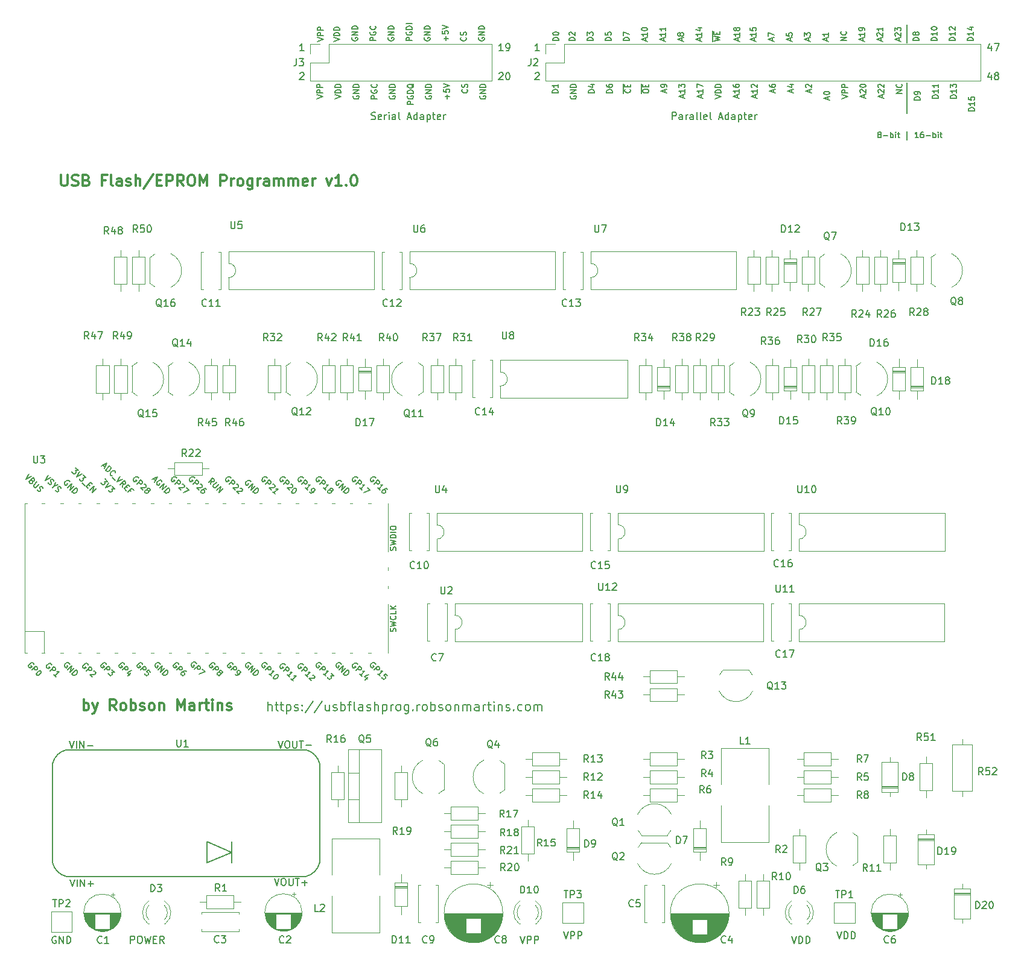
<source format=gto>
G04 #@! TF.GenerationSoftware,KiCad,Pcbnew,8.0.0*
G04 #@! TF.CreationDate,2024-03-08T17:43:01-03:00*
G04 #@! TF.ProjectId,usbflashprog,75736266-6c61-4736-9870-726f672e6b69,v0.3.0 rev.A*
G04 #@! TF.SameCoordinates,Original*
G04 #@! TF.FileFunction,Legend,Top*
G04 #@! TF.FilePolarity,Positive*
%FSLAX46Y46*%
G04 Gerber Fmt 4.6, Leading zero omitted, Abs format (unit mm)*
G04 Created by KiCad (PCBNEW 8.0.0) date 2024-03-08 17:43:01*
%MOMM*%
%LPD*%
G01*
G04 APERTURE LIST*
%ADD10C,0.150000*%
%ADD11C,0.304800*%
%ADD12C,0.120000*%
%ADD13R,5.000000X3.500000*%
%ADD14R,2.500000X2.500000*%
%ADD15R,1.500000X1.500000*%
%ADD16O,1.500000X1.500000*%
%ADD17R,1.600000X1.600000*%
%ADD18O,1.600000X1.600000*%
%ADD19C,1.400000*%
%ADD20O,1.400000X1.400000*%
%ADD21C,1.600000*%
%ADD22R,1.800000X1.800000*%
%ADD23C,1.800000*%
%ADD24C,1.500000*%
%ADD25R,2.000000X1.905000*%
%ADD26O,2.000000X1.905000*%
%ADD27C,2.700000*%
%ADD28O,1.800000X1.800000*%
%ADD29O,1.700000X1.700000*%
%ADD30R,1.700000X3.500000*%
%ADD31R,1.700000X1.700000*%
%ADD32R,3.500000X1.700000*%
%ADD33C,2.600000*%
G04 APERTURE END LIST*
D10*
X192278000Y-27940000D02*
X192278000Y-25400000D01*
X192278000Y-37846000D02*
X192278000Y-33528000D01*
X102636064Y-121756776D02*
X102636064Y-120486776D01*
X103180350Y-121756776D02*
X103180350Y-121091538D01*
X103180350Y-121091538D02*
X103119874Y-120970585D01*
X103119874Y-120970585D02*
X102998922Y-120910109D01*
X102998922Y-120910109D02*
X102817493Y-120910109D01*
X102817493Y-120910109D02*
X102696541Y-120970585D01*
X102696541Y-120970585D02*
X102636064Y-121031061D01*
X103603684Y-120910109D02*
X104087493Y-120910109D01*
X103785112Y-120486776D02*
X103785112Y-121575347D01*
X103785112Y-121575347D02*
X103845589Y-121696300D01*
X103845589Y-121696300D02*
X103966541Y-121756776D01*
X103966541Y-121756776D02*
X104087493Y-121756776D01*
X104329398Y-120910109D02*
X104813207Y-120910109D01*
X104510826Y-120486776D02*
X104510826Y-121575347D01*
X104510826Y-121575347D02*
X104571303Y-121696300D01*
X104571303Y-121696300D02*
X104692255Y-121756776D01*
X104692255Y-121756776D02*
X104813207Y-121756776D01*
X105236540Y-120910109D02*
X105236540Y-122180109D01*
X105236540Y-120970585D02*
X105357493Y-120910109D01*
X105357493Y-120910109D02*
X105599398Y-120910109D01*
X105599398Y-120910109D02*
X105720350Y-120970585D01*
X105720350Y-120970585D02*
X105780826Y-121031061D01*
X105780826Y-121031061D02*
X105841302Y-121152014D01*
X105841302Y-121152014D02*
X105841302Y-121514871D01*
X105841302Y-121514871D02*
X105780826Y-121635823D01*
X105780826Y-121635823D02*
X105720350Y-121696300D01*
X105720350Y-121696300D02*
X105599398Y-121756776D01*
X105599398Y-121756776D02*
X105357493Y-121756776D01*
X105357493Y-121756776D02*
X105236540Y-121696300D01*
X106325112Y-121696300D02*
X106446065Y-121756776D01*
X106446065Y-121756776D02*
X106687969Y-121756776D01*
X106687969Y-121756776D02*
X106808922Y-121696300D01*
X106808922Y-121696300D02*
X106869398Y-121575347D01*
X106869398Y-121575347D02*
X106869398Y-121514871D01*
X106869398Y-121514871D02*
X106808922Y-121393919D01*
X106808922Y-121393919D02*
X106687969Y-121333442D01*
X106687969Y-121333442D02*
X106506541Y-121333442D01*
X106506541Y-121333442D02*
X106385588Y-121272966D01*
X106385588Y-121272966D02*
X106325112Y-121152014D01*
X106325112Y-121152014D02*
X106325112Y-121091538D01*
X106325112Y-121091538D02*
X106385588Y-120970585D01*
X106385588Y-120970585D02*
X106506541Y-120910109D01*
X106506541Y-120910109D02*
X106687969Y-120910109D01*
X106687969Y-120910109D02*
X106808922Y-120970585D01*
X107413683Y-121635823D02*
X107474160Y-121696300D01*
X107474160Y-121696300D02*
X107413683Y-121756776D01*
X107413683Y-121756776D02*
X107353207Y-121696300D01*
X107353207Y-121696300D02*
X107413683Y-121635823D01*
X107413683Y-121635823D02*
X107413683Y-121756776D01*
X107413683Y-120970585D02*
X107474160Y-121031061D01*
X107474160Y-121031061D02*
X107413683Y-121091538D01*
X107413683Y-121091538D02*
X107353207Y-121031061D01*
X107353207Y-121031061D02*
X107413683Y-120970585D01*
X107413683Y-120970585D02*
X107413683Y-121091538D01*
X108925588Y-120426300D02*
X107837017Y-122059157D01*
X110256064Y-120426300D02*
X109167493Y-122059157D01*
X111223683Y-120910109D02*
X111223683Y-121756776D01*
X110679397Y-120910109D02*
X110679397Y-121575347D01*
X110679397Y-121575347D02*
X110739874Y-121696300D01*
X110739874Y-121696300D02*
X110860826Y-121756776D01*
X110860826Y-121756776D02*
X111042255Y-121756776D01*
X111042255Y-121756776D02*
X111163207Y-121696300D01*
X111163207Y-121696300D02*
X111223683Y-121635823D01*
X111767969Y-121696300D02*
X111888922Y-121756776D01*
X111888922Y-121756776D02*
X112130826Y-121756776D01*
X112130826Y-121756776D02*
X112251779Y-121696300D01*
X112251779Y-121696300D02*
X112312255Y-121575347D01*
X112312255Y-121575347D02*
X112312255Y-121514871D01*
X112312255Y-121514871D02*
X112251779Y-121393919D01*
X112251779Y-121393919D02*
X112130826Y-121333442D01*
X112130826Y-121333442D02*
X111949398Y-121333442D01*
X111949398Y-121333442D02*
X111828445Y-121272966D01*
X111828445Y-121272966D02*
X111767969Y-121152014D01*
X111767969Y-121152014D02*
X111767969Y-121091538D01*
X111767969Y-121091538D02*
X111828445Y-120970585D01*
X111828445Y-120970585D02*
X111949398Y-120910109D01*
X111949398Y-120910109D02*
X112130826Y-120910109D01*
X112130826Y-120910109D02*
X112251779Y-120970585D01*
X112856540Y-121756776D02*
X112856540Y-120486776D01*
X112856540Y-120970585D02*
X112977493Y-120910109D01*
X112977493Y-120910109D02*
X113219398Y-120910109D01*
X113219398Y-120910109D02*
X113340350Y-120970585D01*
X113340350Y-120970585D02*
X113400826Y-121031061D01*
X113400826Y-121031061D02*
X113461302Y-121152014D01*
X113461302Y-121152014D02*
X113461302Y-121514871D01*
X113461302Y-121514871D02*
X113400826Y-121635823D01*
X113400826Y-121635823D02*
X113340350Y-121696300D01*
X113340350Y-121696300D02*
X113219398Y-121756776D01*
X113219398Y-121756776D02*
X112977493Y-121756776D01*
X112977493Y-121756776D02*
X112856540Y-121696300D01*
X113824160Y-120910109D02*
X114307969Y-120910109D01*
X114005588Y-121756776D02*
X114005588Y-120668204D01*
X114005588Y-120668204D02*
X114066065Y-120547252D01*
X114066065Y-120547252D02*
X114187017Y-120486776D01*
X114187017Y-120486776D02*
X114307969Y-120486776D01*
X114912731Y-121756776D02*
X114791779Y-121696300D01*
X114791779Y-121696300D02*
X114731302Y-121575347D01*
X114731302Y-121575347D02*
X114731302Y-120486776D01*
X115940826Y-121756776D02*
X115940826Y-121091538D01*
X115940826Y-121091538D02*
X115880350Y-120970585D01*
X115880350Y-120970585D02*
X115759398Y-120910109D01*
X115759398Y-120910109D02*
X115517493Y-120910109D01*
X115517493Y-120910109D02*
X115396540Y-120970585D01*
X115940826Y-121696300D02*
X115819874Y-121756776D01*
X115819874Y-121756776D02*
X115517493Y-121756776D01*
X115517493Y-121756776D02*
X115396540Y-121696300D01*
X115396540Y-121696300D02*
X115336064Y-121575347D01*
X115336064Y-121575347D02*
X115336064Y-121454395D01*
X115336064Y-121454395D02*
X115396540Y-121333442D01*
X115396540Y-121333442D02*
X115517493Y-121272966D01*
X115517493Y-121272966D02*
X115819874Y-121272966D01*
X115819874Y-121272966D02*
X115940826Y-121212490D01*
X116485112Y-121696300D02*
X116606065Y-121756776D01*
X116606065Y-121756776D02*
X116847969Y-121756776D01*
X116847969Y-121756776D02*
X116968922Y-121696300D01*
X116968922Y-121696300D02*
X117029398Y-121575347D01*
X117029398Y-121575347D02*
X117029398Y-121514871D01*
X117029398Y-121514871D02*
X116968922Y-121393919D01*
X116968922Y-121393919D02*
X116847969Y-121333442D01*
X116847969Y-121333442D02*
X116666541Y-121333442D01*
X116666541Y-121333442D02*
X116545588Y-121272966D01*
X116545588Y-121272966D02*
X116485112Y-121152014D01*
X116485112Y-121152014D02*
X116485112Y-121091538D01*
X116485112Y-121091538D02*
X116545588Y-120970585D01*
X116545588Y-120970585D02*
X116666541Y-120910109D01*
X116666541Y-120910109D02*
X116847969Y-120910109D01*
X116847969Y-120910109D02*
X116968922Y-120970585D01*
X117573683Y-121756776D02*
X117573683Y-120486776D01*
X118117969Y-121756776D02*
X118117969Y-121091538D01*
X118117969Y-121091538D02*
X118057493Y-120970585D01*
X118057493Y-120970585D02*
X117936541Y-120910109D01*
X117936541Y-120910109D02*
X117755112Y-120910109D01*
X117755112Y-120910109D02*
X117634160Y-120970585D01*
X117634160Y-120970585D02*
X117573683Y-121031061D01*
X118722731Y-120910109D02*
X118722731Y-122180109D01*
X118722731Y-120970585D02*
X118843684Y-120910109D01*
X118843684Y-120910109D02*
X119085589Y-120910109D01*
X119085589Y-120910109D02*
X119206541Y-120970585D01*
X119206541Y-120970585D02*
X119267017Y-121031061D01*
X119267017Y-121031061D02*
X119327493Y-121152014D01*
X119327493Y-121152014D02*
X119327493Y-121514871D01*
X119327493Y-121514871D02*
X119267017Y-121635823D01*
X119267017Y-121635823D02*
X119206541Y-121696300D01*
X119206541Y-121696300D02*
X119085589Y-121756776D01*
X119085589Y-121756776D02*
X118843684Y-121756776D01*
X118843684Y-121756776D02*
X118722731Y-121696300D01*
X119871779Y-121756776D02*
X119871779Y-120910109D01*
X119871779Y-121152014D02*
X119932256Y-121031061D01*
X119932256Y-121031061D02*
X119992732Y-120970585D01*
X119992732Y-120970585D02*
X120113684Y-120910109D01*
X120113684Y-120910109D02*
X120234637Y-120910109D01*
X120839398Y-121756776D02*
X120718446Y-121696300D01*
X120718446Y-121696300D02*
X120657969Y-121635823D01*
X120657969Y-121635823D02*
X120597493Y-121514871D01*
X120597493Y-121514871D02*
X120597493Y-121152014D01*
X120597493Y-121152014D02*
X120657969Y-121031061D01*
X120657969Y-121031061D02*
X120718446Y-120970585D01*
X120718446Y-120970585D02*
X120839398Y-120910109D01*
X120839398Y-120910109D02*
X121020827Y-120910109D01*
X121020827Y-120910109D02*
X121141779Y-120970585D01*
X121141779Y-120970585D02*
X121202255Y-121031061D01*
X121202255Y-121031061D02*
X121262731Y-121152014D01*
X121262731Y-121152014D02*
X121262731Y-121514871D01*
X121262731Y-121514871D02*
X121202255Y-121635823D01*
X121202255Y-121635823D02*
X121141779Y-121696300D01*
X121141779Y-121696300D02*
X121020827Y-121756776D01*
X121020827Y-121756776D02*
X120839398Y-121756776D01*
X122351303Y-120910109D02*
X122351303Y-121938204D01*
X122351303Y-121938204D02*
X122290827Y-122059157D01*
X122290827Y-122059157D02*
X122230351Y-122119633D01*
X122230351Y-122119633D02*
X122109398Y-122180109D01*
X122109398Y-122180109D02*
X121927970Y-122180109D01*
X121927970Y-122180109D02*
X121807017Y-122119633D01*
X122351303Y-121696300D02*
X122230351Y-121756776D01*
X122230351Y-121756776D02*
X121988446Y-121756776D01*
X121988446Y-121756776D02*
X121867494Y-121696300D01*
X121867494Y-121696300D02*
X121807017Y-121635823D01*
X121807017Y-121635823D02*
X121746541Y-121514871D01*
X121746541Y-121514871D02*
X121746541Y-121152014D01*
X121746541Y-121152014D02*
X121807017Y-121031061D01*
X121807017Y-121031061D02*
X121867494Y-120970585D01*
X121867494Y-120970585D02*
X121988446Y-120910109D01*
X121988446Y-120910109D02*
X122230351Y-120910109D01*
X122230351Y-120910109D02*
X122351303Y-120970585D01*
X122956065Y-121635823D02*
X123016542Y-121696300D01*
X123016542Y-121696300D02*
X122956065Y-121756776D01*
X122956065Y-121756776D02*
X122895589Y-121696300D01*
X122895589Y-121696300D02*
X122956065Y-121635823D01*
X122956065Y-121635823D02*
X122956065Y-121756776D01*
X123560827Y-121756776D02*
X123560827Y-120910109D01*
X123560827Y-121152014D02*
X123621304Y-121031061D01*
X123621304Y-121031061D02*
X123681780Y-120970585D01*
X123681780Y-120970585D02*
X123802732Y-120910109D01*
X123802732Y-120910109D02*
X123923685Y-120910109D01*
X124528446Y-121756776D02*
X124407494Y-121696300D01*
X124407494Y-121696300D02*
X124347017Y-121635823D01*
X124347017Y-121635823D02*
X124286541Y-121514871D01*
X124286541Y-121514871D02*
X124286541Y-121152014D01*
X124286541Y-121152014D02*
X124347017Y-121031061D01*
X124347017Y-121031061D02*
X124407494Y-120970585D01*
X124407494Y-120970585D02*
X124528446Y-120910109D01*
X124528446Y-120910109D02*
X124709875Y-120910109D01*
X124709875Y-120910109D02*
X124830827Y-120970585D01*
X124830827Y-120970585D02*
X124891303Y-121031061D01*
X124891303Y-121031061D02*
X124951779Y-121152014D01*
X124951779Y-121152014D02*
X124951779Y-121514871D01*
X124951779Y-121514871D02*
X124891303Y-121635823D01*
X124891303Y-121635823D02*
X124830827Y-121696300D01*
X124830827Y-121696300D02*
X124709875Y-121756776D01*
X124709875Y-121756776D02*
X124528446Y-121756776D01*
X125496065Y-121756776D02*
X125496065Y-120486776D01*
X125496065Y-120970585D02*
X125617018Y-120910109D01*
X125617018Y-120910109D02*
X125858923Y-120910109D01*
X125858923Y-120910109D02*
X125979875Y-120970585D01*
X125979875Y-120970585D02*
X126040351Y-121031061D01*
X126040351Y-121031061D02*
X126100827Y-121152014D01*
X126100827Y-121152014D02*
X126100827Y-121514871D01*
X126100827Y-121514871D02*
X126040351Y-121635823D01*
X126040351Y-121635823D02*
X125979875Y-121696300D01*
X125979875Y-121696300D02*
X125858923Y-121756776D01*
X125858923Y-121756776D02*
X125617018Y-121756776D01*
X125617018Y-121756776D02*
X125496065Y-121696300D01*
X126584637Y-121696300D02*
X126705590Y-121756776D01*
X126705590Y-121756776D02*
X126947494Y-121756776D01*
X126947494Y-121756776D02*
X127068447Y-121696300D01*
X127068447Y-121696300D02*
X127128923Y-121575347D01*
X127128923Y-121575347D02*
X127128923Y-121514871D01*
X127128923Y-121514871D02*
X127068447Y-121393919D01*
X127068447Y-121393919D02*
X126947494Y-121333442D01*
X126947494Y-121333442D02*
X126766066Y-121333442D01*
X126766066Y-121333442D02*
X126645113Y-121272966D01*
X126645113Y-121272966D02*
X126584637Y-121152014D01*
X126584637Y-121152014D02*
X126584637Y-121091538D01*
X126584637Y-121091538D02*
X126645113Y-120970585D01*
X126645113Y-120970585D02*
X126766066Y-120910109D01*
X126766066Y-120910109D02*
X126947494Y-120910109D01*
X126947494Y-120910109D02*
X127068447Y-120970585D01*
X127854637Y-121756776D02*
X127733685Y-121696300D01*
X127733685Y-121696300D02*
X127673208Y-121635823D01*
X127673208Y-121635823D02*
X127612732Y-121514871D01*
X127612732Y-121514871D02*
X127612732Y-121152014D01*
X127612732Y-121152014D02*
X127673208Y-121031061D01*
X127673208Y-121031061D02*
X127733685Y-120970585D01*
X127733685Y-120970585D02*
X127854637Y-120910109D01*
X127854637Y-120910109D02*
X128036066Y-120910109D01*
X128036066Y-120910109D02*
X128157018Y-120970585D01*
X128157018Y-120970585D02*
X128217494Y-121031061D01*
X128217494Y-121031061D02*
X128277970Y-121152014D01*
X128277970Y-121152014D02*
X128277970Y-121514871D01*
X128277970Y-121514871D02*
X128217494Y-121635823D01*
X128217494Y-121635823D02*
X128157018Y-121696300D01*
X128157018Y-121696300D02*
X128036066Y-121756776D01*
X128036066Y-121756776D02*
X127854637Y-121756776D01*
X128822256Y-120910109D02*
X128822256Y-121756776D01*
X128822256Y-121031061D02*
X128882733Y-120970585D01*
X128882733Y-120970585D02*
X129003685Y-120910109D01*
X129003685Y-120910109D02*
X129185114Y-120910109D01*
X129185114Y-120910109D02*
X129306066Y-120970585D01*
X129306066Y-120970585D02*
X129366542Y-121091538D01*
X129366542Y-121091538D02*
X129366542Y-121756776D01*
X129971304Y-121756776D02*
X129971304Y-120910109D01*
X129971304Y-121031061D02*
X130031781Y-120970585D01*
X130031781Y-120970585D02*
X130152733Y-120910109D01*
X130152733Y-120910109D02*
X130334162Y-120910109D01*
X130334162Y-120910109D02*
X130455114Y-120970585D01*
X130455114Y-120970585D02*
X130515590Y-121091538D01*
X130515590Y-121091538D02*
X130515590Y-121756776D01*
X130515590Y-121091538D02*
X130576066Y-120970585D01*
X130576066Y-120970585D02*
X130697019Y-120910109D01*
X130697019Y-120910109D02*
X130878447Y-120910109D01*
X130878447Y-120910109D02*
X130999400Y-120970585D01*
X130999400Y-120970585D02*
X131059876Y-121091538D01*
X131059876Y-121091538D02*
X131059876Y-121756776D01*
X132208923Y-121756776D02*
X132208923Y-121091538D01*
X132208923Y-121091538D02*
X132148447Y-120970585D01*
X132148447Y-120970585D02*
X132027495Y-120910109D01*
X132027495Y-120910109D02*
X131785590Y-120910109D01*
X131785590Y-120910109D02*
X131664637Y-120970585D01*
X132208923Y-121696300D02*
X132087971Y-121756776D01*
X132087971Y-121756776D02*
X131785590Y-121756776D01*
X131785590Y-121756776D02*
X131664637Y-121696300D01*
X131664637Y-121696300D02*
X131604161Y-121575347D01*
X131604161Y-121575347D02*
X131604161Y-121454395D01*
X131604161Y-121454395D02*
X131664637Y-121333442D01*
X131664637Y-121333442D02*
X131785590Y-121272966D01*
X131785590Y-121272966D02*
X132087971Y-121272966D01*
X132087971Y-121272966D02*
X132208923Y-121212490D01*
X132813685Y-121756776D02*
X132813685Y-120910109D01*
X132813685Y-121152014D02*
X132874162Y-121031061D01*
X132874162Y-121031061D02*
X132934638Y-120970585D01*
X132934638Y-120970585D02*
X133055590Y-120910109D01*
X133055590Y-120910109D02*
X133176543Y-120910109D01*
X133418447Y-120910109D02*
X133902256Y-120910109D01*
X133599875Y-120486776D02*
X133599875Y-121575347D01*
X133599875Y-121575347D02*
X133660352Y-121696300D01*
X133660352Y-121696300D02*
X133781304Y-121756776D01*
X133781304Y-121756776D02*
X133902256Y-121756776D01*
X134325589Y-121756776D02*
X134325589Y-120910109D01*
X134325589Y-120486776D02*
X134265113Y-120547252D01*
X134265113Y-120547252D02*
X134325589Y-120607728D01*
X134325589Y-120607728D02*
X134386066Y-120547252D01*
X134386066Y-120547252D02*
X134325589Y-120486776D01*
X134325589Y-120486776D02*
X134325589Y-120607728D01*
X134930351Y-120910109D02*
X134930351Y-121756776D01*
X134930351Y-121031061D02*
X134990828Y-120970585D01*
X134990828Y-120970585D02*
X135111780Y-120910109D01*
X135111780Y-120910109D02*
X135293209Y-120910109D01*
X135293209Y-120910109D02*
X135414161Y-120970585D01*
X135414161Y-120970585D02*
X135474637Y-121091538D01*
X135474637Y-121091538D02*
X135474637Y-121756776D01*
X136018923Y-121696300D02*
X136139876Y-121756776D01*
X136139876Y-121756776D02*
X136381780Y-121756776D01*
X136381780Y-121756776D02*
X136502733Y-121696300D01*
X136502733Y-121696300D02*
X136563209Y-121575347D01*
X136563209Y-121575347D02*
X136563209Y-121514871D01*
X136563209Y-121514871D02*
X136502733Y-121393919D01*
X136502733Y-121393919D02*
X136381780Y-121333442D01*
X136381780Y-121333442D02*
X136200352Y-121333442D01*
X136200352Y-121333442D02*
X136079399Y-121272966D01*
X136079399Y-121272966D02*
X136018923Y-121152014D01*
X136018923Y-121152014D02*
X136018923Y-121091538D01*
X136018923Y-121091538D02*
X136079399Y-120970585D01*
X136079399Y-120970585D02*
X136200352Y-120910109D01*
X136200352Y-120910109D02*
X136381780Y-120910109D01*
X136381780Y-120910109D02*
X136502733Y-120970585D01*
X137107494Y-121635823D02*
X137167971Y-121696300D01*
X137167971Y-121696300D02*
X137107494Y-121756776D01*
X137107494Y-121756776D02*
X137047018Y-121696300D01*
X137047018Y-121696300D02*
X137107494Y-121635823D01*
X137107494Y-121635823D02*
X137107494Y-121756776D01*
X138256542Y-121696300D02*
X138135590Y-121756776D01*
X138135590Y-121756776D02*
X137893685Y-121756776D01*
X137893685Y-121756776D02*
X137772733Y-121696300D01*
X137772733Y-121696300D02*
X137712256Y-121635823D01*
X137712256Y-121635823D02*
X137651780Y-121514871D01*
X137651780Y-121514871D02*
X137651780Y-121152014D01*
X137651780Y-121152014D02*
X137712256Y-121031061D01*
X137712256Y-121031061D02*
X137772733Y-120970585D01*
X137772733Y-120970585D02*
X137893685Y-120910109D01*
X137893685Y-120910109D02*
X138135590Y-120910109D01*
X138135590Y-120910109D02*
X138256542Y-120970585D01*
X138982256Y-121756776D02*
X138861304Y-121696300D01*
X138861304Y-121696300D02*
X138800827Y-121635823D01*
X138800827Y-121635823D02*
X138740351Y-121514871D01*
X138740351Y-121514871D02*
X138740351Y-121152014D01*
X138740351Y-121152014D02*
X138800827Y-121031061D01*
X138800827Y-121031061D02*
X138861304Y-120970585D01*
X138861304Y-120970585D02*
X138982256Y-120910109D01*
X138982256Y-120910109D02*
X139163685Y-120910109D01*
X139163685Y-120910109D02*
X139284637Y-120970585D01*
X139284637Y-120970585D02*
X139345113Y-121031061D01*
X139345113Y-121031061D02*
X139405589Y-121152014D01*
X139405589Y-121152014D02*
X139405589Y-121514871D01*
X139405589Y-121514871D02*
X139345113Y-121635823D01*
X139345113Y-121635823D02*
X139284637Y-121696300D01*
X139284637Y-121696300D02*
X139163685Y-121756776D01*
X139163685Y-121756776D02*
X138982256Y-121756776D01*
X139949875Y-121756776D02*
X139949875Y-120910109D01*
X139949875Y-121031061D02*
X140010352Y-120970585D01*
X140010352Y-120970585D02*
X140131304Y-120910109D01*
X140131304Y-120910109D02*
X140312733Y-120910109D01*
X140312733Y-120910109D02*
X140433685Y-120970585D01*
X140433685Y-120970585D02*
X140494161Y-121091538D01*
X140494161Y-121091538D02*
X140494161Y-121756776D01*
X140494161Y-121091538D02*
X140554637Y-120970585D01*
X140554637Y-120970585D02*
X140675590Y-120910109D01*
X140675590Y-120910109D02*
X140857018Y-120910109D01*
X140857018Y-120910109D02*
X140977971Y-120970585D01*
X140977971Y-120970585D02*
X141038447Y-121091538D01*
X141038447Y-121091538D02*
X141038447Y-121756776D01*
X168495800Y-35651427D02*
X168495800Y-35276474D01*
X168724400Y-35726417D02*
X167924300Y-35463950D01*
X167924300Y-35463950D02*
X168724400Y-35201484D01*
X168724400Y-34526570D02*
X168724400Y-34976513D01*
X168724400Y-34751541D02*
X167924300Y-34751541D01*
X167924300Y-34751541D02*
X168038600Y-34826532D01*
X168038600Y-34826532D02*
X168114800Y-34901522D01*
X168114800Y-34901522D02*
X168152900Y-34976513D01*
X167924300Y-33851655D02*
X167924300Y-34001636D01*
X167924300Y-34001636D02*
X167962400Y-34076627D01*
X167962400Y-34076627D02*
X168000500Y-34114122D01*
X168000500Y-34114122D02*
X168114800Y-34189112D01*
X168114800Y-34189112D02*
X168267200Y-34226608D01*
X168267200Y-34226608D02*
X168572000Y-34226608D01*
X168572000Y-34226608D02*
X168648200Y-34189112D01*
X168648200Y-34189112D02*
X168686300Y-34151617D01*
X168686300Y-34151617D02*
X168724400Y-34076627D01*
X168724400Y-34076627D02*
X168724400Y-33926646D01*
X168724400Y-33926646D02*
X168686300Y-33851655D01*
X168686300Y-33851655D02*
X168648200Y-33814160D01*
X168648200Y-33814160D02*
X168572000Y-33776665D01*
X168572000Y-33776665D02*
X168381500Y-33776665D01*
X168381500Y-33776665D02*
X168305300Y-33814160D01*
X168305300Y-33814160D02*
X168267200Y-33851655D01*
X168267200Y-33851655D02*
X168229100Y-33926646D01*
X168229100Y-33926646D02*
X168229100Y-34076627D01*
X168229100Y-34076627D02*
X168267200Y-34151617D01*
X168267200Y-34151617D02*
X168305300Y-34189112D01*
X168305300Y-34189112D02*
X168381500Y-34226608D01*
X117924400Y-35801407D02*
X117124300Y-35801407D01*
X117124300Y-35801407D02*
X117124300Y-35501445D01*
X117124300Y-35501445D02*
X117162400Y-35426455D01*
X117162400Y-35426455D02*
X117200500Y-35388960D01*
X117200500Y-35388960D02*
X117276700Y-35351464D01*
X117276700Y-35351464D02*
X117391000Y-35351464D01*
X117391000Y-35351464D02*
X117467200Y-35388960D01*
X117467200Y-35388960D02*
X117505300Y-35426455D01*
X117505300Y-35426455D02*
X117543400Y-35501445D01*
X117543400Y-35501445D02*
X117543400Y-35801407D01*
X117162400Y-34601560D02*
X117124300Y-34676550D01*
X117124300Y-34676550D02*
X117124300Y-34789036D01*
X117124300Y-34789036D02*
X117162400Y-34901522D01*
X117162400Y-34901522D02*
X117238600Y-34976512D01*
X117238600Y-34976512D02*
X117314800Y-35014007D01*
X117314800Y-35014007D02*
X117467200Y-35051503D01*
X117467200Y-35051503D02*
X117581500Y-35051503D01*
X117581500Y-35051503D02*
X117733900Y-35014007D01*
X117733900Y-35014007D02*
X117810100Y-34976512D01*
X117810100Y-34976512D02*
X117886300Y-34901522D01*
X117886300Y-34901522D02*
X117924400Y-34789036D01*
X117924400Y-34789036D02*
X117924400Y-34714045D01*
X117924400Y-34714045D02*
X117886300Y-34601560D01*
X117886300Y-34601560D02*
X117848200Y-34564064D01*
X117848200Y-34564064D02*
X117581500Y-34564064D01*
X117581500Y-34564064D02*
X117581500Y-34714045D01*
X117848200Y-33776664D02*
X117886300Y-33814160D01*
X117886300Y-33814160D02*
X117924400Y-33926645D01*
X117924400Y-33926645D02*
X117924400Y-34001636D01*
X117924400Y-34001636D02*
X117886300Y-34114122D01*
X117886300Y-34114122D02*
X117810100Y-34189112D01*
X117810100Y-34189112D02*
X117733900Y-34226607D01*
X117733900Y-34226607D02*
X117581500Y-34264103D01*
X117581500Y-34264103D02*
X117467200Y-34264103D01*
X117467200Y-34264103D02*
X117314800Y-34226607D01*
X117314800Y-34226607D02*
X117238600Y-34189112D01*
X117238600Y-34189112D02*
X117162400Y-34114122D01*
X117162400Y-34114122D02*
X117124300Y-34001636D01*
X117124300Y-34001636D02*
X117124300Y-33926645D01*
X117124300Y-33926645D02*
X117162400Y-33814160D01*
X117162400Y-33814160D02*
X117200500Y-33776664D01*
X186101683Y-27691335D02*
X186101683Y-27316382D01*
X186330283Y-27766325D02*
X185530183Y-27503858D01*
X185530183Y-27503858D02*
X186330283Y-27241392D01*
X186330283Y-26566478D02*
X186330283Y-27016421D01*
X186330283Y-26791449D02*
X185530183Y-26791449D01*
X185530183Y-26791449D02*
X185644483Y-26866440D01*
X185644483Y-26866440D02*
X185720683Y-26941430D01*
X185720683Y-26941430D02*
X185758783Y-27016421D01*
X186330283Y-26191525D02*
X186330283Y-26041544D01*
X186330283Y-26041544D02*
X186292183Y-25966554D01*
X186292183Y-25966554D02*
X186254083Y-25929058D01*
X186254083Y-25929058D02*
X186139783Y-25854068D01*
X186139783Y-25854068D02*
X185987383Y-25816573D01*
X185987383Y-25816573D02*
X185682583Y-25816573D01*
X185682583Y-25816573D02*
X185606383Y-25854068D01*
X185606383Y-25854068D02*
X185568283Y-25891563D01*
X185568283Y-25891563D02*
X185530183Y-25966554D01*
X185530183Y-25966554D02*
X185530183Y-26116535D01*
X185530183Y-26116535D02*
X185568283Y-26191525D01*
X185568283Y-26191525D02*
X185606383Y-26229020D01*
X185606383Y-26229020D02*
X185682583Y-26266516D01*
X185682583Y-26266516D02*
X185873083Y-26266516D01*
X185873083Y-26266516D02*
X185949283Y-26229020D01*
X185949283Y-26229020D02*
X185987383Y-26191525D01*
X185987383Y-26191525D02*
X186025483Y-26116535D01*
X186025483Y-26116535D02*
X186025483Y-25966554D01*
X186025483Y-25966554D02*
X185987383Y-25891563D01*
X185987383Y-25891563D02*
X185949283Y-25854068D01*
X185949283Y-25854068D02*
X185873083Y-25816573D01*
X117750283Y-27653839D02*
X116950183Y-27653839D01*
X116950183Y-27653839D02*
X116950183Y-27353877D01*
X116950183Y-27353877D02*
X116988283Y-27278887D01*
X116988283Y-27278887D02*
X117026383Y-27241392D01*
X117026383Y-27241392D02*
X117102583Y-27203896D01*
X117102583Y-27203896D02*
X117216883Y-27203896D01*
X117216883Y-27203896D02*
X117293083Y-27241392D01*
X117293083Y-27241392D02*
X117331183Y-27278887D01*
X117331183Y-27278887D02*
X117369283Y-27353877D01*
X117369283Y-27353877D02*
X117369283Y-27653839D01*
X116988283Y-26453992D02*
X116950183Y-26528982D01*
X116950183Y-26528982D02*
X116950183Y-26641468D01*
X116950183Y-26641468D02*
X116988283Y-26753954D01*
X116988283Y-26753954D02*
X117064483Y-26828944D01*
X117064483Y-26828944D02*
X117140683Y-26866439D01*
X117140683Y-26866439D02*
X117293083Y-26903935D01*
X117293083Y-26903935D02*
X117407383Y-26903935D01*
X117407383Y-26903935D02*
X117559783Y-26866439D01*
X117559783Y-26866439D02*
X117635983Y-26828944D01*
X117635983Y-26828944D02*
X117712183Y-26753954D01*
X117712183Y-26753954D02*
X117750283Y-26641468D01*
X117750283Y-26641468D02*
X117750283Y-26566477D01*
X117750283Y-26566477D02*
X117712183Y-26453992D01*
X117712183Y-26453992D02*
X117674083Y-26416496D01*
X117674083Y-26416496D02*
X117407383Y-26416496D01*
X117407383Y-26416496D02*
X117407383Y-26566477D01*
X117674083Y-25629096D02*
X117712183Y-25666592D01*
X117712183Y-25666592D02*
X117750283Y-25779077D01*
X117750283Y-25779077D02*
X117750283Y-25854068D01*
X117750283Y-25854068D02*
X117712183Y-25966554D01*
X117712183Y-25966554D02*
X117635983Y-26041544D01*
X117635983Y-26041544D02*
X117559783Y-26079039D01*
X117559783Y-26079039D02*
X117407383Y-26116535D01*
X117407383Y-26116535D02*
X117293083Y-26116535D01*
X117293083Y-26116535D02*
X117140683Y-26079039D01*
X117140683Y-26079039D02*
X117064483Y-26041544D01*
X117064483Y-26041544D02*
X116988283Y-25966554D01*
X116988283Y-25966554D02*
X116950183Y-25854068D01*
X116950183Y-25854068D02*
X116950183Y-25779077D01*
X116950183Y-25779077D02*
X116988283Y-25666592D01*
X116988283Y-25666592D02*
X117026383Y-25629096D01*
X111870183Y-27766325D02*
X112670283Y-27503858D01*
X112670283Y-27503858D02*
X111870183Y-27241392D01*
X112670283Y-26978925D02*
X111870183Y-26978925D01*
X111870183Y-26978925D02*
X111870183Y-26791449D01*
X111870183Y-26791449D02*
X111908283Y-26678963D01*
X111908283Y-26678963D02*
X111984483Y-26603973D01*
X111984483Y-26603973D02*
X112060683Y-26566478D01*
X112060683Y-26566478D02*
X112213083Y-26528982D01*
X112213083Y-26528982D02*
X112327383Y-26528982D01*
X112327383Y-26528982D02*
X112479783Y-26566478D01*
X112479783Y-26566478D02*
X112555983Y-26603973D01*
X112555983Y-26603973D02*
X112632183Y-26678963D01*
X112632183Y-26678963D02*
X112670283Y-26791449D01*
X112670283Y-26791449D02*
X112670283Y-26978925D01*
X112670283Y-26191525D02*
X111870183Y-26191525D01*
X111870183Y-26191525D02*
X111870183Y-26004049D01*
X111870183Y-26004049D02*
X111908283Y-25891563D01*
X111908283Y-25891563D02*
X111984483Y-25816573D01*
X111984483Y-25816573D02*
X112060683Y-25779078D01*
X112060683Y-25779078D02*
X112213083Y-25741582D01*
X112213083Y-25741582D02*
X112327383Y-25741582D01*
X112327383Y-25741582D02*
X112479783Y-25779078D01*
X112479783Y-25779078D02*
X112555983Y-25816573D01*
X112555983Y-25816573D02*
X112632183Y-25891563D01*
X112632183Y-25891563D02*
X112670283Y-26004049D01*
X112670283Y-26004049D02*
X112670283Y-26191525D01*
X114448283Y-27241392D02*
X114410183Y-27316382D01*
X114410183Y-27316382D02*
X114410183Y-27428868D01*
X114410183Y-27428868D02*
X114448283Y-27541354D01*
X114448283Y-27541354D02*
X114524483Y-27616344D01*
X114524483Y-27616344D02*
X114600683Y-27653839D01*
X114600683Y-27653839D02*
X114753083Y-27691335D01*
X114753083Y-27691335D02*
X114867383Y-27691335D01*
X114867383Y-27691335D02*
X115019783Y-27653839D01*
X115019783Y-27653839D02*
X115095983Y-27616344D01*
X115095983Y-27616344D02*
X115172183Y-27541354D01*
X115172183Y-27541354D02*
X115210283Y-27428868D01*
X115210283Y-27428868D02*
X115210283Y-27353877D01*
X115210283Y-27353877D02*
X115172183Y-27241392D01*
X115172183Y-27241392D02*
X115134083Y-27203896D01*
X115134083Y-27203896D02*
X114867383Y-27203896D01*
X114867383Y-27203896D02*
X114867383Y-27353877D01*
X115210283Y-26866439D02*
X114410183Y-26866439D01*
X114410183Y-26866439D02*
X115210283Y-26416496D01*
X115210283Y-26416496D02*
X114410183Y-26416496D01*
X115210283Y-26041544D02*
X114410183Y-26041544D01*
X114410183Y-26041544D02*
X114410183Y-25854068D01*
X114410183Y-25854068D02*
X114448283Y-25741582D01*
X114448283Y-25741582D02*
X114524483Y-25666592D01*
X114524483Y-25666592D02*
X114600683Y-25629097D01*
X114600683Y-25629097D02*
X114753083Y-25591601D01*
X114753083Y-25591601D02*
X114867383Y-25591601D01*
X114867383Y-25591601D02*
X115019783Y-25629097D01*
X115019783Y-25629097D02*
X115095983Y-25666592D01*
X115095983Y-25666592D02*
X115172183Y-25741582D01*
X115172183Y-25741582D02*
X115210283Y-25854068D01*
X115210283Y-25854068D02*
X115210283Y-26041544D01*
X193950283Y-27653839D02*
X193150183Y-27653839D01*
X193150183Y-27653839D02*
X193150183Y-27466363D01*
X193150183Y-27466363D02*
X193188283Y-27353877D01*
X193188283Y-27353877D02*
X193264483Y-27278887D01*
X193264483Y-27278887D02*
X193340683Y-27241392D01*
X193340683Y-27241392D02*
X193493083Y-27203896D01*
X193493083Y-27203896D02*
X193607383Y-27203896D01*
X193607383Y-27203896D02*
X193759783Y-27241392D01*
X193759783Y-27241392D02*
X193835983Y-27278887D01*
X193835983Y-27278887D02*
X193912183Y-27353877D01*
X193912183Y-27353877D02*
X193950283Y-27466363D01*
X193950283Y-27466363D02*
X193950283Y-27653839D01*
X193493083Y-26753954D02*
X193454983Y-26828944D01*
X193454983Y-26828944D02*
X193416883Y-26866439D01*
X193416883Y-26866439D02*
X193340683Y-26903935D01*
X193340683Y-26903935D02*
X193302583Y-26903935D01*
X193302583Y-26903935D02*
X193226383Y-26866439D01*
X193226383Y-26866439D02*
X193188283Y-26828944D01*
X193188283Y-26828944D02*
X193150183Y-26753954D01*
X193150183Y-26753954D02*
X193150183Y-26603973D01*
X193150183Y-26603973D02*
X193188283Y-26528982D01*
X193188283Y-26528982D02*
X193226383Y-26491487D01*
X193226383Y-26491487D02*
X193302583Y-26453992D01*
X193302583Y-26453992D02*
X193340683Y-26453992D01*
X193340683Y-26453992D02*
X193416883Y-26491487D01*
X193416883Y-26491487D02*
X193454983Y-26528982D01*
X193454983Y-26528982D02*
X193493083Y-26603973D01*
X193493083Y-26603973D02*
X193493083Y-26753954D01*
X193493083Y-26753954D02*
X193531183Y-26828944D01*
X193531183Y-26828944D02*
X193569283Y-26866439D01*
X193569283Y-26866439D02*
X193645483Y-26903935D01*
X193645483Y-26903935D02*
X193797883Y-26903935D01*
X193797883Y-26903935D02*
X193874083Y-26866439D01*
X193874083Y-26866439D02*
X193912183Y-26828944D01*
X193912183Y-26828944D02*
X193950283Y-26753954D01*
X193950283Y-26753954D02*
X193950283Y-26603973D01*
X193950283Y-26603973D02*
X193912183Y-26528982D01*
X193912183Y-26528982D02*
X193874083Y-26491487D01*
X193874083Y-26491487D02*
X193797883Y-26453992D01*
X193797883Y-26453992D02*
X193645483Y-26453992D01*
X193645483Y-26453992D02*
X193569283Y-26491487D01*
X193569283Y-26491487D02*
X193531183Y-26528982D01*
X193531183Y-26528982D02*
X193493083Y-26603973D01*
X168575683Y-27691335D02*
X168575683Y-27316382D01*
X168804283Y-27766325D02*
X168004183Y-27503858D01*
X168004183Y-27503858D02*
X168804283Y-27241392D01*
X168804283Y-26566478D02*
X168804283Y-27016421D01*
X168804283Y-26791449D02*
X168004183Y-26791449D01*
X168004183Y-26791449D02*
X168118483Y-26866440D01*
X168118483Y-26866440D02*
X168194683Y-26941430D01*
X168194683Y-26941430D02*
X168232783Y-27016421D01*
X168347083Y-26116535D02*
X168308983Y-26191525D01*
X168308983Y-26191525D02*
X168270883Y-26229020D01*
X168270883Y-26229020D02*
X168194683Y-26266516D01*
X168194683Y-26266516D02*
X168156583Y-26266516D01*
X168156583Y-26266516D02*
X168080383Y-26229020D01*
X168080383Y-26229020D02*
X168042283Y-26191525D01*
X168042283Y-26191525D02*
X168004183Y-26116535D01*
X168004183Y-26116535D02*
X168004183Y-25966554D01*
X168004183Y-25966554D02*
X168042283Y-25891563D01*
X168042283Y-25891563D02*
X168080383Y-25854068D01*
X168080383Y-25854068D02*
X168156583Y-25816573D01*
X168156583Y-25816573D02*
X168194683Y-25816573D01*
X168194683Y-25816573D02*
X168270883Y-25854068D01*
X168270883Y-25854068D02*
X168308983Y-25891563D01*
X168308983Y-25891563D02*
X168347083Y-25966554D01*
X168347083Y-25966554D02*
X168347083Y-26116535D01*
X168347083Y-26116535D02*
X168385183Y-26191525D01*
X168385183Y-26191525D02*
X168423283Y-26229020D01*
X168423283Y-26229020D02*
X168499483Y-26266516D01*
X168499483Y-26266516D02*
X168651883Y-26266516D01*
X168651883Y-26266516D02*
X168728083Y-26229020D01*
X168728083Y-26229020D02*
X168766183Y-26191525D01*
X168766183Y-26191525D02*
X168804283Y-26116535D01*
X168804283Y-26116535D02*
X168804283Y-25966554D01*
X168804283Y-25966554D02*
X168766183Y-25891563D01*
X168766183Y-25891563D02*
X168728083Y-25854068D01*
X168728083Y-25854068D02*
X168651883Y-25816573D01*
X168651883Y-25816573D02*
X168499483Y-25816573D01*
X168499483Y-25816573D02*
X168423283Y-25854068D01*
X168423283Y-25854068D02*
X168385183Y-25891563D01*
X168385183Y-25891563D02*
X168347083Y-25966554D01*
X163415800Y-35651427D02*
X163415800Y-35276474D01*
X163644400Y-35726417D02*
X162844300Y-35463950D01*
X162844300Y-35463950D02*
X163644400Y-35201484D01*
X163644400Y-34526570D02*
X163644400Y-34976513D01*
X163644400Y-34751541D02*
X162844300Y-34751541D01*
X162844300Y-34751541D02*
X162958600Y-34826532D01*
X162958600Y-34826532D02*
X163034800Y-34901522D01*
X163034800Y-34901522D02*
X163072900Y-34976513D01*
X162844300Y-34264103D02*
X162844300Y-33739169D01*
X162844300Y-33739169D02*
X163644400Y-34076627D01*
X191181683Y-27691335D02*
X191181683Y-27316382D01*
X191410283Y-27766325D02*
X190610183Y-27503858D01*
X190610183Y-27503858D02*
X191410283Y-27241392D01*
X190686383Y-27016421D02*
X190648283Y-26978925D01*
X190648283Y-26978925D02*
X190610183Y-26903935D01*
X190610183Y-26903935D02*
X190610183Y-26716459D01*
X190610183Y-26716459D02*
X190648283Y-26641468D01*
X190648283Y-26641468D02*
X190686383Y-26603973D01*
X190686383Y-26603973D02*
X190762583Y-26566478D01*
X190762583Y-26566478D02*
X190838783Y-26566478D01*
X190838783Y-26566478D02*
X190953083Y-26603973D01*
X190953083Y-26603973D02*
X191410283Y-27053916D01*
X191410283Y-27053916D02*
X191410283Y-26566478D01*
X190610183Y-26304011D02*
X190610183Y-25816573D01*
X190610183Y-25816573D02*
X190914983Y-26079039D01*
X190914983Y-26079039D02*
X190914983Y-25966554D01*
X190914983Y-25966554D02*
X190953083Y-25891563D01*
X190953083Y-25891563D02*
X190991183Y-25854068D01*
X190991183Y-25854068D02*
X191067383Y-25816573D01*
X191067383Y-25816573D02*
X191257883Y-25816573D01*
X191257883Y-25816573D02*
X191334083Y-25854068D01*
X191334083Y-25854068D02*
X191372183Y-25891563D01*
X191372183Y-25891563D02*
X191410283Y-25966554D01*
X191410283Y-25966554D02*
X191410283Y-26191525D01*
X191410283Y-26191525D02*
X191372183Y-26266516D01*
X191372183Y-26266516D02*
X191334083Y-26304011D01*
X170861683Y-27691335D02*
X170861683Y-27316382D01*
X171090283Y-27766325D02*
X170290183Y-27503858D01*
X170290183Y-27503858D02*
X171090283Y-27241392D01*
X171090283Y-26566478D02*
X171090283Y-27016421D01*
X171090283Y-26791449D02*
X170290183Y-26791449D01*
X170290183Y-26791449D02*
X170404483Y-26866440D01*
X170404483Y-26866440D02*
X170480683Y-26941430D01*
X170480683Y-26941430D02*
X170518783Y-27016421D01*
X170290183Y-25854068D02*
X170290183Y-26229020D01*
X170290183Y-26229020D02*
X170671183Y-26266516D01*
X170671183Y-26266516D02*
X170633083Y-26229020D01*
X170633083Y-26229020D02*
X170594983Y-26154030D01*
X170594983Y-26154030D02*
X170594983Y-25966554D01*
X170594983Y-25966554D02*
X170633083Y-25891563D01*
X170633083Y-25891563D02*
X170671183Y-25854068D01*
X170671183Y-25854068D02*
X170747383Y-25816573D01*
X170747383Y-25816573D02*
X170937883Y-25816573D01*
X170937883Y-25816573D02*
X171014083Y-25854068D01*
X171014083Y-25854068D02*
X171052183Y-25891563D01*
X171052183Y-25891563D02*
X171090283Y-25966554D01*
X171090283Y-25966554D02*
X171090283Y-26154030D01*
X171090283Y-26154030D02*
X171052183Y-26229020D01*
X171052183Y-26229020D02*
X171014083Y-26266516D01*
X204097350Y-28423152D02*
X204097350Y-29089819D01*
X203859255Y-28042200D02*
X203621160Y-28756485D01*
X203621160Y-28756485D02*
X204240207Y-28756485D01*
X204525922Y-28089819D02*
X205192588Y-28089819D01*
X205192588Y-28089819D02*
X204764017Y-29089819D01*
X127605483Y-27653839D02*
X127605483Y-27053916D01*
X127910283Y-27353877D02*
X127300683Y-27353877D01*
X127110183Y-26304011D02*
X127110183Y-26678963D01*
X127110183Y-26678963D02*
X127491183Y-26716459D01*
X127491183Y-26716459D02*
X127453083Y-26678963D01*
X127453083Y-26678963D02*
X127414983Y-26603973D01*
X127414983Y-26603973D02*
X127414983Y-26416497D01*
X127414983Y-26416497D02*
X127453083Y-26341506D01*
X127453083Y-26341506D02*
X127491183Y-26304011D01*
X127491183Y-26304011D02*
X127567383Y-26266516D01*
X127567383Y-26266516D02*
X127757883Y-26266516D01*
X127757883Y-26266516D02*
X127834083Y-26304011D01*
X127834083Y-26304011D02*
X127872183Y-26341506D01*
X127872183Y-26341506D02*
X127910283Y-26416497D01*
X127910283Y-26416497D02*
X127910283Y-26603973D01*
X127910283Y-26603973D02*
X127872183Y-26678963D01*
X127872183Y-26678963D02*
X127834083Y-26716459D01*
X127110183Y-26041544D02*
X127910283Y-25779077D01*
X127910283Y-25779077D02*
X127110183Y-25516611D01*
X199030283Y-27653839D02*
X198230183Y-27653839D01*
X198230183Y-27653839D02*
X198230183Y-27466363D01*
X198230183Y-27466363D02*
X198268283Y-27353877D01*
X198268283Y-27353877D02*
X198344483Y-27278887D01*
X198344483Y-27278887D02*
X198420683Y-27241392D01*
X198420683Y-27241392D02*
X198573083Y-27203896D01*
X198573083Y-27203896D02*
X198687383Y-27203896D01*
X198687383Y-27203896D02*
X198839783Y-27241392D01*
X198839783Y-27241392D02*
X198915983Y-27278887D01*
X198915983Y-27278887D02*
X198992183Y-27353877D01*
X198992183Y-27353877D02*
X199030283Y-27466363D01*
X199030283Y-27466363D02*
X199030283Y-27653839D01*
X199030283Y-26453992D02*
X199030283Y-26903935D01*
X199030283Y-26678963D02*
X198230183Y-26678963D01*
X198230183Y-26678963D02*
X198344483Y-26753954D01*
X198344483Y-26753954D02*
X198420683Y-26828944D01*
X198420683Y-26828944D02*
X198458783Y-26903935D01*
X198306383Y-26154030D02*
X198268283Y-26116534D01*
X198268283Y-26116534D02*
X198230183Y-26041544D01*
X198230183Y-26041544D02*
X198230183Y-25854068D01*
X198230183Y-25854068D02*
X198268283Y-25779077D01*
X198268283Y-25779077D02*
X198306383Y-25741582D01*
X198306383Y-25741582D02*
X198382583Y-25704087D01*
X198382583Y-25704087D02*
X198458783Y-25704087D01*
X198458783Y-25704087D02*
X198573083Y-25741582D01*
X198573083Y-25741582D02*
X199030283Y-26191525D01*
X199030283Y-26191525D02*
X199030283Y-25704087D01*
X196664400Y-35726417D02*
X195864300Y-35726417D01*
X195864300Y-35726417D02*
X195864300Y-35538941D01*
X195864300Y-35538941D02*
X195902400Y-35426455D01*
X195902400Y-35426455D02*
X195978600Y-35351465D01*
X195978600Y-35351465D02*
X196054800Y-35313970D01*
X196054800Y-35313970D02*
X196207200Y-35276474D01*
X196207200Y-35276474D02*
X196321500Y-35276474D01*
X196321500Y-35276474D02*
X196473900Y-35313970D01*
X196473900Y-35313970D02*
X196550100Y-35351465D01*
X196550100Y-35351465D02*
X196626300Y-35426455D01*
X196626300Y-35426455D02*
X196664400Y-35538941D01*
X196664400Y-35538941D02*
X196664400Y-35726417D01*
X196664400Y-34526570D02*
X196664400Y-34976513D01*
X196664400Y-34751541D02*
X195864300Y-34751541D01*
X195864300Y-34751541D02*
X195978600Y-34826532D01*
X195978600Y-34826532D02*
X196054800Y-34901522D01*
X196054800Y-34901522D02*
X196092900Y-34976513D01*
X196664400Y-33776665D02*
X196664400Y-34226608D01*
X196664400Y-34001636D02*
X195864300Y-34001636D01*
X195864300Y-34001636D02*
X195978600Y-34076627D01*
X195978600Y-34076627D02*
X196054800Y-34151617D01*
X196054800Y-34151617D02*
X196092900Y-34226608D01*
X201570283Y-27653839D02*
X200770183Y-27653839D01*
X200770183Y-27653839D02*
X200770183Y-27466363D01*
X200770183Y-27466363D02*
X200808283Y-27353877D01*
X200808283Y-27353877D02*
X200884483Y-27278887D01*
X200884483Y-27278887D02*
X200960683Y-27241392D01*
X200960683Y-27241392D02*
X201113083Y-27203896D01*
X201113083Y-27203896D02*
X201227383Y-27203896D01*
X201227383Y-27203896D02*
X201379783Y-27241392D01*
X201379783Y-27241392D02*
X201455983Y-27278887D01*
X201455983Y-27278887D02*
X201532183Y-27353877D01*
X201532183Y-27353877D02*
X201570283Y-27466363D01*
X201570283Y-27466363D02*
X201570283Y-27653839D01*
X201570283Y-26453992D02*
X201570283Y-26903935D01*
X201570283Y-26678963D02*
X200770183Y-26678963D01*
X200770183Y-26678963D02*
X200884483Y-26753954D01*
X200884483Y-26753954D02*
X200960683Y-26828944D01*
X200960683Y-26828944D02*
X200998783Y-26903935D01*
X201036883Y-25779077D02*
X201570283Y-25779077D01*
X200732083Y-25966553D02*
X201303583Y-26154030D01*
X201303583Y-26154030D02*
X201303583Y-25666591D01*
X201744400Y-37504417D02*
X200944300Y-37504417D01*
X200944300Y-37504417D02*
X200944300Y-37316941D01*
X200944300Y-37316941D02*
X200982400Y-37204455D01*
X200982400Y-37204455D02*
X201058600Y-37129465D01*
X201058600Y-37129465D02*
X201134800Y-37091970D01*
X201134800Y-37091970D02*
X201287200Y-37054474D01*
X201287200Y-37054474D02*
X201401500Y-37054474D01*
X201401500Y-37054474D02*
X201553900Y-37091970D01*
X201553900Y-37091970D02*
X201630100Y-37129465D01*
X201630100Y-37129465D02*
X201706300Y-37204455D01*
X201706300Y-37204455D02*
X201744400Y-37316941D01*
X201744400Y-37316941D02*
X201744400Y-37504417D01*
X201744400Y-36304570D02*
X201744400Y-36754513D01*
X201744400Y-36529541D02*
X200944300Y-36529541D01*
X200944300Y-36529541D02*
X201058600Y-36604532D01*
X201058600Y-36604532D02*
X201134800Y-36679522D01*
X201134800Y-36679522D02*
X201172900Y-36754513D01*
X200944300Y-35592160D02*
X200944300Y-35967112D01*
X200944300Y-35967112D02*
X201325300Y-36004608D01*
X201325300Y-36004608D02*
X201287200Y-35967112D01*
X201287200Y-35967112D02*
X201249100Y-35892122D01*
X201249100Y-35892122D02*
X201249100Y-35704646D01*
X201249100Y-35704646D02*
X201287200Y-35629655D01*
X201287200Y-35629655D02*
X201325300Y-35592160D01*
X201325300Y-35592160D02*
X201401500Y-35554665D01*
X201401500Y-35554665D02*
X201592000Y-35554665D01*
X201592000Y-35554665D02*
X201668200Y-35592160D01*
X201668200Y-35592160D02*
X201706300Y-35629655D01*
X201706300Y-35629655D02*
X201744400Y-35704646D01*
X201744400Y-35704646D02*
X201744400Y-35892122D01*
X201744400Y-35892122D02*
X201706300Y-35967112D01*
X201706300Y-35967112D02*
X201668200Y-36004608D01*
X173575800Y-34901522D02*
X173575800Y-34526569D01*
X173804400Y-34976512D02*
X173004300Y-34714045D01*
X173004300Y-34714045D02*
X173804400Y-34451579D01*
X173004300Y-33851655D02*
X173004300Y-34001636D01*
X173004300Y-34001636D02*
X173042400Y-34076627D01*
X173042400Y-34076627D02*
X173080500Y-34114122D01*
X173080500Y-34114122D02*
X173194800Y-34189112D01*
X173194800Y-34189112D02*
X173347200Y-34226608D01*
X173347200Y-34226608D02*
X173652000Y-34226608D01*
X173652000Y-34226608D02*
X173728200Y-34189112D01*
X173728200Y-34189112D02*
X173766300Y-34151617D01*
X173766300Y-34151617D02*
X173804400Y-34076627D01*
X173804400Y-34076627D02*
X173804400Y-33926646D01*
X173804400Y-33926646D02*
X173766300Y-33851655D01*
X173766300Y-33851655D02*
X173728200Y-33814160D01*
X173728200Y-33814160D02*
X173652000Y-33776665D01*
X173652000Y-33776665D02*
X173461500Y-33776665D01*
X173461500Y-33776665D02*
X173385300Y-33814160D01*
X173385300Y-33814160D02*
X173347200Y-33851655D01*
X173347200Y-33851655D02*
X173309100Y-33926646D01*
X173309100Y-33926646D02*
X173309100Y-34076627D01*
X173309100Y-34076627D02*
X173347200Y-34151617D01*
X173347200Y-34151617D02*
X173385300Y-34189112D01*
X173385300Y-34189112D02*
X173461500Y-34226608D01*
X143324400Y-34976512D02*
X142524300Y-34976512D01*
X142524300Y-34976512D02*
X142524300Y-34789036D01*
X142524300Y-34789036D02*
X142562400Y-34676550D01*
X142562400Y-34676550D02*
X142638600Y-34601560D01*
X142638600Y-34601560D02*
X142714800Y-34564065D01*
X142714800Y-34564065D02*
X142867200Y-34526569D01*
X142867200Y-34526569D02*
X142981500Y-34526569D01*
X142981500Y-34526569D02*
X143133900Y-34564065D01*
X143133900Y-34564065D02*
X143210100Y-34601560D01*
X143210100Y-34601560D02*
X143286300Y-34676550D01*
X143286300Y-34676550D02*
X143324400Y-34789036D01*
X143324400Y-34789036D02*
X143324400Y-34976512D01*
X143324400Y-33776665D02*
X143324400Y-34226608D01*
X143324400Y-34001636D02*
X142524300Y-34001636D01*
X142524300Y-34001636D02*
X142638600Y-34076627D01*
X142638600Y-34076627D02*
X142714800Y-34151617D01*
X142714800Y-34151617D02*
X142752900Y-34226608D01*
X124782400Y-35426455D02*
X124744300Y-35501445D01*
X124744300Y-35501445D02*
X124744300Y-35613931D01*
X124744300Y-35613931D02*
X124782400Y-35726417D01*
X124782400Y-35726417D02*
X124858600Y-35801407D01*
X124858600Y-35801407D02*
X124934800Y-35838902D01*
X124934800Y-35838902D02*
X125087200Y-35876398D01*
X125087200Y-35876398D02*
X125201500Y-35876398D01*
X125201500Y-35876398D02*
X125353900Y-35838902D01*
X125353900Y-35838902D02*
X125430100Y-35801407D01*
X125430100Y-35801407D02*
X125506300Y-35726417D01*
X125506300Y-35726417D02*
X125544400Y-35613931D01*
X125544400Y-35613931D02*
X125544400Y-35538940D01*
X125544400Y-35538940D02*
X125506300Y-35426455D01*
X125506300Y-35426455D02*
X125468200Y-35388959D01*
X125468200Y-35388959D02*
X125201500Y-35388959D01*
X125201500Y-35388959D02*
X125201500Y-35538940D01*
X125544400Y-35051502D02*
X124744300Y-35051502D01*
X124744300Y-35051502D02*
X125544400Y-34601559D01*
X125544400Y-34601559D02*
X124744300Y-34601559D01*
X125544400Y-34226607D02*
X124744300Y-34226607D01*
X124744300Y-34226607D02*
X124744300Y-34039131D01*
X124744300Y-34039131D02*
X124782400Y-33926645D01*
X124782400Y-33926645D02*
X124858600Y-33851655D01*
X124858600Y-33851655D02*
X124934800Y-33814160D01*
X124934800Y-33814160D02*
X125087200Y-33776664D01*
X125087200Y-33776664D02*
X125201500Y-33776664D01*
X125201500Y-33776664D02*
X125353900Y-33814160D01*
X125353900Y-33814160D02*
X125430100Y-33851655D01*
X125430100Y-33851655D02*
X125506300Y-33926645D01*
X125506300Y-33926645D02*
X125544400Y-34039131D01*
X125544400Y-34039131D02*
X125544400Y-34226607D01*
X144087971Y-152803819D02*
X144421304Y-153803819D01*
X144421304Y-153803819D02*
X144754637Y-152803819D01*
X145087971Y-153803819D02*
X145087971Y-152803819D01*
X145087971Y-152803819D02*
X145468923Y-152803819D01*
X145468923Y-152803819D02*
X145564161Y-152851438D01*
X145564161Y-152851438D02*
X145611780Y-152899057D01*
X145611780Y-152899057D02*
X145659399Y-152994295D01*
X145659399Y-152994295D02*
X145659399Y-153137152D01*
X145659399Y-153137152D02*
X145611780Y-153232390D01*
X145611780Y-153232390D02*
X145564161Y-153280009D01*
X145564161Y-153280009D02*
X145468923Y-153327628D01*
X145468923Y-153327628D02*
X145087971Y-153327628D01*
X146087971Y-153803819D02*
X146087971Y-152803819D01*
X146087971Y-152803819D02*
X146468923Y-152803819D01*
X146468923Y-152803819D02*
X146564161Y-152851438D01*
X146564161Y-152851438D02*
X146611780Y-152899057D01*
X146611780Y-152899057D02*
X146659399Y-152994295D01*
X146659399Y-152994295D02*
X146659399Y-153137152D01*
X146659399Y-153137152D02*
X146611780Y-153232390D01*
X146611780Y-153232390D02*
X146564161Y-153280009D01*
X146564161Y-153280009D02*
X146468923Y-153327628D01*
X146468923Y-153327628D02*
X146087971Y-153327628D01*
X188815800Y-35651427D02*
X188815800Y-35276474D01*
X189044400Y-35726417D02*
X188244300Y-35463950D01*
X188244300Y-35463950D02*
X189044400Y-35201484D01*
X188320500Y-34976513D02*
X188282400Y-34939017D01*
X188282400Y-34939017D02*
X188244300Y-34864027D01*
X188244300Y-34864027D02*
X188244300Y-34676551D01*
X188244300Y-34676551D02*
X188282400Y-34601560D01*
X188282400Y-34601560D02*
X188320500Y-34564065D01*
X188320500Y-34564065D02*
X188396700Y-34526570D01*
X188396700Y-34526570D02*
X188472900Y-34526570D01*
X188472900Y-34526570D02*
X188587200Y-34564065D01*
X188587200Y-34564065D02*
X189044400Y-35014008D01*
X189044400Y-35014008D02*
X189044400Y-34526570D01*
X188320500Y-34226608D02*
X188282400Y-34189112D01*
X188282400Y-34189112D02*
X188244300Y-34114122D01*
X188244300Y-34114122D02*
X188244300Y-33926646D01*
X188244300Y-33926646D02*
X188282400Y-33851655D01*
X188282400Y-33851655D02*
X188320500Y-33814160D01*
X188320500Y-33814160D02*
X188396700Y-33776665D01*
X188396700Y-33776665D02*
X188472900Y-33776665D01*
X188472900Y-33776665D02*
X188587200Y-33814160D01*
X188587200Y-33814160D02*
X189044400Y-34264103D01*
X189044400Y-34264103D02*
X189044400Y-33776665D01*
D11*
X76763383Y-121717641D02*
X76763383Y-120193641D01*
X76763383Y-120774212D02*
X76908526Y-120701641D01*
X76908526Y-120701641D02*
X77198811Y-120701641D01*
X77198811Y-120701641D02*
X77343954Y-120774212D01*
X77343954Y-120774212D02*
X77416526Y-120846784D01*
X77416526Y-120846784D02*
X77489097Y-120991927D01*
X77489097Y-120991927D02*
X77489097Y-121427355D01*
X77489097Y-121427355D02*
X77416526Y-121572498D01*
X77416526Y-121572498D02*
X77343954Y-121645070D01*
X77343954Y-121645070D02*
X77198811Y-121717641D01*
X77198811Y-121717641D02*
X76908526Y-121717641D01*
X76908526Y-121717641D02*
X76763383Y-121645070D01*
X77997097Y-120701641D02*
X78359954Y-121717641D01*
X78722811Y-120701641D02*
X78359954Y-121717641D01*
X78359954Y-121717641D02*
X78214811Y-122080498D01*
X78214811Y-122080498D02*
X78142240Y-122153070D01*
X78142240Y-122153070D02*
X77997097Y-122225641D01*
X81335383Y-121717641D02*
X80827383Y-120991927D01*
X80464526Y-121717641D02*
X80464526Y-120193641D01*
X80464526Y-120193641D02*
X81045097Y-120193641D01*
X81045097Y-120193641D02*
X81190240Y-120266212D01*
X81190240Y-120266212D02*
X81262811Y-120338784D01*
X81262811Y-120338784D02*
X81335383Y-120483927D01*
X81335383Y-120483927D02*
X81335383Y-120701641D01*
X81335383Y-120701641D02*
X81262811Y-120846784D01*
X81262811Y-120846784D02*
X81190240Y-120919355D01*
X81190240Y-120919355D02*
X81045097Y-120991927D01*
X81045097Y-120991927D02*
X80464526Y-120991927D01*
X82206240Y-121717641D02*
X82061097Y-121645070D01*
X82061097Y-121645070D02*
X81988526Y-121572498D01*
X81988526Y-121572498D02*
X81915954Y-121427355D01*
X81915954Y-121427355D02*
X81915954Y-120991927D01*
X81915954Y-120991927D02*
X81988526Y-120846784D01*
X81988526Y-120846784D02*
X82061097Y-120774212D01*
X82061097Y-120774212D02*
X82206240Y-120701641D01*
X82206240Y-120701641D02*
X82423954Y-120701641D01*
X82423954Y-120701641D02*
X82569097Y-120774212D01*
X82569097Y-120774212D02*
X82641669Y-120846784D01*
X82641669Y-120846784D02*
X82714240Y-120991927D01*
X82714240Y-120991927D02*
X82714240Y-121427355D01*
X82714240Y-121427355D02*
X82641669Y-121572498D01*
X82641669Y-121572498D02*
X82569097Y-121645070D01*
X82569097Y-121645070D02*
X82423954Y-121717641D01*
X82423954Y-121717641D02*
X82206240Y-121717641D01*
X83367383Y-121717641D02*
X83367383Y-120193641D01*
X83367383Y-120774212D02*
X83512526Y-120701641D01*
X83512526Y-120701641D02*
X83802811Y-120701641D01*
X83802811Y-120701641D02*
X83947954Y-120774212D01*
X83947954Y-120774212D02*
X84020526Y-120846784D01*
X84020526Y-120846784D02*
X84093097Y-120991927D01*
X84093097Y-120991927D02*
X84093097Y-121427355D01*
X84093097Y-121427355D02*
X84020526Y-121572498D01*
X84020526Y-121572498D02*
X83947954Y-121645070D01*
X83947954Y-121645070D02*
X83802811Y-121717641D01*
X83802811Y-121717641D02*
X83512526Y-121717641D01*
X83512526Y-121717641D02*
X83367383Y-121645070D01*
X84673668Y-121645070D02*
X84818811Y-121717641D01*
X84818811Y-121717641D02*
X85109097Y-121717641D01*
X85109097Y-121717641D02*
X85254240Y-121645070D01*
X85254240Y-121645070D02*
X85326811Y-121499927D01*
X85326811Y-121499927D02*
X85326811Y-121427355D01*
X85326811Y-121427355D02*
X85254240Y-121282212D01*
X85254240Y-121282212D02*
X85109097Y-121209641D01*
X85109097Y-121209641D02*
X84891383Y-121209641D01*
X84891383Y-121209641D02*
X84746240Y-121137070D01*
X84746240Y-121137070D02*
X84673668Y-120991927D01*
X84673668Y-120991927D02*
X84673668Y-120919355D01*
X84673668Y-120919355D02*
X84746240Y-120774212D01*
X84746240Y-120774212D02*
X84891383Y-120701641D01*
X84891383Y-120701641D02*
X85109097Y-120701641D01*
X85109097Y-120701641D02*
X85254240Y-120774212D01*
X86197668Y-121717641D02*
X86052525Y-121645070D01*
X86052525Y-121645070D02*
X85979954Y-121572498D01*
X85979954Y-121572498D02*
X85907382Y-121427355D01*
X85907382Y-121427355D02*
X85907382Y-120991927D01*
X85907382Y-120991927D02*
X85979954Y-120846784D01*
X85979954Y-120846784D02*
X86052525Y-120774212D01*
X86052525Y-120774212D02*
X86197668Y-120701641D01*
X86197668Y-120701641D02*
X86415382Y-120701641D01*
X86415382Y-120701641D02*
X86560525Y-120774212D01*
X86560525Y-120774212D02*
X86633097Y-120846784D01*
X86633097Y-120846784D02*
X86705668Y-120991927D01*
X86705668Y-120991927D02*
X86705668Y-121427355D01*
X86705668Y-121427355D02*
X86633097Y-121572498D01*
X86633097Y-121572498D02*
X86560525Y-121645070D01*
X86560525Y-121645070D02*
X86415382Y-121717641D01*
X86415382Y-121717641D02*
X86197668Y-121717641D01*
X87358811Y-120701641D02*
X87358811Y-121717641D01*
X87358811Y-120846784D02*
X87431382Y-120774212D01*
X87431382Y-120774212D02*
X87576525Y-120701641D01*
X87576525Y-120701641D02*
X87794239Y-120701641D01*
X87794239Y-120701641D02*
X87939382Y-120774212D01*
X87939382Y-120774212D02*
X88011954Y-120919355D01*
X88011954Y-120919355D02*
X88011954Y-121717641D01*
X89898811Y-121717641D02*
X89898811Y-120193641D01*
X89898811Y-120193641D02*
X90406811Y-121282212D01*
X90406811Y-121282212D02*
X90914811Y-120193641D01*
X90914811Y-120193641D02*
X90914811Y-121717641D01*
X92293668Y-121717641D02*
X92293668Y-120919355D01*
X92293668Y-120919355D02*
X92221096Y-120774212D01*
X92221096Y-120774212D02*
X92075953Y-120701641D01*
X92075953Y-120701641D02*
X91785668Y-120701641D01*
X91785668Y-120701641D02*
X91640525Y-120774212D01*
X92293668Y-121645070D02*
X92148525Y-121717641D01*
X92148525Y-121717641D02*
X91785668Y-121717641D01*
X91785668Y-121717641D02*
X91640525Y-121645070D01*
X91640525Y-121645070D02*
X91567953Y-121499927D01*
X91567953Y-121499927D02*
X91567953Y-121354784D01*
X91567953Y-121354784D02*
X91640525Y-121209641D01*
X91640525Y-121209641D02*
X91785668Y-121137070D01*
X91785668Y-121137070D02*
X92148525Y-121137070D01*
X92148525Y-121137070D02*
X92293668Y-121064498D01*
X93019382Y-121717641D02*
X93019382Y-120701641D01*
X93019382Y-120991927D02*
X93091953Y-120846784D01*
X93091953Y-120846784D02*
X93164525Y-120774212D01*
X93164525Y-120774212D02*
X93309667Y-120701641D01*
X93309667Y-120701641D02*
X93454810Y-120701641D01*
X93745096Y-120701641D02*
X94325668Y-120701641D01*
X93962811Y-120193641D02*
X93962811Y-121499927D01*
X93962811Y-121499927D02*
X94035382Y-121645070D01*
X94035382Y-121645070D02*
X94180525Y-121717641D01*
X94180525Y-121717641D02*
X94325668Y-121717641D01*
X94833668Y-121717641D02*
X94833668Y-120701641D01*
X94833668Y-120193641D02*
X94761096Y-120266212D01*
X94761096Y-120266212D02*
X94833668Y-120338784D01*
X94833668Y-120338784D02*
X94906239Y-120266212D01*
X94906239Y-120266212D02*
X94833668Y-120193641D01*
X94833668Y-120193641D02*
X94833668Y-120338784D01*
X95559382Y-120701641D02*
X95559382Y-121717641D01*
X95559382Y-120846784D02*
X95631953Y-120774212D01*
X95631953Y-120774212D02*
X95777096Y-120701641D01*
X95777096Y-120701641D02*
X95994810Y-120701641D01*
X95994810Y-120701641D02*
X96139953Y-120774212D01*
X96139953Y-120774212D02*
X96212525Y-120919355D01*
X96212525Y-120919355D02*
X96212525Y-121717641D01*
X96865667Y-121645070D02*
X97010810Y-121717641D01*
X97010810Y-121717641D02*
X97301096Y-121717641D01*
X97301096Y-121717641D02*
X97446239Y-121645070D01*
X97446239Y-121645070D02*
X97518810Y-121499927D01*
X97518810Y-121499927D02*
X97518810Y-121427355D01*
X97518810Y-121427355D02*
X97446239Y-121282212D01*
X97446239Y-121282212D02*
X97301096Y-121209641D01*
X97301096Y-121209641D02*
X97083382Y-121209641D01*
X97083382Y-121209641D02*
X96938239Y-121137070D01*
X96938239Y-121137070D02*
X96865667Y-120991927D01*
X96865667Y-120991927D02*
X96865667Y-120919355D01*
X96865667Y-120919355D02*
X96938239Y-120774212D01*
X96938239Y-120774212D02*
X97083382Y-120701641D01*
X97083382Y-120701641D02*
X97301096Y-120701641D01*
X97301096Y-120701641D02*
X97446239Y-120774212D01*
D10*
X148230283Y-27653839D02*
X147430183Y-27653839D01*
X147430183Y-27653839D02*
X147430183Y-27466363D01*
X147430183Y-27466363D02*
X147468283Y-27353877D01*
X147468283Y-27353877D02*
X147544483Y-27278887D01*
X147544483Y-27278887D02*
X147620683Y-27241392D01*
X147620683Y-27241392D02*
X147773083Y-27203896D01*
X147773083Y-27203896D02*
X147887383Y-27203896D01*
X147887383Y-27203896D02*
X148039783Y-27241392D01*
X148039783Y-27241392D02*
X148115983Y-27278887D01*
X148115983Y-27278887D02*
X148192183Y-27353877D01*
X148192183Y-27353877D02*
X148230283Y-27466363D01*
X148230283Y-27466363D02*
X148230283Y-27653839D01*
X147430183Y-26941430D02*
X147430183Y-26453992D01*
X147430183Y-26453992D02*
X147734983Y-26716458D01*
X147734983Y-26716458D02*
X147734983Y-26603973D01*
X147734983Y-26603973D02*
X147773083Y-26528982D01*
X147773083Y-26528982D02*
X147811183Y-26491487D01*
X147811183Y-26491487D02*
X147887383Y-26453992D01*
X147887383Y-26453992D02*
X148077883Y-26453992D01*
X148077883Y-26453992D02*
X148154083Y-26491487D01*
X148154083Y-26491487D02*
X148192183Y-26528982D01*
X148192183Y-26528982D02*
X148230283Y-26603973D01*
X148230283Y-26603973D02*
X148230283Y-26828944D01*
X148230283Y-26828944D02*
X148192183Y-26903935D01*
X148192183Y-26903935D02*
X148154083Y-26941430D01*
X183790283Y-27653839D02*
X182990183Y-27653839D01*
X182990183Y-27653839D02*
X183790283Y-27203896D01*
X183790283Y-27203896D02*
X182990183Y-27203896D01*
X183714083Y-26379001D02*
X183752183Y-26416497D01*
X183752183Y-26416497D02*
X183790283Y-26528982D01*
X183790283Y-26528982D02*
X183790283Y-26603973D01*
X183790283Y-26603973D02*
X183752183Y-26716459D01*
X183752183Y-26716459D02*
X183675983Y-26791449D01*
X183675983Y-26791449D02*
X183599783Y-26828944D01*
X183599783Y-26828944D02*
X183447383Y-26866440D01*
X183447383Y-26866440D02*
X183333083Y-26866440D01*
X183333083Y-26866440D02*
X183180683Y-26828944D01*
X183180683Y-26828944D02*
X183104483Y-26791449D01*
X183104483Y-26791449D02*
X183028283Y-26716459D01*
X183028283Y-26716459D02*
X182990183Y-26603973D01*
X182990183Y-26603973D02*
X182990183Y-26528982D01*
X182990183Y-26528982D02*
X183028283Y-26416497D01*
X183028283Y-26416497D02*
X183066383Y-26379001D01*
X109584183Y-27766325D02*
X110384283Y-27503858D01*
X110384283Y-27503858D02*
X109584183Y-27241392D01*
X110384283Y-26978925D02*
X109584183Y-26978925D01*
X109584183Y-26978925D02*
X109584183Y-26678963D01*
X109584183Y-26678963D02*
X109622283Y-26603973D01*
X109622283Y-26603973D02*
X109660383Y-26566478D01*
X109660383Y-26566478D02*
X109736583Y-26528982D01*
X109736583Y-26528982D02*
X109850883Y-26528982D01*
X109850883Y-26528982D02*
X109927083Y-26566478D01*
X109927083Y-26566478D02*
X109965183Y-26603973D01*
X109965183Y-26603973D02*
X110003283Y-26678963D01*
X110003283Y-26678963D02*
X110003283Y-26978925D01*
X110384283Y-26191525D02*
X109584183Y-26191525D01*
X109584183Y-26191525D02*
X109584183Y-25891563D01*
X109584183Y-25891563D02*
X109622283Y-25816573D01*
X109622283Y-25816573D02*
X109660383Y-25779078D01*
X109660383Y-25779078D02*
X109736583Y-25741582D01*
X109736583Y-25741582D02*
X109850883Y-25741582D01*
X109850883Y-25741582D02*
X109927083Y-25779078D01*
X109927083Y-25779078D02*
X109965183Y-25816573D01*
X109965183Y-25816573D02*
X110003283Y-25891563D01*
X110003283Y-25891563D02*
X110003283Y-26191525D01*
X114622400Y-35426455D02*
X114584300Y-35501445D01*
X114584300Y-35501445D02*
X114584300Y-35613931D01*
X114584300Y-35613931D02*
X114622400Y-35726417D01*
X114622400Y-35726417D02*
X114698600Y-35801407D01*
X114698600Y-35801407D02*
X114774800Y-35838902D01*
X114774800Y-35838902D02*
X114927200Y-35876398D01*
X114927200Y-35876398D02*
X115041500Y-35876398D01*
X115041500Y-35876398D02*
X115193900Y-35838902D01*
X115193900Y-35838902D02*
X115270100Y-35801407D01*
X115270100Y-35801407D02*
X115346300Y-35726417D01*
X115346300Y-35726417D02*
X115384400Y-35613931D01*
X115384400Y-35613931D02*
X115384400Y-35538940D01*
X115384400Y-35538940D02*
X115346300Y-35426455D01*
X115346300Y-35426455D02*
X115308200Y-35388959D01*
X115308200Y-35388959D02*
X115041500Y-35388959D01*
X115041500Y-35388959D02*
X115041500Y-35538940D01*
X115384400Y-35051502D02*
X114584300Y-35051502D01*
X114584300Y-35051502D02*
X115384400Y-34601559D01*
X115384400Y-34601559D02*
X114584300Y-34601559D01*
X115384400Y-34226607D02*
X114584300Y-34226607D01*
X114584300Y-34226607D02*
X114584300Y-34039131D01*
X114584300Y-34039131D02*
X114622400Y-33926645D01*
X114622400Y-33926645D02*
X114698600Y-33851655D01*
X114698600Y-33851655D02*
X114774800Y-33814160D01*
X114774800Y-33814160D02*
X114927200Y-33776664D01*
X114927200Y-33776664D02*
X115041500Y-33776664D01*
X115041500Y-33776664D02*
X115193900Y-33814160D01*
X115193900Y-33814160D02*
X115270100Y-33851655D01*
X115270100Y-33851655D02*
X115346300Y-33926645D01*
X115346300Y-33926645D02*
X115384400Y-34039131D01*
X115384400Y-34039131D02*
X115384400Y-34226607D01*
X181021683Y-27691335D02*
X181021683Y-27316382D01*
X181250283Y-27766325D02*
X180450183Y-27503858D01*
X180450183Y-27503858D02*
X181250283Y-27241392D01*
X181250283Y-26566478D02*
X181250283Y-27016421D01*
X181250283Y-26791449D02*
X180450183Y-26791449D01*
X180450183Y-26791449D02*
X180564483Y-26866440D01*
X180564483Y-26866440D02*
X180640683Y-26941430D01*
X180640683Y-26941430D02*
X180678783Y-27016421D01*
X176093922Y-153438819D02*
X176427255Y-154438819D01*
X176427255Y-154438819D02*
X176760588Y-153438819D01*
X177093922Y-154438819D02*
X177093922Y-153438819D01*
X177093922Y-153438819D02*
X177332017Y-153438819D01*
X177332017Y-153438819D02*
X177474874Y-153486438D01*
X177474874Y-153486438D02*
X177570112Y-153581676D01*
X177570112Y-153581676D02*
X177617731Y-153676914D01*
X177617731Y-153676914D02*
X177665350Y-153867390D01*
X177665350Y-153867390D02*
X177665350Y-154010247D01*
X177665350Y-154010247D02*
X177617731Y-154200723D01*
X177617731Y-154200723D02*
X177570112Y-154295961D01*
X177570112Y-154295961D02*
X177474874Y-154391200D01*
X177474874Y-154391200D02*
X177332017Y-154438819D01*
X177332017Y-154438819D02*
X177093922Y-154438819D01*
X178093922Y-154438819D02*
X178093922Y-153438819D01*
X178093922Y-153438819D02*
X178332017Y-153438819D01*
X178332017Y-153438819D02*
X178474874Y-153486438D01*
X178474874Y-153486438D02*
X178570112Y-153581676D01*
X178570112Y-153581676D02*
X178617731Y-153676914D01*
X178617731Y-153676914D02*
X178665350Y-153867390D01*
X178665350Y-153867390D02*
X178665350Y-154010247D01*
X178665350Y-154010247D02*
X178617731Y-154200723D01*
X178617731Y-154200723D02*
X178570112Y-154295961D01*
X178570112Y-154295961D02*
X178474874Y-154391200D01*
X178474874Y-154391200D02*
X178332017Y-154438819D01*
X178332017Y-154438819D02*
X178093922Y-154438819D01*
X183164300Y-35801407D02*
X183964400Y-35538940D01*
X183964400Y-35538940D02*
X183164300Y-35276474D01*
X183964400Y-35014007D02*
X183164300Y-35014007D01*
X183164300Y-35014007D02*
X183164300Y-34714045D01*
X183164300Y-34714045D02*
X183202400Y-34639055D01*
X183202400Y-34639055D02*
X183240500Y-34601560D01*
X183240500Y-34601560D02*
X183316700Y-34564064D01*
X183316700Y-34564064D02*
X183431000Y-34564064D01*
X183431000Y-34564064D02*
X183507200Y-34601560D01*
X183507200Y-34601560D02*
X183545300Y-34639055D01*
X183545300Y-34639055D02*
X183583400Y-34714045D01*
X183583400Y-34714045D02*
X183583400Y-35014007D01*
X183964400Y-34226607D02*
X183164300Y-34226607D01*
X183164300Y-34226607D02*
X183164300Y-33926645D01*
X183164300Y-33926645D02*
X183202400Y-33851655D01*
X183202400Y-33851655D02*
X183240500Y-33814160D01*
X183240500Y-33814160D02*
X183316700Y-33776664D01*
X183316700Y-33776664D02*
X183431000Y-33776664D01*
X183431000Y-33776664D02*
X183507200Y-33814160D01*
X183507200Y-33814160D02*
X183545300Y-33851655D01*
X183545300Y-33851655D02*
X183583400Y-33926645D01*
X183583400Y-33926645D02*
X183583400Y-34226607D01*
X165384300Y-35801407D02*
X166184400Y-35538940D01*
X166184400Y-35538940D02*
X165384300Y-35276474D01*
X166184400Y-35014007D02*
X165384300Y-35014007D01*
X165384300Y-35014007D02*
X165384300Y-34826531D01*
X165384300Y-34826531D02*
X165422400Y-34714045D01*
X165422400Y-34714045D02*
X165498600Y-34639055D01*
X165498600Y-34639055D02*
X165574800Y-34601560D01*
X165574800Y-34601560D02*
X165727200Y-34564064D01*
X165727200Y-34564064D02*
X165841500Y-34564064D01*
X165841500Y-34564064D02*
X165993900Y-34601560D01*
X165993900Y-34601560D02*
X166070100Y-34639055D01*
X166070100Y-34639055D02*
X166146300Y-34714045D01*
X166146300Y-34714045D02*
X166184400Y-34826531D01*
X166184400Y-34826531D02*
X166184400Y-35014007D01*
X166184400Y-34226607D02*
X165384300Y-34226607D01*
X165384300Y-34226607D02*
X165384300Y-34039131D01*
X165384300Y-34039131D02*
X165422400Y-33926645D01*
X165422400Y-33926645D02*
X165498600Y-33851655D01*
X165498600Y-33851655D02*
X165574800Y-33814160D01*
X165574800Y-33814160D02*
X165727200Y-33776664D01*
X165727200Y-33776664D02*
X165841500Y-33776664D01*
X165841500Y-33776664D02*
X165993900Y-33814160D01*
X165993900Y-33814160D02*
X166070100Y-33851655D01*
X166070100Y-33851655D02*
X166146300Y-33926645D01*
X166146300Y-33926645D02*
X166184400Y-34039131D01*
X166184400Y-34039131D02*
X166184400Y-34226607D01*
X143404283Y-27653839D02*
X142604183Y-27653839D01*
X142604183Y-27653839D02*
X142604183Y-27466363D01*
X142604183Y-27466363D02*
X142642283Y-27353877D01*
X142642283Y-27353877D02*
X142718483Y-27278887D01*
X142718483Y-27278887D02*
X142794683Y-27241392D01*
X142794683Y-27241392D02*
X142947083Y-27203896D01*
X142947083Y-27203896D02*
X143061383Y-27203896D01*
X143061383Y-27203896D02*
X143213783Y-27241392D01*
X143213783Y-27241392D02*
X143289983Y-27278887D01*
X143289983Y-27278887D02*
X143366183Y-27353877D01*
X143366183Y-27353877D02*
X143404283Y-27466363D01*
X143404283Y-27466363D02*
X143404283Y-27653839D01*
X142604183Y-26716458D02*
X142604183Y-26641468D01*
X142604183Y-26641468D02*
X142642283Y-26566477D01*
X142642283Y-26566477D02*
X142680383Y-26528982D01*
X142680383Y-26528982D02*
X142756583Y-26491487D01*
X142756583Y-26491487D02*
X142908983Y-26453992D01*
X142908983Y-26453992D02*
X143099483Y-26453992D01*
X143099483Y-26453992D02*
X143251883Y-26491487D01*
X143251883Y-26491487D02*
X143328083Y-26528982D01*
X143328083Y-26528982D02*
X143366183Y-26566477D01*
X143366183Y-26566477D02*
X143404283Y-26641468D01*
X143404283Y-26641468D02*
X143404283Y-26716458D01*
X143404283Y-26716458D02*
X143366183Y-26791449D01*
X143366183Y-26791449D02*
X143328083Y-26828944D01*
X143328083Y-26828944D02*
X143251883Y-26866439D01*
X143251883Y-26866439D02*
X143099483Y-26903935D01*
X143099483Y-26903935D02*
X142908983Y-26903935D01*
X142908983Y-26903935D02*
X142756583Y-26866439D01*
X142756583Y-26866439D02*
X142680383Y-26828944D01*
X142680383Y-26828944D02*
X142642283Y-26791449D01*
X142642283Y-26791449D02*
X142604183Y-26716458D01*
X130548200Y-34526569D02*
X130586300Y-34564065D01*
X130586300Y-34564065D02*
X130624400Y-34676550D01*
X130624400Y-34676550D02*
X130624400Y-34751541D01*
X130624400Y-34751541D02*
X130586300Y-34864027D01*
X130586300Y-34864027D02*
X130510100Y-34939017D01*
X130510100Y-34939017D02*
X130433900Y-34976512D01*
X130433900Y-34976512D02*
X130281500Y-35014008D01*
X130281500Y-35014008D02*
X130167200Y-35014008D01*
X130167200Y-35014008D02*
X130014800Y-34976512D01*
X130014800Y-34976512D02*
X129938600Y-34939017D01*
X129938600Y-34939017D02*
X129862400Y-34864027D01*
X129862400Y-34864027D02*
X129824300Y-34751541D01*
X129824300Y-34751541D02*
X129824300Y-34676550D01*
X129824300Y-34676550D02*
X129862400Y-34564065D01*
X129862400Y-34564065D02*
X129900500Y-34526569D01*
X130586300Y-34226608D02*
X130624400Y-34114122D01*
X130624400Y-34114122D02*
X130624400Y-33926646D01*
X130624400Y-33926646D02*
X130586300Y-33851655D01*
X130586300Y-33851655D02*
X130548200Y-33814160D01*
X130548200Y-33814160D02*
X130472000Y-33776665D01*
X130472000Y-33776665D02*
X130395800Y-33776665D01*
X130395800Y-33776665D02*
X130319600Y-33814160D01*
X130319600Y-33814160D02*
X130281500Y-33851655D01*
X130281500Y-33851655D02*
X130243400Y-33926646D01*
X130243400Y-33926646D02*
X130205300Y-34076627D01*
X130205300Y-34076627D02*
X130167200Y-34151617D01*
X130167200Y-34151617D02*
X130129100Y-34189112D01*
X130129100Y-34189112D02*
X130052900Y-34226608D01*
X130052900Y-34226608D02*
X129976700Y-34226608D01*
X129976700Y-34226608D02*
X129900500Y-34189112D01*
X129900500Y-34189112D02*
X129862400Y-34151617D01*
X129862400Y-34151617D02*
X129824300Y-34076627D01*
X129824300Y-34076627D02*
X129824300Y-33889150D01*
X129824300Y-33889150D02*
X129862400Y-33776665D01*
X186275800Y-35651427D02*
X186275800Y-35276474D01*
X186504400Y-35726417D02*
X185704300Y-35463950D01*
X185704300Y-35463950D02*
X186504400Y-35201484D01*
X185780500Y-34976513D02*
X185742400Y-34939017D01*
X185742400Y-34939017D02*
X185704300Y-34864027D01*
X185704300Y-34864027D02*
X185704300Y-34676551D01*
X185704300Y-34676551D02*
X185742400Y-34601560D01*
X185742400Y-34601560D02*
X185780500Y-34564065D01*
X185780500Y-34564065D02*
X185856700Y-34526570D01*
X185856700Y-34526570D02*
X185932900Y-34526570D01*
X185932900Y-34526570D02*
X186047200Y-34564065D01*
X186047200Y-34564065D02*
X186504400Y-35014008D01*
X186504400Y-35014008D02*
X186504400Y-34526570D01*
X185704300Y-34039131D02*
X185704300Y-33964141D01*
X185704300Y-33964141D02*
X185742400Y-33889150D01*
X185742400Y-33889150D02*
X185780500Y-33851655D01*
X185780500Y-33851655D02*
X185856700Y-33814160D01*
X185856700Y-33814160D02*
X186009100Y-33776665D01*
X186009100Y-33776665D02*
X186199600Y-33776665D01*
X186199600Y-33776665D02*
X186352000Y-33814160D01*
X186352000Y-33814160D02*
X186428200Y-33851655D01*
X186428200Y-33851655D02*
X186466300Y-33889150D01*
X186466300Y-33889150D02*
X186504400Y-33964141D01*
X186504400Y-33964141D02*
X186504400Y-34039131D01*
X186504400Y-34039131D02*
X186466300Y-34114122D01*
X186466300Y-34114122D02*
X186428200Y-34151617D01*
X186428200Y-34151617D02*
X186352000Y-34189112D01*
X186352000Y-34189112D02*
X186199600Y-34226608D01*
X186199600Y-34226608D02*
X186009100Y-34226608D01*
X186009100Y-34226608D02*
X185856700Y-34189112D01*
X185856700Y-34189112D02*
X185780500Y-34151617D01*
X185780500Y-34151617D02*
X185742400Y-34114122D01*
X185742400Y-34114122D02*
X185704300Y-34039131D01*
X191584400Y-35051502D02*
X190784300Y-35051502D01*
X190784300Y-35051502D02*
X191584400Y-34601559D01*
X191584400Y-34601559D02*
X190784300Y-34601559D01*
X191508200Y-33776664D02*
X191546300Y-33814160D01*
X191546300Y-33814160D02*
X191584400Y-33926645D01*
X191584400Y-33926645D02*
X191584400Y-34001636D01*
X191584400Y-34001636D02*
X191546300Y-34114122D01*
X191546300Y-34114122D02*
X191470100Y-34189112D01*
X191470100Y-34189112D02*
X191393900Y-34226607D01*
X191393900Y-34226607D02*
X191241500Y-34264103D01*
X191241500Y-34264103D02*
X191127200Y-34264103D01*
X191127200Y-34264103D02*
X190974800Y-34226607D01*
X190974800Y-34226607D02*
X190898600Y-34189112D01*
X190898600Y-34189112D02*
X190822400Y-34114122D01*
X190822400Y-34114122D02*
X190784300Y-34001636D01*
X190784300Y-34001636D02*
X190784300Y-33926645D01*
X190784300Y-33926645D02*
X190822400Y-33814160D01*
X190822400Y-33814160D02*
X190860500Y-33776664D01*
X83345129Y-154419889D02*
X83345129Y-153419889D01*
X83345129Y-153419889D02*
X83726081Y-153419889D01*
X83726081Y-153419889D02*
X83821319Y-153467508D01*
X83821319Y-153467508D02*
X83868938Y-153515127D01*
X83868938Y-153515127D02*
X83916557Y-153610365D01*
X83916557Y-153610365D02*
X83916557Y-153753222D01*
X83916557Y-153753222D02*
X83868938Y-153848460D01*
X83868938Y-153848460D02*
X83821319Y-153896079D01*
X83821319Y-153896079D02*
X83726081Y-153943698D01*
X83726081Y-153943698D02*
X83345129Y-153943698D01*
X84535605Y-153419889D02*
X84726081Y-153419889D01*
X84726081Y-153419889D02*
X84821319Y-153467508D01*
X84821319Y-153467508D02*
X84916557Y-153562746D01*
X84916557Y-153562746D02*
X84964176Y-153753222D01*
X84964176Y-153753222D02*
X84964176Y-154086555D01*
X84964176Y-154086555D02*
X84916557Y-154277031D01*
X84916557Y-154277031D02*
X84821319Y-154372270D01*
X84821319Y-154372270D02*
X84726081Y-154419889D01*
X84726081Y-154419889D02*
X84535605Y-154419889D01*
X84535605Y-154419889D02*
X84440367Y-154372270D01*
X84440367Y-154372270D02*
X84345129Y-154277031D01*
X84345129Y-154277031D02*
X84297510Y-154086555D01*
X84297510Y-154086555D02*
X84297510Y-153753222D01*
X84297510Y-153753222D02*
X84345129Y-153562746D01*
X84345129Y-153562746D02*
X84440367Y-153467508D01*
X84440367Y-153467508D02*
X84535605Y-153419889D01*
X85297510Y-153419889D02*
X85535605Y-154419889D01*
X85535605Y-154419889D02*
X85726081Y-153705603D01*
X85726081Y-153705603D02*
X85916557Y-154419889D01*
X85916557Y-154419889D02*
X86154653Y-153419889D01*
X86535605Y-153896079D02*
X86868938Y-153896079D01*
X87011795Y-154419889D02*
X86535605Y-154419889D01*
X86535605Y-154419889D02*
X86535605Y-153419889D01*
X86535605Y-153419889D02*
X87011795Y-153419889D01*
X88011795Y-154419889D02*
X87678462Y-153943698D01*
X87440367Y-154419889D02*
X87440367Y-153419889D01*
X87440367Y-153419889D02*
X87821319Y-153419889D01*
X87821319Y-153419889D02*
X87916557Y-153467508D01*
X87916557Y-153467508D02*
X87964176Y-153515127D01*
X87964176Y-153515127D02*
X88011795Y-153610365D01*
X88011795Y-153610365D02*
X88011795Y-153753222D01*
X88011795Y-153753222D02*
X87964176Y-153848460D01*
X87964176Y-153848460D02*
X87916557Y-153896079D01*
X87916557Y-153896079D02*
X87821319Y-153943698D01*
X87821319Y-153943698D02*
X87440367Y-153943698D01*
X176115800Y-34901522D02*
X176115800Y-34526569D01*
X176344400Y-34976512D02*
X175544300Y-34714045D01*
X175544300Y-34714045D02*
X176344400Y-34451579D01*
X175811000Y-33851655D02*
X176344400Y-33851655D01*
X175506200Y-34039131D02*
X176077700Y-34226608D01*
X176077700Y-34226608D02*
X176077700Y-33739169D01*
X165210183Y-27728830D02*
X166010283Y-27541354D01*
X166010283Y-27541354D02*
X165438783Y-27391373D01*
X165438783Y-27391373D02*
X166010283Y-27241392D01*
X166010283Y-27241392D02*
X165210183Y-27053916D01*
X165591183Y-26753953D02*
X165591183Y-26491487D01*
X166010283Y-26379001D02*
X166010283Y-26753953D01*
X166010283Y-26753953D02*
X165210183Y-26753953D01*
X165210183Y-26753953D02*
X165210183Y-26379001D01*
X164988060Y-27762576D02*
X164988060Y-26307760D01*
X135041160Y-32249057D02*
X135088779Y-32201438D01*
X135088779Y-32201438D02*
X135184017Y-32153819D01*
X135184017Y-32153819D02*
X135422112Y-32153819D01*
X135422112Y-32153819D02*
X135517350Y-32201438D01*
X135517350Y-32201438D02*
X135564969Y-32249057D01*
X135564969Y-32249057D02*
X135612588Y-32344295D01*
X135612588Y-32344295D02*
X135612588Y-32439533D01*
X135612588Y-32439533D02*
X135564969Y-32582390D01*
X135564969Y-32582390D02*
X134993541Y-33153819D01*
X134993541Y-33153819D02*
X135612588Y-33153819D01*
X136231636Y-32153819D02*
X136326874Y-32153819D01*
X136326874Y-32153819D02*
X136422112Y-32201438D01*
X136422112Y-32201438D02*
X136469731Y-32249057D01*
X136469731Y-32249057D02*
X136517350Y-32344295D01*
X136517350Y-32344295D02*
X136564969Y-32534771D01*
X136564969Y-32534771D02*
X136564969Y-32772866D01*
X136564969Y-32772866D02*
X136517350Y-32963342D01*
X136517350Y-32963342D02*
X136469731Y-33058580D01*
X136469731Y-33058580D02*
X136422112Y-33106200D01*
X136422112Y-33106200D02*
X136326874Y-33153819D01*
X136326874Y-33153819D02*
X136231636Y-33153819D01*
X136231636Y-33153819D02*
X136136398Y-33106200D01*
X136136398Y-33106200D02*
X136088779Y-33058580D01*
X136088779Y-33058580D02*
X136041160Y-32963342D01*
X136041160Y-32963342D02*
X135993541Y-32772866D01*
X135993541Y-32772866D02*
X135993541Y-32534771D01*
X135993541Y-32534771D02*
X136041160Y-32344295D01*
X136041160Y-32344295D02*
X136088779Y-32249057D01*
X136088779Y-32249057D02*
X136136398Y-32201438D01*
X136136398Y-32201438D02*
X136231636Y-32153819D01*
X171035800Y-35651427D02*
X171035800Y-35276474D01*
X171264400Y-35726417D02*
X170464300Y-35463950D01*
X170464300Y-35463950D02*
X171264400Y-35201484D01*
X171264400Y-34526570D02*
X171264400Y-34976513D01*
X171264400Y-34751541D02*
X170464300Y-34751541D01*
X170464300Y-34751541D02*
X170578600Y-34826532D01*
X170578600Y-34826532D02*
X170654800Y-34901522D01*
X170654800Y-34901522D02*
X170692900Y-34976513D01*
X170540500Y-34226608D02*
X170502400Y-34189112D01*
X170502400Y-34189112D02*
X170464300Y-34114122D01*
X170464300Y-34114122D02*
X170464300Y-33926646D01*
X170464300Y-33926646D02*
X170502400Y-33851655D01*
X170502400Y-33851655D02*
X170540500Y-33814160D01*
X170540500Y-33814160D02*
X170616700Y-33776665D01*
X170616700Y-33776665D02*
X170692900Y-33776665D01*
X170692900Y-33776665D02*
X170807200Y-33814160D01*
X170807200Y-33814160D02*
X171264400Y-34264103D01*
X171264400Y-34264103D02*
X171264400Y-33776665D01*
X130374083Y-27203896D02*
X130412183Y-27241392D01*
X130412183Y-27241392D02*
X130450283Y-27353877D01*
X130450283Y-27353877D02*
X130450283Y-27428868D01*
X130450283Y-27428868D02*
X130412183Y-27541354D01*
X130412183Y-27541354D02*
X130335983Y-27616344D01*
X130335983Y-27616344D02*
X130259783Y-27653839D01*
X130259783Y-27653839D02*
X130107383Y-27691335D01*
X130107383Y-27691335D02*
X129993083Y-27691335D01*
X129993083Y-27691335D02*
X129840683Y-27653839D01*
X129840683Y-27653839D02*
X129764483Y-27616344D01*
X129764483Y-27616344D02*
X129688283Y-27541354D01*
X129688283Y-27541354D02*
X129650183Y-27428868D01*
X129650183Y-27428868D02*
X129650183Y-27353877D01*
X129650183Y-27353877D02*
X129688283Y-27241392D01*
X129688283Y-27241392D02*
X129726383Y-27203896D01*
X130412183Y-26903935D02*
X130450283Y-26791449D01*
X130450283Y-26791449D02*
X130450283Y-26603973D01*
X130450283Y-26603973D02*
X130412183Y-26528982D01*
X130412183Y-26528982D02*
X130374083Y-26491487D01*
X130374083Y-26491487D02*
X130297883Y-26453992D01*
X130297883Y-26453992D02*
X130221683Y-26453992D01*
X130221683Y-26453992D02*
X130145483Y-26491487D01*
X130145483Y-26491487D02*
X130107383Y-26528982D01*
X130107383Y-26528982D02*
X130069283Y-26603973D01*
X130069283Y-26603973D02*
X130031183Y-26753954D01*
X130031183Y-26753954D02*
X129993083Y-26828944D01*
X129993083Y-26828944D02*
X129954983Y-26866439D01*
X129954983Y-26866439D02*
X129878783Y-26903935D01*
X129878783Y-26903935D02*
X129802583Y-26903935D01*
X129802583Y-26903935D02*
X129726383Y-26866439D01*
X129726383Y-26866439D02*
X129688283Y-26828944D01*
X129688283Y-26828944D02*
X129650183Y-26753954D01*
X129650183Y-26753954D02*
X129650183Y-26566477D01*
X129650183Y-26566477D02*
X129688283Y-26453992D01*
X119528283Y-27241392D02*
X119490183Y-27316382D01*
X119490183Y-27316382D02*
X119490183Y-27428868D01*
X119490183Y-27428868D02*
X119528283Y-27541354D01*
X119528283Y-27541354D02*
X119604483Y-27616344D01*
X119604483Y-27616344D02*
X119680683Y-27653839D01*
X119680683Y-27653839D02*
X119833083Y-27691335D01*
X119833083Y-27691335D02*
X119947383Y-27691335D01*
X119947383Y-27691335D02*
X120099783Y-27653839D01*
X120099783Y-27653839D02*
X120175983Y-27616344D01*
X120175983Y-27616344D02*
X120252183Y-27541354D01*
X120252183Y-27541354D02*
X120290283Y-27428868D01*
X120290283Y-27428868D02*
X120290283Y-27353877D01*
X120290283Y-27353877D02*
X120252183Y-27241392D01*
X120252183Y-27241392D02*
X120214083Y-27203896D01*
X120214083Y-27203896D02*
X119947383Y-27203896D01*
X119947383Y-27203896D02*
X119947383Y-27353877D01*
X120290283Y-26866439D02*
X119490183Y-26866439D01*
X119490183Y-26866439D02*
X120290283Y-26416496D01*
X120290283Y-26416496D02*
X119490183Y-26416496D01*
X120290283Y-26041544D02*
X119490183Y-26041544D01*
X119490183Y-26041544D02*
X119490183Y-25854068D01*
X119490183Y-25854068D02*
X119528283Y-25741582D01*
X119528283Y-25741582D02*
X119604483Y-25666592D01*
X119604483Y-25666592D02*
X119680683Y-25629097D01*
X119680683Y-25629097D02*
X119833083Y-25591601D01*
X119833083Y-25591601D02*
X119947383Y-25591601D01*
X119947383Y-25591601D02*
X120099783Y-25629097D01*
X120099783Y-25629097D02*
X120175983Y-25666592D01*
X120175983Y-25666592D02*
X120252183Y-25741582D01*
X120252183Y-25741582D02*
X120290283Y-25854068D01*
X120290283Y-25854068D02*
X120290283Y-26041544D01*
X123004400Y-36626302D02*
X122204300Y-36626302D01*
X122204300Y-36626302D02*
X122204300Y-36326340D01*
X122204300Y-36326340D02*
X122242400Y-36251350D01*
X122242400Y-36251350D02*
X122280500Y-36213855D01*
X122280500Y-36213855D02*
X122356700Y-36176359D01*
X122356700Y-36176359D02*
X122471000Y-36176359D01*
X122471000Y-36176359D02*
X122547200Y-36213855D01*
X122547200Y-36213855D02*
X122585300Y-36251350D01*
X122585300Y-36251350D02*
X122623400Y-36326340D01*
X122623400Y-36326340D02*
X122623400Y-36626302D01*
X122242400Y-35426455D02*
X122204300Y-35501445D01*
X122204300Y-35501445D02*
X122204300Y-35613931D01*
X122204300Y-35613931D02*
X122242400Y-35726417D01*
X122242400Y-35726417D02*
X122318600Y-35801407D01*
X122318600Y-35801407D02*
X122394800Y-35838902D01*
X122394800Y-35838902D02*
X122547200Y-35876398D01*
X122547200Y-35876398D02*
X122661500Y-35876398D01*
X122661500Y-35876398D02*
X122813900Y-35838902D01*
X122813900Y-35838902D02*
X122890100Y-35801407D01*
X122890100Y-35801407D02*
X122966300Y-35726417D01*
X122966300Y-35726417D02*
X123004400Y-35613931D01*
X123004400Y-35613931D02*
X123004400Y-35538940D01*
X123004400Y-35538940D02*
X122966300Y-35426455D01*
X122966300Y-35426455D02*
X122928200Y-35388959D01*
X122928200Y-35388959D02*
X122661500Y-35388959D01*
X122661500Y-35388959D02*
X122661500Y-35538940D01*
X123004400Y-35051502D02*
X122204300Y-35051502D01*
X122204300Y-35051502D02*
X122204300Y-34864026D01*
X122204300Y-34864026D02*
X122242400Y-34751540D01*
X122242400Y-34751540D02*
X122318600Y-34676550D01*
X122318600Y-34676550D02*
X122394800Y-34639055D01*
X122394800Y-34639055D02*
X122547200Y-34601559D01*
X122547200Y-34601559D02*
X122661500Y-34601559D01*
X122661500Y-34601559D02*
X122813900Y-34639055D01*
X122813900Y-34639055D02*
X122890100Y-34676550D01*
X122890100Y-34676550D02*
X122966300Y-34751540D01*
X122966300Y-34751540D02*
X123004400Y-34864026D01*
X123004400Y-34864026D02*
X123004400Y-35051502D01*
X123080600Y-33739169D02*
X123042500Y-33814159D01*
X123042500Y-33814159D02*
X122966300Y-33889150D01*
X122966300Y-33889150D02*
X122852000Y-34001636D01*
X122852000Y-34001636D02*
X122813900Y-34076626D01*
X122813900Y-34076626D02*
X122813900Y-34151617D01*
X123004400Y-34114121D02*
X122966300Y-34189112D01*
X122966300Y-34189112D02*
X122890100Y-34264102D01*
X122890100Y-34264102D02*
X122737700Y-34301598D01*
X122737700Y-34301598D02*
X122471000Y-34301598D01*
X122471000Y-34301598D02*
X122318600Y-34264102D01*
X122318600Y-34264102D02*
X122242400Y-34189112D01*
X122242400Y-34189112D02*
X122204300Y-34114121D01*
X122204300Y-34114121D02*
X122204300Y-33964140D01*
X122204300Y-33964140D02*
X122242400Y-33889150D01*
X122242400Y-33889150D02*
X122318600Y-33814159D01*
X122318600Y-33814159D02*
X122471000Y-33776664D01*
X122471000Y-33776664D02*
X122737700Y-33776664D01*
X122737700Y-33776664D02*
X122890100Y-33814159D01*
X122890100Y-33814159D02*
X122966300Y-33889150D01*
X122966300Y-33889150D02*
X123004400Y-33964140D01*
X123004400Y-33964140D02*
X123004400Y-34114121D01*
X204097350Y-32487152D02*
X204097350Y-33153819D01*
X203859255Y-32106200D02*
X203621160Y-32820485D01*
X203621160Y-32820485D02*
X204240207Y-32820485D01*
X204764017Y-32582390D02*
X204668779Y-32534771D01*
X204668779Y-32534771D02*
X204621160Y-32487152D01*
X204621160Y-32487152D02*
X204573541Y-32391914D01*
X204573541Y-32391914D02*
X204573541Y-32344295D01*
X204573541Y-32344295D02*
X204621160Y-32249057D01*
X204621160Y-32249057D02*
X204668779Y-32201438D01*
X204668779Y-32201438D02*
X204764017Y-32153819D01*
X204764017Y-32153819D02*
X204954493Y-32153819D01*
X204954493Y-32153819D02*
X205049731Y-32201438D01*
X205049731Y-32201438D02*
X205097350Y-32249057D01*
X205097350Y-32249057D02*
X205144969Y-32344295D01*
X205144969Y-32344295D02*
X205144969Y-32391914D01*
X205144969Y-32391914D02*
X205097350Y-32487152D01*
X205097350Y-32487152D02*
X205049731Y-32534771D01*
X205049731Y-32534771D02*
X204954493Y-32582390D01*
X204954493Y-32582390D02*
X204764017Y-32582390D01*
X204764017Y-32582390D02*
X204668779Y-32630009D01*
X204668779Y-32630009D02*
X204621160Y-32677628D01*
X204621160Y-32677628D02*
X204573541Y-32772866D01*
X204573541Y-32772866D02*
X204573541Y-32963342D01*
X204573541Y-32963342D02*
X204621160Y-33058580D01*
X204621160Y-33058580D02*
X204668779Y-33106200D01*
X204668779Y-33106200D02*
X204764017Y-33153819D01*
X204764017Y-33153819D02*
X204954493Y-33153819D01*
X204954493Y-33153819D02*
X205049731Y-33106200D01*
X205049731Y-33106200D02*
X205097350Y-33058580D01*
X205097350Y-33058580D02*
X205144969Y-32963342D01*
X205144969Y-32963342D02*
X205144969Y-32772866D01*
X205144969Y-32772866D02*
X205097350Y-32677628D01*
X205097350Y-32677628D02*
X205049731Y-32630009D01*
X205049731Y-32630009D02*
X204954493Y-32582390D01*
X173401683Y-27691335D02*
X173401683Y-27316382D01*
X173630283Y-27766325D02*
X172830183Y-27503858D01*
X172830183Y-27503858D02*
X173630283Y-27241392D01*
X172830183Y-27053916D02*
X172830183Y-26528982D01*
X172830183Y-26528982D02*
X173630283Y-26866440D01*
X160701683Y-27691335D02*
X160701683Y-27316382D01*
X160930283Y-27766325D02*
X160130183Y-27503858D01*
X160130183Y-27503858D02*
X160930283Y-27241392D01*
X160473083Y-26866440D02*
X160434983Y-26941430D01*
X160434983Y-26941430D02*
X160396883Y-26978925D01*
X160396883Y-26978925D02*
X160320683Y-27016421D01*
X160320683Y-27016421D02*
X160282583Y-27016421D01*
X160282583Y-27016421D02*
X160206383Y-26978925D01*
X160206383Y-26978925D02*
X160168283Y-26941430D01*
X160168283Y-26941430D02*
X160130183Y-26866440D01*
X160130183Y-26866440D02*
X160130183Y-26716459D01*
X160130183Y-26716459D02*
X160168283Y-26641468D01*
X160168283Y-26641468D02*
X160206383Y-26603973D01*
X160206383Y-26603973D02*
X160282583Y-26566478D01*
X160282583Y-26566478D02*
X160320683Y-26566478D01*
X160320683Y-26566478D02*
X160396883Y-26603973D01*
X160396883Y-26603973D02*
X160434983Y-26641468D01*
X160434983Y-26641468D02*
X160473083Y-26716459D01*
X160473083Y-26716459D02*
X160473083Y-26866440D01*
X160473083Y-26866440D02*
X160511183Y-26941430D01*
X160511183Y-26941430D02*
X160549283Y-26978925D01*
X160549283Y-26978925D02*
X160625483Y-27016421D01*
X160625483Y-27016421D02*
X160777883Y-27016421D01*
X160777883Y-27016421D02*
X160854083Y-26978925D01*
X160854083Y-26978925D02*
X160892183Y-26941430D01*
X160892183Y-26941430D02*
X160930283Y-26866440D01*
X160930283Y-26866440D02*
X160930283Y-26716459D01*
X160930283Y-26716459D02*
X160892183Y-26641468D01*
X160892183Y-26641468D02*
X160854083Y-26603973D01*
X160854083Y-26603973D02*
X160777883Y-26566478D01*
X160777883Y-26566478D02*
X160625483Y-26566478D01*
X160625483Y-26566478D02*
X160549283Y-26603973D01*
X160549283Y-26603973D02*
X160511183Y-26641468D01*
X160511183Y-26641468D02*
X160473083Y-26716459D01*
X112044300Y-35801407D02*
X112844400Y-35538940D01*
X112844400Y-35538940D02*
X112044300Y-35276474D01*
X112844400Y-35014007D02*
X112044300Y-35014007D01*
X112044300Y-35014007D02*
X112044300Y-34826531D01*
X112044300Y-34826531D02*
X112082400Y-34714045D01*
X112082400Y-34714045D02*
X112158600Y-34639055D01*
X112158600Y-34639055D02*
X112234800Y-34601560D01*
X112234800Y-34601560D02*
X112387200Y-34564064D01*
X112387200Y-34564064D02*
X112501500Y-34564064D01*
X112501500Y-34564064D02*
X112653900Y-34601560D01*
X112653900Y-34601560D02*
X112730100Y-34639055D01*
X112730100Y-34639055D02*
X112806300Y-34714045D01*
X112806300Y-34714045D02*
X112844400Y-34826531D01*
X112844400Y-34826531D02*
X112844400Y-35014007D01*
X112844400Y-34226607D02*
X112044300Y-34226607D01*
X112044300Y-34226607D02*
X112044300Y-34039131D01*
X112044300Y-34039131D02*
X112082400Y-33926645D01*
X112082400Y-33926645D02*
X112158600Y-33851655D01*
X112158600Y-33851655D02*
X112234800Y-33814160D01*
X112234800Y-33814160D02*
X112387200Y-33776664D01*
X112387200Y-33776664D02*
X112501500Y-33776664D01*
X112501500Y-33776664D02*
X112653900Y-33814160D01*
X112653900Y-33814160D02*
X112730100Y-33851655D01*
X112730100Y-33851655D02*
X112806300Y-33926645D01*
X112806300Y-33926645D02*
X112844400Y-34039131D01*
X112844400Y-34039131D02*
X112844400Y-34226607D01*
X153408200Y-34489074D02*
X153446300Y-34526570D01*
X153446300Y-34526570D02*
X153484400Y-34639055D01*
X153484400Y-34639055D02*
X153484400Y-34714046D01*
X153484400Y-34714046D02*
X153446300Y-34826532D01*
X153446300Y-34826532D02*
X153370100Y-34901522D01*
X153370100Y-34901522D02*
X153293900Y-34939017D01*
X153293900Y-34939017D02*
X153141500Y-34976513D01*
X153141500Y-34976513D02*
X153027200Y-34976513D01*
X153027200Y-34976513D02*
X152874800Y-34939017D01*
X152874800Y-34939017D02*
X152798600Y-34901522D01*
X152798600Y-34901522D02*
X152722400Y-34826532D01*
X152722400Y-34826532D02*
X152684300Y-34714046D01*
X152684300Y-34714046D02*
X152684300Y-34639055D01*
X152684300Y-34639055D02*
X152722400Y-34526570D01*
X152722400Y-34526570D02*
X152760500Y-34489074D01*
X153065300Y-34151617D02*
X153065300Y-33889151D01*
X153484400Y-33776665D02*
X153484400Y-34151617D01*
X153484400Y-34151617D02*
X152684300Y-34151617D01*
X152684300Y-34151617D02*
X152684300Y-33776665D01*
X152462177Y-35047754D02*
X152462177Y-33705424D01*
X140692588Y-29089819D02*
X140121160Y-29089819D01*
X140406874Y-29089819D02*
X140406874Y-28089819D01*
X140406874Y-28089819D02*
X140311636Y-28232676D01*
X140311636Y-28232676D02*
X140216398Y-28327914D01*
X140216398Y-28327914D02*
X140121160Y-28375533D01*
X137993922Y-153438819D02*
X138327255Y-154438819D01*
X138327255Y-154438819D02*
X138660588Y-153438819D01*
X138993922Y-154438819D02*
X138993922Y-153438819D01*
X138993922Y-153438819D02*
X139374874Y-153438819D01*
X139374874Y-153438819D02*
X139470112Y-153486438D01*
X139470112Y-153486438D02*
X139517731Y-153534057D01*
X139517731Y-153534057D02*
X139565350Y-153629295D01*
X139565350Y-153629295D02*
X139565350Y-153772152D01*
X139565350Y-153772152D02*
X139517731Y-153867390D01*
X139517731Y-153867390D02*
X139470112Y-153915009D01*
X139470112Y-153915009D02*
X139374874Y-153962628D01*
X139374874Y-153962628D02*
X138993922Y-153962628D01*
X139993922Y-154438819D02*
X139993922Y-153438819D01*
X139993922Y-153438819D02*
X140374874Y-153438819D01*
X140374874Y-153438819D02*
X140470112Y-153486438D01*
X140470112Y-153486438D02*
X140517731Y-153534057D01*
X140517731Y-153534057D02*
X140565350Y-153629295D01*
X140565350Y-153629295D02*
X140565350Y-153772152D01*
X140565350Y-153772152D02*
X140517731Y-153867390D01*
X140517731Y-153867390D02*
X140470112Y-153915009D01*
X140470112Y-153915009D02*
X140374874Y-153962628D01*
X140374874Y-153962628D02*
X139993922Y-153962628D01*
X150944400Y-34976512D02*
X150144300Y-34976512D01*
X150144300Y-34976512D02*
X150144300Y-34789036D01*
X150144300Y-34789036D02*
X150182400Y-34676550D01*
X150182400Y-34676550D02*
X150258600Y-34601560D01*
X150258600Y-34601560D02*
X150334800Y-34564065D01*
X150334800Y-34564065D02*
X150487200Y-34526569D01*
X150487200Y-34526569D02*
X150601500Y-34526569D01*
X150601500Y-34526569D02*
X150753900Y-34564065D01*
X150753900Y-34564065D02*
X150830100Y-34601560D01*
X150830100Y-34601560D02*
X150906300Y-34676550D01*
X150906300Y-34676550D02*
X150944400Y-34789036D01*
X150944400Y-34789036D02*
X150944400Y-34976512D01*
X150144300Y-33851655D02*
X150144300Y-34001636D01*
X150144300Y-34001636D02*
X150182400Y-34076627D01*
X150182400Y-34076627D02*
X150220500Y-34114122D01*
X150220500Y-34114122D02*
X150334800Y-34189112D01*
X150334800Y-34189112D02*
X150487200Y-34226608D01*
X150487200Y-34226608D02*
X150792000Y-34226608D01*
X150792000Y-34226608D02*
X150868200Y-34189112D01*
X150868200Y-34189112D02*
X150906300Y-34151617D01*
X150906300Y-34151617D02*
X150944400Y-34076627D01*
X150944400Y-34076627D02*
X150944400Y-33926646D01*
X150944400Y-33926646D02*
X150906300Y-33851655D01*
X150906300Y-33851655D02*
X150868200Y-33814160D01*
X150868200Y-33814160D02*
X150792000Y-33776665D01*
X150792000Y-33776665D02*
X150601500Y-33776665D01*
X150601500Y-33776665D02*
X150525300Y-33814160D01*
X150525300Y-33814160D02*
X150487200Y-33851655D01*
X150487200Y-33851655D02*
X150449100Y-33926646D01*
X150449100Y-33926646D02*
X150449100Y-34076627D01*
X150449100Y-34076627D02*
X150487200Y-34151617D01*
X150487200Y-34151617D02*
X150525300Y-34189112D01*
X150525300Y-34189112D02*
X150601500Y-34226608D01*
X122830283Y-27653839D02*
X122030183Y-27653839D01*
X122030183Y-27653839D02*
X122030183Y-27353877D01*
X122030183Y-27353877D02*
X122068283Y-27278887D01*
X122068283Y-27278887D02*
X122106383Y-27241392D01*
X122106383Y-27241392D02*
X122182583Y-27203896D01*
X122182583Y-27203896D02*
X122296883Y-27203896D01*
X122296883Y-27203896D02*
X122373083Y-27241392D01*
X122373083Y-27241392D02*
X122411183Y-27278887D01*
X122411183Y-27278887D02*
X122449283Y-27353877D01*
X122449283Y-27353877D02*
X122449283Y-27653839D01*
X122068283Y-26453992D02*
X122030183Y-26528982D01*
X122030183Y-26528982D02*
X122030183Y-26641468D01*
X122030183Y-26641468D02*
X122068283Y-26753954D01*
X122068283Y-26753954D02*
X122144483Y-26828944D01*
X122144483Y-26828944D02*
X122220683Y-26866439D01*
X122220683Y-26866439D02*
X122373083Y-26903935D01*
X122373083Y-26903935D02*
X122487383Y-26903935D01*
X122487383Y-26903935D02*
X122639783Y-26866439D01*
X122639783Y-26866439D02*
X122715983Y-26828944D01*
X122715983Y-26828944D02*
X122792183Y-26753954D01*
X122792183Y-26753954D02*
X122830283Y-26641468D01*
X122830283Y-26641468D02*
X122830283Y-26566477D01*
X122830283Y-26566477D02*
X122792183Y-26453992D01*
X122792183Y-26453992D02*
X122754083Y-26416496D01*
X122754083Y-26416496D02*
X122487383Y-26416496D01*
X122487383Y-26416496D02*
X122487383Y-26566477D01*
X122830283Y-26079039D02*
X122030183Y-26079039D01*
X122030183Y-26079039D02*
X122030183Y-25891563D01*
X122030183Y-25891563D02*
X122068283Y-25779077D01*
X122068283Y-25779077D02*
X122144483Y-25704087D01*
X122144483Y-25704087D02*
X122220683Y-25666592D01*
X122220683Y-25666592D02*
X122373083Y-25629096D01*
X122373083Y-25629096D02*
X122487383Y-25629096D01*
X122487383Y-25629096D02*
X122639783Y-25666592D01*
X122639783Y-25666592D02*
X122715983Y-25704087D01*
X122715983Y-25704087D02*
X122792183Y-25779077D01*
X122792183Y-25779077D02*
X122830283Y-25891563D01*
X122830283Y-25891563D02*
X122830283Y-26079039D01*
X122830283Y-25291639D02*
X122030183Y-25291639D01*
X188641683Y-27691335D02*
X188641683Y-27316382D01*
X188870283Y-27766325D02*
X188070183Y-27503858D01*
X188070183Y-27503858D02*
X188870283Y-27241392D01*
X188146383Y-27016421D02*
X188108283Y-26978925D01*
X188108283Y-26978925D02*
X188070183Y-26903935D01*
X188070183Y-26903935D02*
X188070183Y-26716459D01*
X188070183Y-26716459D02*
X188108283Y-26641468D01*
X188108283Y-26641468D02*
X188146383Y-26603973D01*
X188146383Y-26603973D02*
X188222583Y-26566478D01*
X188222583Y-26566478D02*
X188298783Y-26566478D01*
X188298783Y-26566478D02*
X188413083Y-26603973D01*
X188413083Y-26603973D02*
X188870283Y-27053916D01*
X188870283Y-27053916D02*
X188870283Y-26566478D01*
X188870283Y-25816573D02*
X188870283Y-26266516D01*
X188870283Y-26041544D02*
X188070183Y-26041544D01*
X188070183Y-26041544D02*
X188184483Y-26116535D01*
X188184483Y-26116535D02*
X188260683Y-26191525D01*
X188260683Y-26191525D02*
X188298783Y-26266516D01*
X109504300Y-35801407D02*
X110304400Y-35538940D01*
X110304400Y-35538940D02*
X109504300Y-35276474D01*
X110304400Y-35014007D02*
X109504300Y-35014007D01*
X109504300Y-35014007D02*
X109504300Y-34714045D01*
X109504300Y-34714045D02*
X109542400Y-34639055D01*
X109542400Y-34639055D02*
X109580500Y-34601560D01*
X109580500Y-34601560D02*
X109656700Y-34564064D01*
X109656700Y-34564064D02*
X109771000Y-34564064D01*
X109771000Y-34564064D02*
X109847200Y-34601560D01*
X109847200Y-34601560D02*
X109885300Y-34639055D01*
X109885300Y-34639055D02*
X109923400Y-34714045D01*
X109923400Y-34714045D02*
X109923400Y-35014007D01*
X110304400Y-34226607D02*
X109504300Y-34226607D01*
X109504300Y-34226607D02*
X109504300Y-33926645D01*
X109504300Y-33926645D02*
X109542400Y-33851655D01*
X109542400Y-33851655D02*
X109580500Y-33814160D01*
X109580500Y-33814160D02*
X109656700Y-33776664D01*
X109656700Y-33776664D02*
X109771000Y-33776664D01*
X109771000Y-33776664D02*
X109847200Y-33814160D01*
X109847200Y-33814160D02*
X109885300Y-33851655D01*
X109885300Y-33851655D02*
X109923400Y-33926645D01*
X109923400Y-33926645D02*
X109923400Y-34226607D01*
X145102400Y-35426455D02*
X145064300Y-35501445D01*
X145064300Y-35501445D02*
X145064300Y-35613931D01*
X145064300Y-35613931D02*
X145102400Y-35726417D01*
X145102400Y-35726417D02*
X145178600Y-35801407D01*
X145178600Y-35801407D02*
X145254800Y-35838902D01*
X145254800Y-35838902D02*
X145407200Y-35876398D01*
X145407200Y-35876398D02*
X145521500Y-35876398D01*
X145521500Y-35876398D02*
X145673900Y-35838902D01*
X145673900Y-35838902D02*
X145750100Y-35801407D01*
X145750100Y-35801407D02*
X145826300Y-35726417D01*
X145826300Y-35726417D02*
X145864400Y-35613931D01*
X145864400Y-35613931D02*
X145864400Y-35538940D01*
X145864400Y-35538940D02*
X145826300Y-35426455D01*
X145826300Y-35426455D02*
X145788200Y-35388959D01*
X145788200Y-35388959D02*
X145521500Y-35388959D01*
X145521500Y-35388959D02*
X145521500Y-35538940D01*
X145864400Y-35051502D02*
X145064300Y-35051502D01*
X145064300Y-35051502D02*
X145864400Y-34601559D01*
X145864400Y-34601559D02*
X145064300Y-34601559D01*
X145864400Y-34226607D02*
X145064300Y-34226607D01*
X145064300Y-34226607D02*
X145064300Y-34039131D01*
X145064300Y-34039131D02*
X145102400Y-33926645D01*
X145102400Y-33926645D02*
X145178600Y-33851655D01*
X145178600Y-33851655D02*
X145254800Y-33814160D01*
X145254800Y-33814160D02*
X145407200Y-33776664D01*
X145407200Y-33776664D02*
X145521500Y-33776664D01*
X145521500Y-33776664D02*
X145673900Y-33814160D01*
X145673900Y-33814160D02*
X145750100Y-33851655D01*
X145750100Y-33851655D02*
X145826300Y-33926645D01*
X145826300Y-33926645D02*
X145864400Y-34039131D01*
X145864400Y-34039131D02*
X145864400Y-34226607D01*
X119702400Y-35426455D02*
X119664300Y-35501445D01*
X119664300Y-35501445D02*
X119664300Y-35613931D01*
X119664300Y-35613931D02*
X119702400Y-35726417D01*
X119702400Y-35726417D02*
X119778600Y-35801407D01*
X119778600Y-35801407D02*
X119854800Y-35838902D01*
X119854800Y-35838902D02*
X120007200Y-35876398D01*
X120007200Y-35876398D02*
X120121500Y-35876398D01*
X120121500Y-35876398D02*
X120273900Y-35838902D01*
X120273900Y-35838902D02*
X120350100Y-35801407D01*
X120350100Y-35801407D02*
X120426300Y-35726417D01*
X120426300Y-35726417D02*
X120464400Y-35613931D01*
X120464400Y-35613931D02*
X120464400Y-35538940D01*
X120464400Y-35538940D02*
X120426300Y-35426455D01*
X120426300Y-35426455D02*
X120388200Y-35388959D01*
X120388200Y-35388959D02*
X120121500Y-35388959D01*
X120121500Y-35388959D02*
X120121500Y-35538940D01*
X120464400Y-35051502D02*
X119664300Y-35051502D01*
X119664300Y-35051502D02*
X120464400Y-34601559D01*
X120464400Y-34601559D02*
X119664300Y-34601559D01*
X120464400Y-34226607D02*
X119664300Y-34226607D01*
X119664300Y-34226607D02*
X119664300Y-34039131D01*
X119664300Y-34039131D02*
X119702400Y-33926645D01*
X119702400Y-33926645D02*
X119778600Y-33851655D01*
X119778600Y-33851655D02*
X119854800Y-33814160D01*
X119854800Y-33814160D02*
X120007200Y-33776664D01*
X120007200Y-33776664D02*
X120121500Y-33776664D01*
X120121500Y-33776664D02*
X120273900Y-33814160D01*
X120273900Y-33814160D02*
X120350100Y-33851655D01*
X120350100Y-33851655D02*
X120426300Y-33926645D01*
X120426300Y-33926645D02*
X120464400Y-34039131D01*
X120464400Y-34039131D02*
X120464400Y-34226607D01*
X160875800Y-35651427D02*
X160875800Y-35276474D01*
X161104400Y-35726417D02*
X160304300Y-35463950D01*
X160304300Y-35463950D02*
X161104400Y-35201484D01*
X161104400Y-34526570D02*
X161104400Y-34976513D01*
X161104400Y-34751541D02*
X160304300Y-34751541D01*
X160304300Y-34751541D02*
X160418600Y-34826532D01*
X160418600Y-34826532D02*
X160494800Y-34901522D01*
X160494800Y-34901522D02*
X160532900Y-34976513D01*
X160304300Y-34264103D02*
X160304300Y-33776665D01*
X160304300Y-33776665D02*
X160609100Y-34039131D01*
X160609100Y-34039131D02*
X160609100Y-33926646D01*
X160609100Y-33926646D02*
X160647200Y-33851655D01*
X160647200Y-33851655D02*
X160685300Y-33814160D01*
X160685300Y-33814160D02*
X160761500Y-33776665D01*
X160761500Y-33776665D02*
X160952000Y-33776665D01*
X160952000Y-33776665D02*
X161028200Y-33814160D01*
X161028200Y-33814160D02*
X161066300Y-33851655D01*
X161066300Y-33851655D02*
X161104400Y-33926646D01*
X161104400Y-33926646D02*
X161104400Y-34151617D01*
X161104400Y-34151617D02*
X161066300Y-34226608D01*
X161066300Y-34226608D02*
X161028200Y-34264103D01*
X175941683Y-27691335D02*
X175941683Y-27316382D01*
X176170283Y-27766325D02*
X175370183Y-27503858D01*
X175370183Y-27503858D02*
X176170283Y-27241392D01*
X175370183Y-26603973D02*
X175370183Y-26978925D01*
X175370183Y-26978925D02*
X175751183Y-27016421D01*
X175751183Y-27016421D02*
X175713083Y-26978925D01*
X175713083Y-26978925D02*
X175674983Y-26903935D01*
X175674983Y-26903935D02*
X175674983Y-26716459D01*
X175674983Y-26716459D02*
X175713083Y-26641468D01*
X175713083Y-26641468D02*
X175751183Y-26603973D01*
X175751183Y-26603973D02*
X175827383Y-26566478D01*
X175827383Y-26566478D02*
X176017883Y-26566478D01*
X176017883Y-26566478D02*
X176094083Y-26603973D01*
X176094083Y-26603973D02*
X176132183Y-26641468D01*
X176132183Y-26641468D02*
X176170283Y-26716459D01*
X176170283Y-26716459D02*
X176170283Y-26903935D01*
X176170283Y-26903935D02*
X176132183Y-26978925D01*
X176132183Y-26978925D02*
X176094083Y-27016421D01*
X158335800Y-34901522D02*
X158335800Y-34526569D01*
X158564400Y-34976512D02*
X157764300Y-34714045D01*
X157764300Y-34714045D02*
X158564400Y-34451579D01*
X158564400Y-34151617D02*
X158564400Y-34001636D01*
X158564400Y-34001636D02*
X158526300Y-33926646D01*
X158526300Y-33926646D02*
X158488200Y-33889150D01*
X158488200Y-33889150D02*
X158373900Y-33814160D01*
X158373900Y-33814160D02*
X158221500Y-33776665D01*
X158221500Y-33776665D02*
X157916700Y-33776665D01*
X157916700Y-33776665D02*
X157840500Y-33814160D01*
X157840500Y-33814160D02*
X157802400Y-33851655D01*
X157802400Y-33851655D02*
X157764300Y-33926646D01*
X157764300Y-33926646D02*
X157764300Y-34076627D01*
X157764300Y-34076627D02*
X157802400Y-34151617D01*
X157802400Y-34151617D02*
X157840500Y-34189112D01*
X157840500Y-34189112D02*
X157916700Y-34226608D01*
X157916700Y-34226608D02*
X158107200Y-34226608D01*
X158107200Y-34226608D02*
X158183400Y-34189112D01*
X158183400Y-34189112D02*
X158221500Y-34151617D01*
X158221500Y-34151617D02*
X158259600Y-34076627D01*
X158259600Y-34076627D02*
X158259600Y-33926646D01*
X158259600Y-33926646D02*
X158221500Y-33851655D01*
X158221500Y-33851655D02*
X158183400Y-33814160D01*
X158183400Y-33814160D02*
X158107200Y-33776665D01*
X132228283Y-27241392D02*
X132190183Y-27316382D01*
X132190183Y-27316382D02*
X132190183Y-27428868D01*
X132190183Y-27428868D02*
X132228283Y-27541354D01*
X132228283Y-27541354D02*
X132304483Y-27616344D01*
X132304483Y-27616344D02*
X132380683Y-27653839D01*
X132380683Y-27653839D02*
X132533083Y-27691335D01*
X132533083Y-27691335D02*
X132647383Y-27691335D01*
X132647383Y-27691335D02*
X132799783Y-27653839D01*
X132799783Y-27653839D02*
X132875983Y-27616344D01*
X132875983Y-27616344D02*
X132952183Y-27541354D01*
X132952183Y-27541354D02*
X132990283Y-27428868D01*
X132990283Y-27428868D02*
X132990283Y-27353877D01*
X132990283Y-27353877D02*
X132952183Y-27241392D01*
X132952183Y-27241392D02*
X132914083Y-27203896D01*
X132914083Y-27203896D02*
X132647383Y-27203896D01*
X132647383Y-27203896D02*
X132647383Y-27353877D01*
X132990283Y-26866439D02*
X132190183Y-26866439D01*
X132190183Y-26866439D02*
X132990283Y-26416496D01*
X132990283Y-26416496D02*
X132190183Y-26416496D01*
X132990283Y-26041544D02*
X132190183Y-26041544D01*
X132190183Y-26041544D02*
X132190183Y-25854068D01*
X132190183Y-25854068D02*
X132228283Y-25741582D01*
X132228283Y-25741582D02*
X132304483Y-25666592D01*
X132304483Y-25666592D02*
X132380683Y-25629097D01*
X132380683Y-25629097D02*
X132533083Y-25591601D01*
X132533083Y-25591601D02*
X132647383Y-25591601D01*
X132647383Y-25591601D02*
X132799783Y-25629097D01*
X132799783Y-25629097D02*
X132875983Y-25666592D01*
X132875983Y-25666592D02*
X132952183Y-25741582D01*
X132952183Y-25741582D02*
X132990283Y-25854068D01*
X132990283Y-25854068D02*
X132990283Y-26041544D01*
X182443922Y-152803819D02*
X182777255Y-153803819D01*
X182777255Y-153803819D02*
X183110588Y-152803819D01*
X183443922Y-153803819D02*
X183443922Y-152803819D01*
X183443922Y-152803819D02*
X183682017Y-152803819D01*
X183682017Y-152803819D02*
X183824874Y-152851438D01*
X183824874Y-152851438D02*
X183920112Y-152946676D01*
X183920112Y-152946676D02*
X183967731Y-153041914D01*
X183967731Y-153041914D02*
X184015350Y-153232390D01*
X184015350Y-153232390D02*
X184015350Y-153375247D01*
X184015350Y-153375247D02*
X183967731Y-153565723D01*
X183967731Y-153565723D02*
X183920112Y-153660961D01*
X183920112Y-153660961D02*
X183824874Y-153756200D01*
X183824874Y-153756200D02*
X183682017Y-153803819D01*
X183682017Y-153803819D02*
X183443922Y-153803819D01*
X184443922Y-153803819D02*
X184443922Y-152803819D01*
X184443922Y-152803819D02*
X184682017Y-152803819D01*
X184682017Y-152803819D02*
X184824874Y-152851438D01*
X184824874Y-152851438D02*
X184920112Y-152946676D01*
X184920112Y-152946676D02*
X184967731Y-153041914D01*
X184967731Y-153041914D02*
X185015350Y-153232390D01*
X185015350Y-153232390D02*
X185015350Y-153375247D01*
X185015350Y-153375247D02*
X184967731Y-153565723D01*
X184967731Y-153565723D02*
X184920112Y-153660961D01*
X184920112Y-153660961D02*
X184824874Y-153756200D01*
X184824874Y-153756200D02*
X184682017Y-153803819D01*
X184682017Y-153803819D02*
X184443922Y-153803819D01*
X107101160Y-32249057D02*
X107148779Y-32201438D01*
X107148779Y-32201438D02*
X107244017Y-32153819D01*
X107244017Y-32153819D02*
X107482112Y-32153819D01*
X107482112Y-32153819D02*
X107577350Y-32201438D01*
X107577350Y-32201438D02*
X107624969Y-32249057D01*
X107624969Y-32249057D02*
X107672588Y-32344295D01*
X107672588Y-32344295D02*
X107672588Y-32439533D01*
X107672588Y-32439533D02*
X107624969Y-32582390D01*
X107624969Y-32582390D02*
X107053541Y-33153819D01*
X107053541Y-33153819D02*
X107672588Y-33153819D01*
X196490283Y-27653839D02*
X195690183Y-27653839D01*
X195690183Y-27653839D02*
X195690183Y-27466363D01*
X195690183Y-27466363D02*
X195728283Y-27353877D01*
X195728283Y-27353877D02*
X195804483Y-27278887D01*
X195804483Y-27278887D02*
X195880683Y-27241392D01*
X195880683Y-27241392D02*
X196033083Y-27203896D01*
X196033083Y-27203896D02*
X196147383Y-27203896D01*
X196147383Y-27203896D02*
X196299783Y-27241392D01*
X196299783Y-27241392D02*
X196375983Y-27278887D01*
X196375983Y-27278887D02*
X196452183Y-27353877D01*
X196452183Y-27353877D02*
X196490283Y-27466363D01*
X196490283Y-27466363D02*
X196490283Y-27653839D01*
X196490283Y-26453992D02*
X196490283Y-26903935D01*
X196490283Y-26678963D02*
X195690183Y-26678963D01*
X195690183Y-26678963D02*
X195804483Y-26753954D01*
X195804483Y-26753954D02*
X195880683Y-26828944D01*
X195880683Y-26828944D02*
X195918783Y-26903935D01*
X195690183Y-25966553D02*
X195690183Y-25891563D01*
X195690183Y-25891563D02*
X195728283Y-25816572D01*
X195728283Y-25816572D02*
X195766383Y-25779077D01*
X195766383Y-25779077D02*
X195842583Y-25741582D01*
X195842583Y-25741582D02*
X195994983Y-25704087D01*
X195994983Y-25704087D02*
X196185483Y-25704087D01*
X196185483Y-25704087D02*
X196337883Y-25741582D01*
X196337883Y-25741582D02*
X196414083Y-25779077D01*
X196414083Y-25779077D02*
X196452183Y-25816572D01*
X196452183Y-25816572D02*
X196490283Y-25891563D01*
X196490283Y-25891563D02*
X196490283Y-25966553D01*
X196490283Y-25966553D02*
X196452183Y-26041544D01*
X196452183Y-26041544D02*
X196414083Y-26079039D01*
X196414083Y-26079039D02*
X196337883Y-26116534D01*
X196337883Y-26116534D02*
X196185483Y-26154030D01*
X196185483Y-26154030D02*
X195994983Y-26154030D01*
X195994983Y-26154030D02*
X195842583Y-26116534D01*
X195842583Y-26116534D02*
X195766383Y-26079039D01*
X195766383Y-26079039D02*
X195728283Y-26041544D01*
X195728283Y-26041544D02*
X195690183Y-25966553D01*
D11*
X73588383Y-46533641D02*
X73588383Y-47767355D01*
X73588383Y-47767355D02*
X73660954Y-47912498D01*
X73660954Y-47912498D02*
X73733526Y-47985070D01*
X73733526Y-47985070D02*
X73878668Y-48057641D01*
X73878668Y-48057641D02*
X74168954Y-48057641D01*
X74168954Y-48057641D02*
X74314097Y-47985070D01*
X74314097Y-47985070D02*
X74386668Y-47912498D01*
X74386668Y-47912498D02*
X74459240Y-47767355D01*
X74459240Y-47767355D02*
X74459240Y-46533641D01*
X75112382Y-47985070D02*
X75330097Y-48057641D01*
X75330097Y-48057641D02*
X75692954Y-48057641D01*
X75692954Y-48057641D02*
X75838097Y-47985070D01*
X75838097Y-47985070D02*
X75910668Y-47912498D01*
X75910668Y-47912498D02*
X75983239Y-47767355D01*
X75983239Y-47767355D02*
X75983239Y-47622212D01*
X75983239Y-47622212D02*
X75910668Y-47477070D01*
X75910668Y-47477070D02*
X75838097Y-47404498D01*
X75838097Y-47404498D02*
X75692954Y-47331927D01*
X75692954Y-47331927D02*
X75402668Y-47259355D01*
X75402668Y-47259355D02*
X75257525Y-47186784D01*
X75257525Y-47186784D02*
X75184954Y-47114212D01*
X75184954Y-47114212D02*
X75112382Y-46969070D01*
X75112382Y-46969070D02*
X75112382Y-46823927D01*
X75112382Y-46823927D02*
X75184954Y-46678784D01*
X75184954Y-46678784D02*
X75257525Y-46606212D01*
X75257525Y-46606212D02*
X75402668Y-46533641D01*
X75402668Y-46533641D02*
X75765525Y-46533641D01*
X75765525Y-46533641D02*
X75983239Y-46606212D01*
X77144383Y-47259355D02*
X77362097Y-47331927D01*
X77362097Y-47331927D02*
X77434668Y-47404498D01*
X77434668Y-47404498D02*
X77507240Y-47549641D01*
X77507240Y-47549641D02*
X77507240Y-47767355D01*
X77507240Y-47767355D02*
X77434668Y-47912498D01*
X77434668Y-47912498D02*
X77362097Y-47985070D01*
X77362097Y-47985070D02*
X77216954Y-48057641D01*
X77216954Y-48057641D02*
X76636383Y-48057641D01*
X76636383Y-48057641D02*
X76636383Y-46533641D01*
X76636383Y-46533641D02*
X77144383Y-46533641D01*
X77144383Y-46533641D02*
X77289526Y-46606212D01*
X77289526Y-46606212D02*
X77362097Y-46678784D01*
X77362097Y-46678784D02*
X77434668Y-46823927D01*
X77434668Y-46823927D02*
X77434668Y-46969070D01*
X77434668Y-46969070D02*
X77362097Y-47114212D01*
X77362097Y-47114212D02*
X77289526Y-47186784D01*
X77289526Y-47186784D02*
X77144383Y-47259355D01*
X77144383Y-47259355D02*
X76636383Y-47259355D01*
X79829526Y-47259355D02*
X79321526Y-47259355D01*
X79321526Y-48057641D02*
X79321526Y-46533641D01*
X79321526Y-46533641D02*
X80047240Y-46533641D01*
X80845526Y-48057641D02*
X80700383Y-47985070D01*
X80700383Y-47985070D02*
X80627812Y-47839927D01*
X80627812Y-47839927D02*
X80627812Y-46533641D01*
X82079241Y-48057641D02*
X82079241Y-47259355D01*
X82079241Y-47259355D02*
X82006669Y-47114212D01*
X82006669Y-47114212D02*
X81861526Y-47041641D01*
X81861526Y-47041641D02*
X81571241Y-47041641D01*
X81571241Y-47041641D02*
X81426098Y-47114212D01*
X82079241Y-47985070D02*
X81934098Y-48057641D01*
X81934098Y-48057641D02*
X81571241Y-48057641D01*
X81571241Y-48057641D02*
X81426098Y-47985070D01*
X81426098Y-47985070D02*
X81353526Y-47839927D01*
X81353526Y-47839927D02*
X81353526Y-47694784D01*
X81353526Y-47694784D02*
X81426098Y-47549641D01*
X81426098Y-47549641D02*
X81571241Y-47477070D01*
X81571241Y-47477070D02*
X81934098Y-47477070D01*
X81934098Y-47477070D02*
X82079241Y-47404498D01*
X82732383Y-47985070D02*
X82877526Y-48057641D01*
X82877526Y-48057641D02*
X83167812Y-48057641D01*
X83167812Y-48057641D02*
X83312955Y-47985070D01*
X83312955Y-47985070D02*
X83385526Y-47839927D01*
X83385526Y-47839927D02*
X83385526Y-47767355D01*
X83385526Y-47767355D02*
X83312955Y-47622212D01*
X83312955Y-47622212D02*
X83167812Y-47549641D01*
X83167812Y-47549641D02*
X82950098Y-47549641D01*
X82950098Y-47549641D02*
X82804955Y-47477070D01*
X82804955Y-47477070D02*
X82732383Y-47331927D01*
X82732383Y-47331927D02*
X82732383Y-47259355D01*
X82732383Y-47259355D02*
X82804955Y-47114212D01*
X82804955Y-47114212D02*
X82950098Y-47041641D01*
X82950098Y-47041641D02*
X83167812Y-47041641D01*
X83167812Y-47041641D02*
X83312955Y-47114212D01*
X84038669Y-48057641D02*
X84038669Y-46533641D01*
X84691812Y-48057641D02*
X84691812Y-47259355D01*
X84691812Y-47259355D02*
X84619240Y-47114212D01*
X84619240Y-47114212D02*
X84474097Y-47041641D01*
X84474097Y-47041641D02*
X84256383Y-47041641D01*
X84256383Y-47041641D02*
X84111240Y-47114212D01*
X84111240Y-47114212D02*
X84038669Y-47186784D01*
X86506097Y-46461070D02*
X85199811Y-48420498D01*
X87014097Y-47259355D02*
X87522097Y-47259355D01*
X87739811Y-48057641D02*
X87014097Y-48057641D01*
X87014097Y-48057641D02*
X87014097Y-46533641D01*
X87014097Y-46533641D02*
X87739811Y-46533641D01*
X88392954Y-48057641D02*
X88392954Y-46533641D01*
X88392954Y-46533641D02*
X88973525Y-46533641D01*
X88973525Y-46533641D02*
X89118668Y-46606212D01*
X89118668Y-46606212D02*
X89191239Y-46678784D01*
X89191239Y-46678784D02*
X89263811Y-46823927D01*
X89263811Y-46823927D02*
X89263811Y-47041641D01*
X89263811Y-47041641D02*
X89191239Y-47186784D01*
X89191239Y-47186784D02*
X89118668Y-47259355D01*
X89118668Y-47259355D02*
X88973525Y-47331927D01*
X88973525Y-47331927D02*
X88392954Y-47331927D01*
X90787811Y-48057641D02*
X90279811Y-47331927D01*
X89916954Y-48057641D02*
X89916954Y-46533641D01*
X89916954Y-46533641D02*
X90497525Y-46533641D01*
X90497525Y-46533641D02*
X90642668Y-46606212D01*
X90642668Y-46606212D02*
X90715239Y-46678784D01*
X90715239Y-46678784D02*
X90787811Y-46823927D01*
X90787811Y-46823927D02*
X90787811Y-47041641D01*
X90787811Y-47041641D02*
X90715239Y-47186784D01*
X90715239Y-47186784D02*
X90642668Y-47259355D01*
X90642668Y-47259355D02*
X90497525Y-47331927D01*
X90497525Y-47331927D02*
X89916954Y-47331927D01*
X91731239Y-46533641D02*
X92021525Y-46533641D01*
X92021525Y-46533641D02*
X92166668Y-46606212D01*
X92166668Y-46606212D02*
X92311811Y-46751355D01*
X92311811Y-46751355D02*
X92384382Y-47041641D01*
X92384382Y-47041641D02*
X92384382Y-47549641D01*
X92384382Y-47549641D02*
X92311811Y-47839927D01*
X92311811Y-47839927D02*
X92166668Y-47985070D01*
X92166668Y-47985070D02*
X92021525Y-48057641D01*
X92021525Y-48057641D02*
X91731239Y-48057641D01*
X91731239Y-48057641D02*
X91586097Y-47985070D01*
X91586097Y-47985070D02*
X91440954Y-47839927D01*
X91440954Y-47839927D02*
X91368382Y-47549641D01*
X91368382Y-47549641D02*
X91368382Y-47041641D01*
X91368382Y-47041641D02*
X91440954Y-46751355D01*
X91440954Y-46751355D02*
X91586097Y-46606212D01*
X91586097Y-46606212D02*
X91731239Y-46533641D01*
X93037525Y-48057641D02*
X93037525Y-46533641D01*
X93037525Y-46533641D02*
X93545525Y-47622212D01*
X93545525Y-47622212D02*
X94053525Y-46533641D01*
X94053525Y-46533641D02*
X94053525Y-48057641D01*
X95940382Y-48057641D02*
X95940382Y-46533641D01*
X95940382Y-46533641D02*
X96520953Y-46533641D01*
X96520953Y-46533641D02*
X96666096Y-46606212D01*
X96666096Y-46606212D02*
X96738667Y-46678784D01*
X96738667Y-46678784D02*
X96811239Y-46823927D01*
X96811239Y-46823927D02*
X96811239Y-47041641D01*
X96811239Y-47041641D02*
X96738667Y-47186784D01*
X96738667Y-47186784D02*
X96666096Y-47259355D01*
X96666096Y-47259355D02*
X96520953Y-47331927D01*
X96520953Y-47331927D02*
X95940382Y-47331927D01*
X97464382Y-48057641D02*
X97464382Y-47041641D01*
X97464382Y-47331927D02*
X97536953Y-47186784D01*
X97536953Y-47186784D02*
X97609525Y-47114212D01*
X97609525Y-47114212D02*
X97754667Y-47041641D01*
X97754667Y-47041641D02*
X97899810Y-47041641D01*
X98625525Y-48057641D02*
X98480382Y-47985070D01*
X98480382Y-47985070D02*
X98407811Y-47912498D01*
X98407811Y-47912498D02*
X98335239Y-47767355D01*
X98335239Y-47767355D02*
X98335239Y-47331927D01*
X98335239Y-47331927D02*
X98407811Y-47186784D01*
X98407811Y-47186784D02*
X98480382Y-47114212D01*
X98480382Y-47114212D02*
X98625525Y-47041641D01*
X98625525Y-47041641D02*
X98843239Y-47041641D01*
X98843239Y-47041641D02*
X98988382Y-47114212D01*
X98988382Y-47114212D02*
X99060954Y-47186784D01*
X99060954Y-47186784D02*
X99133525Y-47331927D01*
X99133525Y-47331927D02*
X99133525Y-47767355D01*
X99133525Y-47767355D02*
X99060954Y-47912498D01*
X99060954Y-47912498D02*
X98988382Y-47985070D01*
X98988382Y-47985070D02*
X98843239Y-48057641D01*
X98843239Y-48057641D02*
X98625525Y-48057641D01*
X100439811Y-47041641D02*
X100439811Y-48275355D01*
X100439811Y-48275355D02*
X100367239Y-48420498D01*
X100367239Y-48420498D02*
X100294668Y-48493070D01*
X100294668Y-48493070D02*
X100149525Y-48565641D01*
X100149525Y-48565641D02*
X99931811Y-48565641D01*
X99931811Y-48565641D02*
X99786668Y-48493070D01*
X100439811Y-47985070D02*
X100294668Y-48057641D01*
X100294668Y-48057641D02*
X100004382Y-48057641D01*
X100004382Y-48057641D02*
X99859239Y-47985070D01*
X99859239Y-47985070D02*
X99786668Y-47912498D01*
X99786668Y-47912498D02*
X99714096Y-47767355D01*
X99714096Y-47767355D02*
X99714096Y-47331927D01*
X99714096Y-47331927D02*
X99786668Y-47186784D01*
X99786668Y-47186784D02*
X99859239Y-47114212D01*
X99859239Y-47114212D02*
X100004382Y-47041641D01*
X100004382Y-47041641D02*
X100294668Y-47041641D01*
X100294668Y-47041641D02*
X100439811Y-47114212D01*
X101165525Y-48057641D02*
X101165525Y-47041641D01*
X101165525Y-47331927D02*
X101238096Y-47186784D01*
X101238096Y-47186784D02*
X101310668Y-47114212D01*
X101310668Y-47114212D02*
X101455810Y-47041641D01*
X101455810Y-47041641D02*
X101600953Y-47041641D01*
X102762097Y-48057641D02*
X102762097Y-47259355D01*
X102762097Y-47259355D02*
X102689525Y-47114212D01*
X102689525Y-47114212D02*
X102544382Y-47041641D01*
X102544382Y-47041641D02*
X102254097Y-47041641D01*
X102254097Y-47041641D02*
X102108954Y-47114212D01*
X102762097Y-47985070D02*
X102616954Y-48057641D01*
X102616954Y-48057641D02*
X102254097Y-48057641D01*
X102254097Y-48057641D02*
X102108954Y-47985070D01*
X102108954Y-47985070D02*
X102036382Y-47839927D01*
X102036382Y-47839927D02*
X102036382Y-47694784D01*
X102036382Y-47694784D02*
X102108954Y-47549641D01*
X102108954Y-47549641D02*
X102254097Y-47477070D01*
X102254097Y-47477070D02*
X102616954Y-47477070D01*
X102616954Y-47477070D02*
X102762097Y-47404498D01*
X103487811Y-48057641D02*
X103487811Y-47041641D01*
X103487811Y-47186784D02*
X103560382Y-47114212D01*
X103560382Y-47114212D02*
X103705525Y-47041641D01*
X103705525Y-47041641D02*
X103923239Y-47041641D01*
X103923239Y-47041641D02*
X104068382Y-47114212D01*
X104068382Y-47114212D02*
X104140954Y-47259355D01*
X104140954Y-47259355D02*
X104140954Y-48057641D01*
X104140954Y-47259355D02*
X104213525Y-47114212D01*
X104213525Y-47114212D02*
X104358668Y-47041641D01*
X104358668Y-47041641D02*
X104576382Y-47041641D01*
X104576382Y-47041641D02*
X104721525Y-47114212D01*
X104721525Y-47114212D02*
X104794096Y-47259355D01*
X104794096Y-47259355D02*
X104794096Y-48057641D01*
X105519811Y-48057641D02*
X105519811Y-47041641D01*
X105519811Y-47186784D02*
X105592382Y-47114212D01*
X105592382Y-47114212D02*
X105737525Y-47041641D01*
X105737525Y-47041641D02*
X105955239Y-47041641D01*
X105955239Y-47041641D02*
X106100382Y-47114212D01*
X106100382Y-47114212D02*
X106172954Y-47259355D01*
X106172954Y-47259355D02*
X106172954Y-48057641D01*
X106172954Y-47259355D02*
X106245525Y-47114212D01*
X106245525Y-47114212D02*
X106390668Y-47041641D01*
X106390668Y-47041641D02*
X106608382Y-47041641D01*
X106608382Y-47041641D02*
X106753525Y-47114212D01*
X106753525Y-47114212D02*
X106826096Y-47259355D01*
X106826096Y-47259355D02*
X106826096Y-48057641D01*
X108132382Y-47985070D02*
X107987239Y-48057641D01*
X107987239Y-48057641D02*
X107696954Y-48057641D01*
X107696954Y-48057641D02*
X107551811Y-47985070D01*
X107551811Y-47985070D02*
X107479239Y-47839927D01*
X107479239Y-47839927D02*
X107479239Y-47259355D01*
X107479239Y-47259355D02*
X107551811Y-47114212D01*
X107551811Y-47114212D02*
X107696954Y-47041641D01*
X107696954Y-47041641D02*
X107987239Y-47041641D01*
X107987239Y-47041641D02*
X108132382Y-47114212D01*
X108132382Y-47114212D02*
X108204954Y-47259355D01*
X108204954Y-47259355D02*
X108204954Y-47404498D01*
X108204954Y-47404498D02*
X107479239Y-47549641D01*
X108858097Y-48057641D02*
X108858097Y-47041641D01*
X108858097Y-47331927D02*
X108930668Y-47186784D01*
X108930668Y-47186784D02*
X109003240Y-47114212D01*
X109003240Y-47114212D02*
X109148382Y-47041641D01*
X109148382Y-47041641D02*
X109293525Y-47041641D01*
X110817526Y-47041641D02*
X111180383Y-48057641D01*
X111180383Y-48057641D02*
X111543240Y-47041641D01*
X112922097Y-48057641D02*
X112051240Y-48057641D01*
X112486669Y-48057641D02*
X112486669Y-46533641D01*
X112486669Y-46533641D02*
X112341526Y-46751355D01*
X112341526Y-46751355D02*
X112196383Y-46896498D01*
X112196383Y-46896498D02*
X112051240Y-46969070D01*
X113575241Y-47912498D02*
X113647812Y-47985070D01*
X113647812Y-47985070D02*
X113575241Y-48057641D01*
X113575241Y-48057641D02*
X113502669Y-47985070D01*
X113502669Y-47985070D02*
X113575241Y-47912498D01*
X113575241Y-47912498D02*
X113575241Y-48057641D01*
X114591240Y-46533641D02*
X114736383Y-46533641D01*
X114736383Y-46533641D02*
X114881526Y-46606212D01*
X114881526Y-46606212D02*
X114954098Y-46678784D01*
X114954098Y-46678784D02*
X115026669Y-46823927D01*
X115026669Y-46823927D02*
X115099240Y-47114212D01*
X115099240Y-47114212D02*
X115099240Y-47477070D01*
X115099240Y-47477070D02*
X115026669Y-47767355D01*
X115026669Y-47767355D02*
X114954098Y-47912498D01*
X114954098Y-47912498D02*
X114881526Y-47985070D01*
X114881526Y-47985070D02*
X114736383Y-48057641D01*
X114736383Y-48057641D02*
X114591240Y-48057641D01*
X114591240Y-48057641D02*
X114446098Y-47985070D01*
X114446098Y-47985070D02*
X114373526Y-47912498D01*
X114373526Y-47912498D02*
X114300955Y-47767355D01*
X114300955Y-47767355D02*
X114228383Y-47477070D01*
X114228383Y-47477070D02*
X114228383Y-47114212D01*
X114228383Y-47114212D02*
X114300955Y-46823927D01*
X114300955Y-46823927D02*
X114373526Y-46678784D01*
X114373526Y-46678784D02*
X114446098Y-46606212D01*
X114446098Y-46606212D02*
X114591240Y-46533641D01*
D10*
X188358645Y-40839083D02*
X188283655Y-40800983D01*
X188283655Y-40800983D02*
X188246160Y-40762883D01*
X188246160Y-40762883D02*
X188208664Y-40686683D01*
X188208664Y-40686683D02*
X188208664Y-40648583D01*
X188208664Y-40648583D02*
X188246160Y-40572383D01*
X188246160Y-40572383D02*
X188283655Y-40534283D01*
X188283655Y-40534283D02*
X188358645Y-40496183D01*
X188358645Y-40496183D02*
X188508626Y-40496183D01*
X188508626Y-40496183D02*
X188583617Y-40534283D01*
X188583617Y-40534283D02*
X188621112Y-40572383D01*
X188621112Y-40572383D02*
X188658607Y-40648583D01*
X188658607Y-40648583D02*
X188658607Y-40686683D01*
X188658607Y-40686683D02*
X188621112Y-40762883D01*
X188621112Y-40762883D02*
X188583617Y-40800983D01*
X188583617Y-40800983D02*
X188508626Y-40839083D01*
X188508626Y-40839083D02*
X188358645Y-40839083D01*
X188358645Y-40839083D02*
X188283655Y-40877183D01*
X188283655Y-40877183D02*
X188246160Y-40915283D01*
X188246160Y-40915283D02*
X188208664Y-40991483D01*
X188208664Y-40991483D02*
X188208664Y-41143883D01*
X188208664Y-41143883D02*
X188246160Y-41220083D01*
X188246160Y-41220083D02*
X188283655Y-41258183D01*
X188283655Y-41258183D02*
X188358645Y-41296283D01*
X188358645Y-41296283D02*
X188508626Y-41296283D01*
X188508626Y-41296283D02*
X188583617Y-41258183D01*
X188583617Y-41258183D02*
X188621112Y-41220083D01*
X188621112Y-41220083D02*
X188658607Y-41143883D01*
X188658607Y-41143883D02*
X188658607Y-40991483D01*
X188658607Y-40991483D02*
X188621112Y-40915283D01*
X188621112Y-40915283D02*
X188583617Y-40877183D01*
X188583617Y-40877183D02*
X188508626Y-40839083D01*
X188996065Y-40991483D02*
X189595989Y-40991483D01*
X189970941Y-41296283D02*
X189970941Y-40496183D01*
X189970941Y-40800983D02*
X190045931Y-40762883D01*
X190045931Y-40762883D02*
X190195912Y-40762883D01*
X190195912Y-40762883D02*
X190270903Y-40800983D01*
X190270903Y-40800983D02*
X190308398Y-40839083D01*
X190308398Y-40839083D02*
X190345893Y-40915283D01*
X190345893Y-40915283D02*
X190345893Y-41143883D01*
X190345893Y-41143883D02*
X190308398Y-41220083D01*
X190308398Y-41220083D02*
X190270903Y-41258183D01*
X190270903Y-41258183D02*
X190195912Y-41296283D01*
X190195912Y-41296283D02*
X190045931Y-41296283D01*
X190045931Y-41296283D02*
X189970941Y-41258183D01*
X190683351Y-41296283D02*
X190683351Y-40762883D01*
X190683351Y-40496183D02*
X190645855Y-40534283D01*
X190645855Y-40534283D02*
X190683351Y-40572383D01*
X190683351Y-40572383D02*
X190720846Y-40534283D01*
X190720846Y-40534283D02*
X190683351Y-40496183D01*
X190683351Y-40496183D02*
X190683351Y-40572383D01*
X190945817Y-40762883D02*
X191245779Y-40762883D01*
X191058303Y-40496183D02*
X191058303Y-41181983D01*
X191058303Y-41181983D02*
X191095798Y-41258183D01*
X191095798Y-41258183D02*
X191170788Y-41296283D01*
X191170788Y-41296283D02*
X191245779Y-41296283D01*
X192295646Y-41562983D02*
X192295646Y-40419983D01*
X193870446Y-41296283D02*
X193420503Y-41296283D01*
X193645475Y-41296283D02*
X193645475Y-40496183D01*
X193645475Y-40496183D02*
X193570484Y-40610483D01*
X193570484Y-40610483D02*
X193495494Y-40686683D01*
X193495494Y-40686683D02*
X193420503Y-40724783D01*
X194545361Y-40496183D02*
X194395380Y-40496183D01*
X194395380Y-40496183D02*
X194320389Y-40534283D01*
X194320389Y-40534283D02*
X194282894Y-40572383D01*
X194282894Y-40572383D02*
X194207904Y-40686683D01*
X194207904Y-40686683D02*
X194170408Y-40839083D01*
X194170408Y-40839083D02*
X194170408Y-41143883D01*
X194170408Y-41143883D02*
X194207904Y-41220083D01*
X194207904Y-41220083D02*
X194245399Y-41258183D01*
X194245399Y-41258183D02*
X194320389Y-41296283D01*
X194320389Y-41296283D02*
X194470370Y-41296283D01*
X194470370Y-41296283D02*
X194545361Y-41258183D01*
X194545361Y-41258183D02*
X194582856Y-41220083D01*
X194582856Y-41220083D02*
X194620351Y-41143883D01*
X194620351Y-41143883D02*
X194620351Y-40953383D01*
X194620351Y-40953383D02*
X194582856Y-40877183D01*
X194582856Y-40877183D02*
X194545361Y-40839083D01*
X194545361Y-40839083D02*
X194470370Y-40800983D01*
X194470370Y-40800983D02*
X194320389Y-40800983D01*
X194320389Y-40800983D02*
X194245399Y-40839083D01*
X194245399Y-40839083D02*
X194207904Y-40877183D01*
X194207904Y-40877183D02*
X194170408Y-40953383D01*
X194957809Y-40991483D02*
X195557733Y-40991483D01*
X195932685Y-41296283D02*
X195932685Y-40496183D01*
X195932685Y-40800983D02*
X196007675Y-40762883D01*
X196007675Y-40762883D02*
X196157656Y-40762883D01*
X196157656Y-40762883D02*
X196232647Y-40800983D01*
X196232647Y-40800983D02*
X196270142Y-40839083D01*
X196270142Y-40839083D02*
X196307637Y-40915283D01*
X196307637Y-40915283D02*
X196307637Y-41143883D01*
X196307637Y-41143883D02*
X196270142Y-41220083D01*
X196270142Y-41220083D02*
X196232647Y-41258183D01*
X196232647Y-41258183D02*
X196157656Y-41296283D01*
X196157656Y-41296283D02*
X196007675Y-41296283D01*
X196007675Y-41296283D02*
X195932685Y-41258183D01*
X196645095Y-41296283D02*
X196645095Y-40762883D01*
X196645095Y-40496183D02*
X196607599Y-40534283D01*
X196607599Y-40534283D02*
X196645095Y-40572383D01*
X196645095Y-40572383D02*
X196682590Y-40534283D01*
X196682590Y-40534283D02*
X196645095Y-40496183D01*
X196645095Y-40496183D02*
X196645095Y-40572383D01*
X196907561Y-40762883D02*
X197207523Y-40762883D01*
X197020047Y-40496183D02*
X197020047Y-41181983D01*
X197020047Y-41181983D02*
X197057542Y-41258183D01*
X197057542Y-41258183D02*
X197132532Y-41296283D01*
X197132532Y-41296283D02*
X197207523Y-41296283D01*
X127779600Y-35838902D02*
X127779600Y-35238979D01*
X128084400Y-35538940D02*
X127474800Y-35538940D01*
X127284300Y-34489074D02*
X127284300Y-34864026D01*
X127284300Y-34864026D02*
X127665300Y-34901522D01*
X127665300Y-34901522D02*
X127627200Y-34864026D01*
X127627200Y-34864026D02*
X127589100Y-34789036D01*
X127589100Y-34789036D02*
X127589100Y-34601560D01*
X127589100Y-34601560D02*
X127627200Y-34526569D01*
X127627200Y-34526569D02*
X127665300Y-34489074D01*
X127665300Y-34489074D02*
X127741500Y-34451579D01*
X127741500Y-34451579D02*
X127932000Y-34451579D01*
X127932000Y-34451579D02*
X128008200Y-34489074D01*
X128008200Y-34489074D02*
X128046300Y-34526569D01*
X128046300Y-34526569D02*
X128084400Y-34601560D01*
X128084400Y-34601560D02*
X128084400Y-34789036D01*
X128084400Y-34789036D02*
X128046300Y-34864026D01*
X128046300Y-34864026D02*
X128008200Y-34901522D01*
X127284300Y-34226607D02*
X128084400Y-33964140D01*
X128084400Y-33964140D02*
X127284300Y-33701674D01*
X163241683Y-27691335D02*
X163241683Y-27316382D01*
X163470283Y-27766325D02*
X162670183Y-27503858D01*
X162670183Y-27503858D02*
X163470283Y-27241392D01*
X163470283Y-26566478D02*
X163470283Y-27016421D01*
X163470283Y-26791449D02*
X162670183Y-26791449D01*
X162670183Y-26791449D02*
X162784483Y-26866440D01*
X162784483Y-26866440D02*
X162860683Y-26941430D01*
X162860683Y-26941430D02*
X162898783Y-27016421D01*
X162936883Y-25891563D02*
X163470283Y-25891563D01*
X162632083Y-26079039D02*
X163203583Y-26266516D01*
X163203583Y-26266516D02*
X163203583Y-25779077D01*
X178481683Y-27691335D02*
X178481683Y-27316382D01*
X178710283Y-27766325D02*
X177910183Y-27503858D01*
X177910183Y-27503858D02*
X178710283Y-27241392D01*
X177910183Y-27053916D02*
X177910183Y-26566478D01*
X177910183Y-26566478D02*
X178214983Y-26828944D01*
X178214983Y-26828944D02*
X178214983Y-26716459D01*
X178214983Y-26716459D02*
X178253083Y-26641468D01*
X178253083Y-26641468D02*
X178291183Y-26603973D01*
X178291183Y-26603973D02*
X178367383Y-26566478D01*
X178367383Y-26566478D02*
X178557883Y-26566478D01*
X178557883Y-26566478D02*
X178634083Y-26603973D01*
X178634083Y-26603973D02*
X178672183Y-26641468D01*
X178672183Y-26641468D02*
X178710283Y-26716459D01*
X178710283Y-26716459D02*
X178710283Y-26941430D01*
X178710283Y-26941430D02*
X178672183Y-27016421D01*
X178672183Y-27016421D02*
X178634083Y-27053916D01*
X194124400Y-35992512D02*
X193324300Y-35992512D01*
X193324300Y-35992512D02*
X193324300Y-35805036D01*
X193324300Y-35805036D02*
X193362400Y-35692550D01*
X193362400Y-35692550D02*
X193438600Y-35617560D01*
X193438600Y-35617560D02*
X193514800Y-35580065D01*
X193514800Y-35580065D02*
X193667200Y-35542569D01*
X193667200Y-35542569D02*
X193781500Y-35542569D01*
X193781500Y-35542569D02*
X193933900Y-35580065D01*
X193933900Y-35580065D02*
X194010100Y-35617560D01*
X194010100Y-35617560D02*
X194086300Y-35692550D01*
X194086300Y-35692550D02*
X194124400Y-35805036D01*
X194124400Y-35805036D02*
X194124400Y-35992512D01*
X194124400Y-35167617D02*
X194124400Y-35017636D01*
X194124400Y-35017636D02*
X194086300Y-34942646D01*
X194086300Y-34942646D02*
X194048200Y-34905150D01*
X194048200Y-34905150D02*
X193933900Y-34830160D01*
X193933900Y-34830160D02*
X193781500Y-34792665D01*
X193781500Y-34792665D02*
X193476700Y-34792665D01*
X193476700Y-34792665D02*
X193400500Y-34830160D01*
X193400500Y-34830160D02*
X193362400Y-34867655D01*
X193362400Y-34867655D02*
X193324300Y-34942646D01*
X193324300Y-34942646D02*
X193324300Y-35092627D01*
X193324300Y-35092627D02*
X193362400Y-35167617D01*
X193362400Y-35167617D02*
X193400500Y-35205112D01*
X193400500Y-35205112D02*
X193476700Y-35242608D01*
X193476700Y-35242608D02*
X193667200Y-35242608D01*
X193667200Y-35242608D02*
X193743400Y-35205112D01*
X193743400Y-35205112D02*
X193781500Y-35167617D01*
X193781500Y-35167617D02*
X193819600Y-35092627D01*
X193819600Y-35092627D02*
X193819600Y-34942646D01*
X193819600Y-34942646D02*
X193781500Y-34867655D01*
X193781500Y-34867655D02*
X193743400Y-34830160D01*
X193743400Y-34830160D02*
X193667200Y-34792665D01*
X124608283Y-27241392D02*
X124570183Y-27316382D01*
X124570183Y-27316382D02*
X124570183Y-27428868D01*
X124570183Y-27428868D02*
X124608283Y-27541354D01*
X124608283Y-27541354D02*
X124684483Y-27616344D01*
X124684483Y-27616344D02*
X124760683Y-27653839D01*
X124760683Y-27653839D02*
X124913083Y-27691335D01*
X124913083Y-27691335D02*
X125027383Y-27691335D01*
X125027383Y-27691335D02*
X125179783Y-27653839D01*
X125179783Y-27653839D02*
X125255983Y-27616344D01*
X125255983Y-27616344D02*
X125332183Y-27541354D01*
X125332183Y-27541354D02*
X125370283Y-27428868D01*
X125370283Y-27428868D02*
X125370283Y-27353877D01*
X125370283Y-27353877D02*
X125332183Y-27241392D01*
X125332183Y-27241392D02*
X125294083Y-27203896D01*
X125294083Y-27203896D02*
X125027383Y-27203896D01*
X125027383Y-27203896D02*
X125027383Y-27353877D01*
X125370283Y-26866439D02*
X124570183Y-26866439D01*
X124570183Y-26866439D02*
X125370283Y-26416496D01*
X125370283Y-26416496D02*
X124570183Y-26416496D01*
X125370283Y-26041544D02*
X124570183Y-26041544D01*
X124570183Y-26041544D02*
X124570183Y-25854068D01*
X124570183Y-25854068D02*
X124608283Y-25741582D01*
X124608283Y-25741582D02*
X124684483Y-25666592D01*
X124684483Y-25666592D02*
X124760683Y-25629097D01*
X124760683Y-25629097D02*
X124913083Y-25591601D01*
X124913083Y-25591601D02*
X125027383Y-25591601D01*
X125027383Y-25591601D02*
X125179783Y-25629097D01*
X125179783Y-25629097D02*
X125255983Y-25666592D01*
X125255983Y-25666592D02*
X125332183Y-25741582D01*
X125332183Y-25741582D02*
X125370283Y-25854068D01*
X125370283Y-25854068D02*
X125370283Y-26041544D01*
X117129160Y-38684200D02*
X117272017Y-38731819D01*
X117272017Y-38731819D02*
X117510112Y-38731819D01*
X117510112Y-38731819D02*
X117605350Y-38684200D01*
X117605350Y-38684200D02*
X117652969Y-38636580D01*
X117652969Y-38636580D02*
X117700588Y-38541342D01*
X117700588Y-38541342D02*
X117700588Y-38446104D01*
X117700588Y-38446104D02*
X117652969Y-38350866D01*
X117652969Y-38350866D02*
X117605350Y-38303247D01*
X117605350Y-38303247D02*
X117510112Y-38255628D01*
X117510112Y-38255628D02*
X117319636Y-38208009D01*
X117319636Y-38208009D02*
X117224398Y-38160390D01*
X117224398Y-38160390D02*
X117176779Y-38112771D01*
X117176779Y-38112771D02*
X117129160Y-38017533D01*
X117129160Y-38017533D02*
X117129160Y-37922295D01*
X117129160Y-37922295D02*
X117176779Y-37827057D01*
X117176779Y-37827057D02*
X117224398Y-37779438D01*
X117224398Y-37779438D02*
X117319636Y-37731819D01*
X117319636Y-37731819D02*
X117557731Y-37731819D01*
X117557731Y-37731819D02*
X117700588Y-37779438D01*
X118510112Y-38684200D02*
X118414874Y-38731819D01*
X118414874Y-38731819D02*
X118224398Y-38731819D01*
X118224398Y-38731819D02*
X118129160Y-38684200D01*
X118129160Y-38684200D02*
X118081541Y-38588961D01*
X118081541Y-38588961D02*
X118081541Y-38208009D01*
X118081541Y-38208009D02*
X118129160Y-38112771D01*
X118129160Y-38112771D02*
X118224398Y-38065152D01*
X118224398Y-38065152D02*
X118414874Y-38065152D01*
X118414874Y-38065152D02*
X118510112Y-38112771D01*
X118510112Y-38112771D02*
X118557731Y-38208009D01*
X118557731Y-38208009D02*
X118557731Y-38303247D01*
X118557731Y-38303247D02*
X118081541Y-38398485D01*
X118986303Y-38731819D02*
X118986303Y-38065152D01*
X118986303Y-38255628D02*
X119033922Y-38160390D01*
X119033922Y-38160390D02*
X119081541Y-38112771D01*
X119081541Y-38112771D02*
X119176779Y-38065152D01*
X119176779Y-38065152D02*
X119272017Y-38065152D01*
X119605351Y-38731819D02*
X119605351Y-38065152D01*
X119605351Y-37731819D02*
X119557732Y-37779438D01*
X119557732Y-37779438D02*
X119605351Y-37827057D01*
X119605351Y-37827057D02*
X119652970Y-37779438D01*
X119652970Y-37779438D02*
X119605351Y-37731819D01*
X119605351Y-37731819D02*
X119605351Y-37827057D01*
X120510112Y-38731819D02*
X120510112Y-38208009D01*
X120510112Y-38208009D02*
X120462493Y-38112771D01*
X120462493Y-38112771D02*
X120367255Y-38065152D01*
X120367255Y-38065152D02*
X120176779Y-38065152D01*
X120176779Y-38065152D02*
X120081541Y-38112771D01*
X120510112Y-38684200D02*
X120414874Y-38731819D01*
X120414874Y-38731819D02*
X120176779Y-38731819D01*
X120176779Y-38731819D02*
X120081541Y-38684200D01*
X120081541Y-38684200D02*
X120033922Y-38588961D01*
X120033922Y-38588961D02*
X120033922Y-38493723D01*
X120033922Y-38493723D02*
X120081541Y-38398485D01*
X120081541Y-38398485D02*
X120176779Y-38350866D01*
X120176779Y-38350866D02*
X120414874Y-38350866D01*
X120414874Y-38350866D02*
X120510112Y-38303247D01*
X121129160Y-38731819D02*
X121033922Y-38684200D01*
X121033922Y-38684200D02*
X120986303Y-38588961D01*
X120986303Y-38588961D02*
X120986303Y-37731819D01*
X122224399Y-38446104D02*
X122700589Y-38446104D01*
X122129161Y-38731819D02*
X122462494Y-37731819D01*
X122462494Y-37731819D02*
X122795827Y-38731819D01*
X123557732Y-38731819D02*
X123557732Y-37731819D01*
X123557732Y-38684200D02*
X123462494Y-38731819D01*
X123462494Y-38731819D02*
X123272018Y-38731819D01*
X123272018Y-38731819D02*
X123176780Y-38684200D01*
X123176780Y-38684200D02*
X123129161Y-38636580D01*
X123129161Y-38636580D02*
X123081542Y-38541342D01*
X123081542Y-38541342D02*
X123081542Y-38255628D01*
X123081542Y-38255628D02*
X123129161Y-38160390D01*
X123129161Y-38160390D02*
X123176780Y-38112771D01*
X123176780Y-38112771D02*
X123272018Y-38065152D01*
X123272018Y-38065152D02*
X123462494Y-38065152D01*
X123462494Y-38065152D02*
X123557732Y-38112771D01*
X124462494Y-38731819D02*
X124462494Y-38208009D01*
X124462494Y-38208009D02*
X124414875Y-38112771D01*
X124414875Y-38112771D02*
X124319637Y-38065152D01*
X124319637Y-38065152D02*
X124129161Y-38065152D01*
X124129161Y-38065152D02*
X124033923Y-38112771D01*
X124462494Y-38684200D02*
X124367256Y-38731819D01*
X124367256Y-38731819D02*
X124129161Y-38731819D01*
X124129161Y-38731819D02*
X124033923Y-38684200D01*
X124033923Y-38684200D02*
X123986304Y-38588961D01*
X123986304Y-38588961D02*
X123986304Y-38493723D01*
X123986304Y-38493723D02*
X124033923Y-38398485D01*
X124033923Y-38398485D02*
X124129161Y-38350866D01*
X124129161Y-38350866D02*
X124367256Y-38350866D01*
X124367256Y-38350866D02*
X124462494Y-38303247D01*
X124938685Y-38065152D02*
X124938685Y-39065152D01*
X124938685Y-38112771D02*
X125033923Y-38065152D01*
X125033923Y-38065152D02*
X125224399Y-38065152D01*
X125224399Y-38065152D02*
X125319637Y-38112771D01*
X125319637Y-38112771D02*
X125367256Y-38160390D01*
X125367256Y-38160390D02*
X125414875Y-38255628D01*
X125414875Y-38255628D02*
X125414875Y-38541342D01*
X125414875Y-38541342D02*
X125367256Y-38636580D01*
X125367256Y-38636580D02*
X125319637Y-38684200D01*
X125319637Y-38684200D02*
X125224399Y-38731819D01*
X125224399Y-38731819D02*
X125033923Y-38731819D01*
X125033923Y-38731819D02*
X124938685Y-38684200D01*
X125700590Y-38065152D02*
X126081542Y-38065152D01*
X125843447Y-37731819D02*
X125843447Y-38588961D01*
X125843447Y-38588961D02*
X125891066Y-38684200D01*
X125891066Y-38684200D02*
X125986304Y-38731819D01*
X125986304Y-38731819D02*
X126081542Y-38731819D01*
X126795828Y-38684200D02*
X126700590Y-38731819D01*
X126700590Y-38731819D02*
X126510114Y-38731819D01*
X126510114Y-38731819D02*
X126414876Y-38684200D01*
X126414876Y-38684200D02*
X126367257Y-38588961D01*
X126367257Y-38588961D02*
X126367257Y-38208009D01*
X126367257Y-38208009D02*
X126414876Y-38112771D01*
X126414876Y-38112771D02*
X126510114Y-38065152D01*
X126510114Y-38065152D02*
X126700590Y-38065152D01*
X126700590Y-38065152D02*
X126795828Y-38112771D01*
X126795828Y-38112771D02*
X126843447Y-38208009D01*
X126843447Y-38208009D02*
X126843447Y-38303247D01*
X126843447Y-38303247D02*
X126367257Y-38398485D01*
X127272019Y-38731819D02*
X127272019Y-38065152D01*
X127272019Y-38255628D02*
X127319638Y-38160390D01*
X127319638Y-38160390D02*
X127367257Y-38112771D01*
X127367257Y-38112771D02*
X127462495Y-38065152D01*
X127462495Y-38065152D02*
X127557733Y-38065152D01*
X155621683Y-27691335D02*
X155621683Y-27316382D01*
X155850283Y-27766325D02*
X155050183Y-27503858D01*
X155050183Y-27503858D02*
X155850283Y-27241392D01*
X155850283Y-26566478D02*
X155850283Y-27016421D01*
X155850283Y-26791449D02*
X155050183Y-26791449D01*
X155050183Y-26791449D02*
X155164483Y-26866440D01*
X155164483Y-26866440D02*
X155240683Y-26941430D01*
X155240683Y-26941430D02*
X155278783Y-27016421D01*
X155050183Y-26079039D02*
X155050183Y-26004049D01*
X155050183Y-26004049D02*
X155088283Y-25929058D01*
X155088283Y-25929058D02*
X155126383Y-25891563D01*
X155126383Y-25891563D02*
X155202583Y-25854068D01*
X155202583Y-25854068D02*
X155354983Y-25816573D01*
X155354983Y-25816573D02*
X155545483Y-25816573D01*
X155545483Y-25816573D02*
X155697883Y-25854068D01*
X155697883Y-25854068D02*
X155774083Y-25891563D01*
X155774083Y-25891563D02*
X155812183Y-25929058D01*
X155812183Y-25929058D02*
X155850283Y-26004049D01*
X155850283Y-26004049D02*
X155850283Y-26079039D01*
X155850283Y-26079039D02*
X155812183Y-26154030D01*
X155812183Y-26154030D02*
X155774083Y-26191525D01*
X155774083Y-26191525D02*
X155697883Y-26229020D01*
X155697883Y-26229020D02*
X155545483Y-26266516D01*
X155545483Y-26266516D02*
X155354983Y-26266516D01*
X155354983Y-26266516D02*
X155202583Y-26229020D01*
X155202583Y-26229020D02*
X155126383Y-26191525D01*
X155126383Y-26191525D02*
X155088283Y-26154030D01*
X155088283Y-26154030D02*
X155050183Y-26079039D01*
X148404400Y-34976512D02*
X147604300Y-34976512D01*
X147604300Y-34976512D02*
X147604300Y-34789036D01*
X147604300Y-34789036D02*
X147642400Y-34676550D01*
X147642400Y-34676550D02*
X147718600Y-34601560D01*
X147718600Y-34601560D02*
X147794800Y-34564065D01*
X147794800Y-34564065D02*
X147947200Y-34526569D01*
X147947200Y-34526569D02*
X148061500Y-34526569D01*
X148061500Y-34526569D02*
X148213900Y-34564065D01*
X148213900Y-34564065D02*
X148290100Y-34601560D01*
X148290100Y-34601560D02*
X148366300Y-34676550D01*
X148366300Y-34676550D02*
X148404400Y-34789036D01*
X148404400Y-34789036D02*
X148404400Y-34976512D01*
X147871000Y-33851655D02*
X148404400Y-33851655D01*
X147566200Y-34039131D02*
X148137700Y-34226608D01*
X148137700Y-34226608D02*
X148137700Y-33739169D01*
X158161683Y-27691335D02*
X158161683Y-27316382D01*
X158390283Y-27766325D02*
X157590183Y-27503858D01*
X157590183Y-27503858D02*
X158390283Y-27241392D01*
X158390283Y-26566478D02*
X158390283Y-27016421D01*
X158390283Y-26791449D02*
X157590183Y-26791449D01*
X157590183Y-26791449D02*
X157704483Y-26866440D01*
X157704483Y-26866440D02*
X157780683Y-26941430D01*
X157780683Y-26941430D02*
X157818783Y-27016421D01*
X158390283Y-25816573D02*
X158390283Y-26266516D01*
X158390283Y-26041544D02*
X157590183Y-26041544D01*
X157590183Y-26041544D02*
X157704483Y-26116535D01*
X157704483Y-26116535D02*
X157780683Y-26191525D01*
X157780683Y-26191525D02*
X157818783Y-26266516D01*
X159340779Y-38731819D02*
X159340779Y-37731819D01*
X159340779Y-37731819D02*
X159721731Y-37731819D01*
X159721731Y-37731819D02*
X159816969Y-37779438D01*
X159816969Y-37779438D02*
X159864588Y-37827057D01*
X159864588Y-37827057D02*
X159912207Y-37922295D01*
X159912207Y-37922295D02*
X159912207Y-38065152D01*
X159912207Y-38065152D02*
X159864588Y-38160390D01*
X159864588Y-38160390D02*
X159816969Y-38208009D01*
X159816969Y-38208009D02*
X159721731Y-38255628D01*
X159721731Y-38255628D02*
X159340779Y-38255628D01*
X160769350Y-38731819D02*
X160769350Y-38208009D01*
X160769350Y-38208009D02*
X160721731Y-38112771D01*
X160721731Y-38112771D02*
X160626493Y-38065152D01*
X160626493Y-38065152D02*
X160436017Y-38065152D01*
X160436017Y-38065152D02*
X160340779Y-38112771D01*
X160769350Y-38684200D02*
X160674112Y-38731819D01*
X160674112Y-38731819D02*
X160436017Y-38731819D01*
X160436017Y-38731819D02*
X160340779Y-38684200D01*
X160340779Y-38684200D02*
X160293160Y-38588961D01*
X160293160Y-38588961D02*
X160293160Y-38493723D01*
X160293160Y-38493723D02*
X160340779Y-38398485D01*
X160340779Y-38398485D02*
X160436017Y-38350866D01*
X160436017Y-38350866D02*
X160674112Y-38350866D01*
X160674112Y-38350866D02*
X160769350Y-38303247D01*
X161245541Y-38731819D02*
X161245541Y-38065152D01*
X161245541Y-38255628D02*
X161293160Y-38160390D01*
X161293160Y-38160390D02*
X161340779Y-38112771D01*
X161340779Y-38112771D02*
X161436017Y-38065152D01*
X161436017Y-38065152D02*
X161531255Y-38065152D01*
X162293160Y-38731819D02*
X162293160Y-38208009D01*
X162293160Y-38208009D02*
X162245541Y-38112771D01*
X162245541Y-38112771D02*
X162150303Y-38065152D01*
X162150303Y-38065152D02*
X161959827Y-38065152D01*
X161959827Y-38065152D02*
X161864589Y-38112771D01*
X162293160Y-38684200D02*
X162197922Y-38731819D01*
X162197922Y-38731819D02*
X161959827Y-38731819D01*
X161959827Y-38731819D02*
X161864589Y-38684200D01*
X161864589Y-38684200D02*
X161816970Y-38588961D01*
X161816970Y-38588961D02*
X161816970Y-38493723D01*
X161816970Y-38493723D02*
X161864589Y-38398485D01*
X161864589Y-38398485D02*
X161959827Y-38350866D01*
X161959827Y-38350866D02*
X162197922Y-38350866D01*
X162197922Y-38350866D02*
X162293160Y-38303247D01*
X162912208Y-38731819D02*
X162816970Y-38684200D01*
X162816970Y-38684200D02*
X162769351Y-38588961D01*
X162769351Y-38588961D02*
X162769351Y-37731819D01*
X163436018Y-38731819D02*
X163340780Y-38684200D01*
X163340780Y-38684200D02*
X163293161Y-38588961D01*
X163293161Y-38588961D02*
X163293161Y-37731819D01*
X164197923Y-38684200D02*
X164102685Y-38731819D01*
X164102685Y-38731819D02*
X163912209Y-38731819D01*
X163912209Y-38731819D02*
X163816971Y-38684200D01*
X163816971Y-38684200D02*
X163769352Y-38588961D01*
X163769352Y-38588961D02*
X163769352Y-38208009D01*
X163769352Y-38208009D02*
X163816971Y-38112771D01*
X163816971Y-38112771D02*
X163912209Y-38065152D01*
X163912209Y-38065152D02*
X164102685Y-38065152D01*
X164102685Y-38065152D02*
X164197923Y-38112771D01*
X164197923Y-38112771D02*
X164245542Y-38208009D01*
X164245542Y-38208009D02*
X164245542Y-38303247D01*
X164245542Y-38303247D02*
X163769352Y-38398485D01*
X164816971Y-38731819D02*
X164721733Y-38684200D01*
X164721733Y-38684200D02*
X164674114Y-38588961D01*
X164674114Y-38588961D02*
X164674114Y-37731819D01*
X165912210Y-38446104D02*
X166388400Y-38446104D01*
X165816972Y-38731819D02*
X166150305Y-37731819D01*
X166150305Y-37731819D02*
X166483638Y-38731819D01*
X167245543Y-38731819D02*
X167245543Y-37731819D01*
X167245543Y-38684200D02*
X167150305Y-38731819D01*
X167150305Y-38731819D02*
X166959829Y-38731819D01*
X166959829Y-38731819D02*
X166864591Y-38684200D01*
X166864591Y-38684200D02*
X166816972Y-38636580D01*
X166816972Y-38636580D02*
X166769353Y-38541342D01*
X166769353Y-38541342D02*
X166769353Y-38255628D01*
X166769353Y-38255628D02*
X166816972Y-38160390D01*
X166816972Y-38160390D02*
X166864591Y-38112771D01*
X166864591Y-38112771D02*
X166959829Y-38065152D01*
X166959829Y-38065152D02*
X167150305Y-38065152D01*
X167150305Y-38065152D02*
X167245543Y-38112771D01*
X168150305Y-38731819D02*
X168150305Y-38208009D01*
X168150305Y-38208009D02*
X168102686Y-38112771D01*
X168102686Y-38112771D02*
X168007448Y-38065152D01*
X168007448Y-38065152D02*
X167816972Y-38065152D01*
X167816972Y-38065152D02*
X167721734Y-38112771D01*
X168150305Y-38684200D02*
X168055067Y-38731819D01*
X168055067Y-38731819D02*
X167816972Y-38731819D01*
X167816972Y-38731819D02*
X167721734Y-38684200D01*
X167721734Y-38684200D02*
X167674115Y-38588961D01*
X167674115Y-38588961D02*
X167674115Y-38493723D01*
X167674115Y-38493723D02*
X167721734Y-38398485D01*
X167721734Y-38398485D02*
X167816972Y-38350866D01*
X167816972Y-38350866D02*
X168055067Y-38350866D01*
X168055067Y-38350866D02*
X168150305Y-38303247D01*
X168626496Y-38065152D02*
X168626496Y-39065152D01*
X168626496Y-38112771D02*
X168721734Y-38065152D01*
X168721734Y-38065152D02*
X168912210Y-38065152D01*
X168912210Y-38065152D02*
X169007448Y-38112771D01*
X169007448Y-38112771D02*
X169055067Y-38160390D01*
X169055067Y-38160390D02*
X169102686Y-38255628D01*
X169102686Y-38255628D02*
X169102686Y-38541342D01*
X169102686Y-38541342D02*
X169055067Y-38636580D01*
X169055067Y-38636580D02*
X169007448Y-38684200D01*
X169007448Y-38684200D02*
X168912210Y-38731819D01*
X168912210Y-38731819D02*
X168721734Y-38731819D01*
X168721734Y-38731819D02*
X168626496Y-38684200D01*
X169388401Y-38065152D02*
X169769353Y-38065152D01*
X169531258Y-37731819D02*
X169531258Y-38588961D01*
X169531258Y-38588961D02*
X169578877Y-38684200D01*
X169578877Y-38684200D02*
X169674115Y-38731819D01*
X169674115Y-38731819D02*
X169769353Y-38731819D01*
X170483639Y-38684200D02*
X170388401Y-38731819D01*
X170388401Y-38731819D02*
X170197925Y-38731819D01*
X170197925Y-38731819D02*
X170102687Y-38684200D01*
X170102687Y-38684200D02*
X170055068Y-38588961D01*
X170055068Y-38588961D02*
X170055068Y-38208009D01*
X170055068Y-38208009D02*
X170102687Y-38112771D01*
X170102687Y-38112771D02*
X170197925Y-38065152D01*
X170197925Y-38065152D02*
X170388401Y-38065152D01*
X170388401Y-38065152D02*
X170483639Y-38112771D01*
X170483639Y-38112771D02*
X170531258Y-38208009D01*
X170531258Y-38208009D02*
X170531258Y-38303247D01*
X170531258Y-38303247D02*
X170055068Y-38398485D01*
X170959830Y-38731819D02*
X170959830Y-38065152D01*
X170959830Y-38255628D02*
X171007449Y-38160390D01*
X171007449Y-38160390D02*
X171055068Y-38112771D01*
X171055068Y-38112771D02*
X171150306Y-38065152D01*
X171150306Y-38065152D02*
X171245544Y-38065152D01*
X150770283Y-27653839D02*
X149970183Y-27653839D01*
X149970183Y-27653839D02*
X149970183Y-27466363D01*
X149970183Y-27466363D02*
X150008283Y-27353877D01*
X150008283Y-27353877D02*
X150084483Y-27278887D01*
X150084483Y-27278887D02*
X150160683Y-27241392D01*
X150160683Y-27241392D02*
X150313083Y-27203896D01*
X150313083Y-27203896D02*
X150427383Y-27203896D01*
X150427383Y-27203896D02*
X150579783Y-27241392D01*
X150579783Y-27241392D02*
X150655983Y-27278887D01*
X150655983Y-27278887D02*
X150732183Y-27353877D01*
X150732183Y-27353877D02*
X150770283Y-27466363D01*
X150770283Y-27466363D02*
X150770283Y-27653839D01*
X149970183Y-26491487D02*
X149970183Y-26866439D01*
X149970183Y-26866439D02*
X150351183Y-26903935D01*
X150351183Y-26903935D02*
X150313083Y-26866439D01*
X150313083Y-26866439D02*
X150274983Y-26791449D01*
X150274983Y-26791449D02*
X150274983Y-26603973D01*
X150274983Y-26603973D02*
X150313083Y-26528982D01*
X150313083Y-26528982D02*
X150351183Y-26491487D01*
X150351183Y-26491487D02*
X150427383Y-26453992D01*
X150427383Y-26453992D02*
X150617883Y-26453992D01*
X150617883Y-26453992D02*
X150694083Y-26491487D01*
X150694083Y-26491487D02*
X150732183Y-26528982D01*
X150732183Y-26528982D02*
X150770283Y-26603973D01*
X150770283Y-26603973D02*
X150770283Y-26791449D01*
X150770283Y-26791449D02*
X150732183Y-26866439D01*
X150732183Y-26866439D02*
X150694083Y-26903935D01*
X140121160Y-32249057D02*
X140168779Y-32201438D01*
X140168779Y-32201438D02*
X140264017Y-32153819D01*
X140264017Y-32153819D02*
X140502112Y-32153819D01*
X140502112Y-32153819D02*
X140597350Y-32201438D01*
X140597350Y-32201438D02*
X140644969Y-32249057D01*
X140644969Y-32249057D02*
X140692588Y-32344295D01*
X140692588Y-32344295D02*
X140692588Y-32439533D01*
X140692588Y-32439533D02*
X140644969Y-32582390D01*
X140644969Y-32582390D02*
X140073541Y-33153819D01*
X140073541Y-33153819D02*
X140692588Y-33153819D01*
X181195800Y-35917522D02*
X181195800Y-35542569D01*
X181424400Y-35992512D02*
X180624300Y-35730045D01*
X180624300Y-35730045D02*
X181424400Y-35467579D01*
X180624300Y-35055131D02*
X180624300Y-34980141D01*
X180624300Y-34980141D02*
X180662400Y-34905150D01*
X180662400Y-34905150D02*
X180700500Y-34867655D01*
X180700500Y-34867655D02*
X180776700Y-34830160D01*
X180776700Y-34830160D02*
X180929100Y-34792665D01*
X180929100Y-34792665D02*
X181119600Y-34792665D01*
X181119600Y-34792665D02*
X181272000Y-34830160D01*
X181272000Y-34830160D02*
X181348200Y-34867655D01*
X181348200Y-34867655D02*
X181386300Y-34905150D01*
X181386300Y-34905150D02*
X181424400Y-34980141D01*
X181424400Y-34980141D02*
X181424400Y-35055131D01*
X181424400Y-35055131D02*
X181386300Y-35130122D01*
X181386300Y-35130122D02*
X181348200Y-35167617D01*
X181348200Y-35167617D02*
X181272000Y-35205112D01*
X181272000Y-35205112D02*
X181119600Y-35242608D01*
X181119600Y-35242608D02*
X180929100Y-35242608D01*
X180929100Y-35242608D02*
X180776700Y-35205112D01*
X180776700Y-35205112D02*
X180700500Y-35167617D01*
X180700500Y-35167617D02*
X180662400Y-35130122D01*
X180662400Y-35130122D02*
X180624300Y-35055131D01*
X145690283Y-27653839D02*
X144890183Y-27653839D01*
X144890183Y-27653839D02*
X144890183Y-27466363D01*
X144890183Y-27466363D02*
X144928283Y-27353877D01*
X144928283Y-27353877D02*
X145004483Y-27278887D01*
X145004483Y-27278887D02*
X145080683Y-27241392D01*
X145080683Y-27241392D02*
X145233083Y-27203896D01*
X145233083Y-27203896D02*
X145347383Y-27203896D01*
X145347383Y-27203896D02*
X145499783Y-27241392D01*
X145499783Y-27241392D02*
X145575983Y-27278887D01*
X145575983Y-27278887D02*
X145652183Y-27353877D01*
X145652183Y-27353877D02*
X145690283Y-27466363D01*
X145690283Y-27466363D02*
X145690283Y-27653839D01*
X144966383Y-26903935D02*
X144928283Y-26866439D01*
X144928283Y-26866439D02*
X144890183Y-26791449D01*
X144890183Y-26791449D02*
X144890183Y-26603973D01*
X144890183Y-26603973D02*
X144928283Y-26528982D01*
X144928283Y-26528982D02*
X144966383Y-26491487D01*
X144966383Y-26491487D02*
X145042583Y-26453992D01*
X145042583Y-26453992D02*
X145118783Y-26453992D01*
X145118783Y-26453992D02*
X145233083Y-26491487D01*
X145233083Y-26491487D02*
X145690283Y-26941430D01*
X145690283Y-26941430D02*
X145690283Y-26453992D01*
X153310283Y-27653839D02*
X152510183Y-27653839D01*
X152510183Y-27653839D02*
X152510183Y-27466363D01*
X152510183Y-27466363D02*
X152548283Y-27353877D01*
X152548283Y-27353877D02*
X152624483Y-27278887D01*
X152624483Y-27278887D02*
X152700683Y-27241392D01*
X152700683Y-27241392D02*
X152853083Y-27203896D01*
X152853083Y-27203896D02*
X152967383Y-27203896D01*
X152967383Y-27203896D02*
X153119783Y-27241392D01*
X153119783Y-27241392D02*
X153195983Y-27278887D01*
X153195983Y-27278887D02*
X153272183Y-27353877D01*
X153272183Y-27353877D02*
X153310283Y-27466363D01*
X153310283Y-27466363D02*
X153310283Y-27653839D01*
X152510183Y-26941430D02*
X152510183Y-26416496D01*
X152510183Y-26416496D02*
X153310283Y-26753954D01*
X72869927Y-153502677D02*
X72774689Y-153455058D01*
X72774689Y-153455058D02*
X72631832Y-153455058D01*
X72631832Y-153455058D02*
X72488975Y-153502677D01*
X72488975Y-153502677D02*
X72393737Y-153597915D01*
X72393737Y-153597915D02*
X72346118Y-153693153D01*
X72346118Y-153693153D02*
X72298499Y-153883629D01*
X72298499Y-153883629D02*
X72298499Y-154026486D01*
X72298499Y-154026486D02*
X72346118Y-154216962D01*
X72346118Y-154216962D02*
X72393737Y-154312200D01*
X72393737Y-154312200D02*
X72488975Y-154407439D01*
X72488975Y-154407439D02*
X72631832Y-154455058D01*
X72631832Y-154455058D02*
X72727070Y-154455058D01*
X72727070Y-154455058D02*
X72869927Y-154407439D01*
X72869927Y-154407439D02*
X72917546Y-154359819D01*
X72917546Y-154359819D02*
X72917546Y-154026486D01*
X72917546Y-154026486D02*
X72727070Y-154026486D01*
X73346118Y-154455058D02*
X73346118Y-153455058D01*
X73346118Y-153455058D02*
X73917546Y-154455058D01*
X73917546Y-154455058D02*
X73917546Y-153455058D01*
X74393737Y-154455058D02*
X74393737Y-153455058D01*
X74393737Y-153455058D02*
X74631832Y-153455058D01*
X74631832Y-153455058D02*
X74774689Y-153502677D01*
X74774689Y-153502677D02*
X74869927Y-153597915D01*
X74869927Y-153597915D02*
X74917546Y-153693153D01*
X74917546Y-153693153D02*
X74965165Y-153883629D01*
X74965165Y-153883629D02*
X74965165Y-154026486D01*
X74965165Y-154026486D02*
X74917546Y-154216962D01*
X74917546Y-154216962D02*
X74869927Y-154312200D01*
X74869927Y-154312200D02*
X74774689Y-154407439D01*
X74774689Y-154407439D02*
X74631832Y-154455058D01*
X74631832Y-154455058D02*
X74393737Y-154455058D01*
X107672588Y-29089819D02*
X107101160Y-29089819D01*
X107386874Y-29089819D02*
X107386874Y-28089819D01*
X107386874Y-28089819D02*
X107291636Y-28232676D01*
X107291636Y-28232676D02*
X107196398Y-28327914D01*
X107196398Y-28327914D02*
X107101160Y-28375533D01*
X132402400Y-35426455D02*
X132364300Y-35501445D01*
X132364300Y-35501445D02*
X132364300Y-35613931D01*
X132364300Y-35613931D02*
X132402400Y-35726417D01*
X132402400Y-35726417D02*
X132478600Y-35801407D01*
X132478600Y-35801407D02*
X132554800Y-35838902D01*
X132554800Y-35838902D02*
X132707200Y-35876398D01*
X132707200Y-35876398D02*
X132821500Y-35876398D01*
X132821500Y-35876398D02*
X132973900Y-35838902D01*
X132973900Y-35838902D02*
X133050100Y-35801407D01*
X133050100Y-35801407D02*
X133126300Y-35726417D01*
X133126300Y-35726417D02*
X133164400Y-35613931D01*
X133164400Y-35613931D02*
X133164400Y-35538940D01*
X133164400Y-35538940D02*
X133126300Y-35426455D01*
X133126300Y-35426455D02*
X133088200Y-35388959D01*
X133088200Y-35388959D02*
X132821500Y-35388959D01*
X132821500Y-35388959D02*
X132821500Y-35538940D01*
X133164400Y-35051502D02*
X132364300Y-35051502D01*
X132364300Y-35051502D02*
X133164400Y-34601559D01*
X133164400Y-34601559D02*
X132364300Y-34601559D01*
X133164400Y-34226607D02*
X132364300Y-34226607D01*
X132364300Y-34226607D02*
X132364300Y-34039131D01*
X132364300Y-34039131D02*
X132402400Y-33926645D01*
X132402400Y-33926645D02*
X132478600Y-33851655D01*
X132478600Y-33851655D02*
X132554800Y-33814160D01*
X132554800Y-33814160D02*
X132707200Y-33776664D01*
X132707200Y-33776664D02*
X132821500Y-33776664D01*
X132821500Y-33776664D02*
X132973900Y-33814160D01*
X132973900Y-33814160D02*
X133050100Y-33851655D01*
X133050100Y-33851655D02*
X133126300Y-33926645D01*
X133126300Y-33926645D02*
X133164400Y-34039131D01*
X133164400Y-34039131D02*
X133164400Y-34226607D01*
X199204400Y-35726417D02*
X198404300Y-35726417D01*
X198404300Y-35726417D02*
X198404300Y-35538941D01*
X198404300Y-35538941D02*
X198442400Y-35426455D01*
X198442400Y-35426455D02*
X198518600Y-35351465D01*
X198518600Y-35351465D02*
X198594800Y-35313970D01*
X198594800Y-35313970D02*
X198747200Y-35276474D01*
X198747200Y-35276474D02*
X198861500Y-35276474D01*
X198861500Y-35276474D02*
X199013900Y-35313970D01*
X199013900Y-35313970D02*
X199090100Y-35351465D01*
X199090100Y-35351465D02*
X199166300Y-35426455D01*
X199166300Y-35426455D02*
X199204400Y-35538941D01*
X199204400Y-35538941D02*
X199204400Y-35726417D01*
X199204400Y-34526570D02*
X199204400Y-34976513D01*
X199204400Y-34751541D02*
X198404300Y-34751541D01*
X198404300Y-34751541D02*
X198518600Y-34826532D01*
X198518600Y-34826532D02*
X198594800Y-34901522D01*
X198594800Y-34901522D02*
X198632900Y-34976513D01*
X198404300Y-34264103D02*
X198404300Y-33776665D01*
X198404300Y-33776665D02*
X198709100Y-34039131D01*
X198709100Y-34039131D02*
X198709100Y-33926646D01*
X198709100Y-33926646D02*
X198747200Y-33851655D01*
X198747200Y-33851655D02*
X198785300Y-33814160D01*
X198785300Y-33814160D02*
X198861500Y-33776665D01*
X198861500Y-33776665D02*
X199052000Y-33776665D01*
X199052000Y-33776665D02*
X199128200Y-33814160D01*
X199128200Y-33814160D02*
X199166300Y-33851655D01*
X199166300Y-33851655D02*
X199204400Y-33926646D01*
X199204400Y-33926646D02*
X199204400Y-34151617D01*
X199204400Y-34151617D02*
X199166300Y-34226608D01*
X199166300Y-34226608D02*
X199128200Y-34264103D01*
X135612588Y-29089819D02*
X135041160Y-29089819D01*
X135326874Y-29089819D02*
X135326874Y-28089819D01*
X135326874Y-28089819D02*
X135231636Y-28232676D01*
X135231636Y-28232676D02*
X135136398Y-28327914D01*
X135136398Y-28327914D02*
X135041160Y-28375533D01*
X136088779Y-29089819D02*
X136279255Y-29089819D01*
X136279255Y-29089819D02*
X136374493Y-29042200D01*
X136374493Y-29042200D02*
X136422112Y-28994580D01*
X136422112Y-28994580D02*
X136517350Y-28851723D01*
X136517350Y-28851723D02*
X136564969Y-28661247D01*
X136564969Y-28661247D02*
X136564969Y-28280295D01*
X136564969Y-28280295D02*
X136517350Y-28185057D01*
X136517350Y-28185057D02*
X136469731Y-28137438D01*
X136469731Y-28137438D02*
X136374493Y-28089819D01*
X136374493Y-28089819D02*
X136184017Y-28089819D01*
X136184017Y-28089819D02*
X136088779Y-28137438D01*
X136088779Y-28137438D02*
X136041160Y-28185057D01*
X136041160Y-28185057D02*
X135993541Y-28280295D01*
X135993541Y-28280295D02*
X135993541Y-28518390D01*
X135993541Y-28518390D02*
X136041160Y-28613628D01*
X136041160Y-28613628D02*
X136088779Y-28661247D01*
X136088779Y-28661247D02*
X136184017Y-28708866D01*
X136184017Y-28708866D02*
X136374493Y-28708866D01*
X136374493Y-28708866D02*
X136469731Y-28661247D01*
X136469731Y-28661247D02*
X136517350Y-28613628D01*
X136517350Y-28613628D02*
X136564969Y-28518390D01*
X155224300Y-34826531D02*
X155224300Y-34676550D01*
X155224300Y-34676550D02*
X155262400Y-34601560D01*
X155262400Y-34601560D02*
X155338600Y-34526569D01*
X155338600Y-34526569D02*
X155491000Y-34489074D01*
X155491000Y-34489074D02*
X155757700Y-34489074D01*
X155757700Y-34489074D02*
X155910100Y-34526569D01*
X155910100Y-34526569D02*
X155986300Y-34601560D01*
X155986300Y-34601560D02*
X156024400Y-34676550D01*
X156024400Y-34676550D02*
X156024400Y-34826531D01*
X156024400Y-34826531D02*
X155986300Y-34901522D01*
X155986300Y-34901522D02*
X155910100Y-34976512D01*
X155910100Y-34976512D02*
X155757700Y-35014008D01*
X155757700Y-35014008D02*
X155491000Y-35014008D01*
X155491000Y-35014008D02*
X155338600Y-34976512D01*
X155338600Y-34976512D02*
X155262400Y-34901522D01*
X155262400Y-34901522D02*
X155224300Y-34826531D01*
X155605300Y-34151617D02*
X155605300Y-33889151D01*
X156024400Y-33776665D02*
X156024400Y-34151617D01*
X156024400Y-34151617D02*
X155224300Y-34151617D01*
X155224300Y-34151617D02*
X155224300Y-33776665D01*
X155002177Y-35085249D02*
X155002177Y-33705424D01*
X178655800Y-34901522D02*
X178655800Y-34526569D01*
X178884400Y-34976512D02*
X178084300Y-34714045D01*
X178084300Y-34714045D02*
X178884400Y-34451579D01*
X178160500Y-34226608D02*
X178122400Y-34189112D01*
X178122400Y-34189112D02*
X178084300Y-34114122D01*
X178084300Y-34114122D02*
X178084300Y-33926646D01*
X178084300Y-33926646D02*
X178122400Y-33851655D01*
X178122400Y-33851655D02*
X178160500Y-33814160D01*
X178160500Y-33814160D02*
X178236700Y-33776665D01*
X178236700Y-33776665D02*
X178312900Y-33776665D01*
X178312900Y-33776665D02*
X178427200Y-33814160D01*
X178427200Y-33814160D02*
X178884400Y-34264103D01*
X178884400Y-34264103D02*
X178884400Y-33776665D01*
X144158095Y-147038819D02*
X144729523Y-147038819D01*
X144443809Y-148038819D02*
X144443809Y-147038819D01*
X145062857Y-148038819D02*
X145062857Y-147038819D01*
X145062857Y-147038819D02*
X145443809Y-147038819D01*
X145443809Y-147038819D02*
X145539047Y-147086438D01*
X145539047Y-147086438D02*
X145586666Y-147134057D01*
X145586666Y-147134057D02*
X145634285Y-147229295D01*
X145634285Y-147229295D02*
X145634285Y-147372152D01*
X145634285Y-147372152D02*
X145586666Y-147467390D01*
X145586666Y-147467390D02*
X145539047Y-147515009D01*
X145539047Y-147515009D02*
X145443809Y-147562628D01*
X145443809Y-147562628D02*
X145062857Y-147562628D01*
X145967619Y-147038819D02*
X146586666Y-147038819D01*
X146586666Y-147038819D02*
X146253333Y-147419771D01*
X146253333Y-147419771D02*
X146396190Y-147419771D01*
X146396190Y-147419771D02*
X146491428Y-147467390D01*
X146491428Y-147467390D02*
X146539047Y-147515009D01*
X146539047Y-147515009D02*
X146586666Y-147610247D01*
X146586666Y-147610247D02*
X146586666Y-147848342D01*
X146586666Y-147848342D02*
X146539047Y-147943580D01*
X146539047Y-147943580D02*
X146491428Y-147991200D01*
X146491428Y-147991200D02*
X146396190Y-148038819D01*
X146396190Y-148038819D02*
X146110476Y-148038819D01*
X146110476Y-148038819D02*
X146015238Y-147991200D01*
X146015238Y-147991200D02*
X145967619Y-147943580D01*
X195767714Y-75902819D02*
X195767714Y-74902819D01*
X195767714Y-74902819D02*
X196005809Y-74902819D01*
X196005809Y-74902819D02*
X196148666Y-74950438D01*
X196148666Y-74950438D02*
X196243904Y-75045676D01*
X196243904Y-75045676D02*
X196291523Y-75140914D01*
X196291523Y-75140914D02*
X196339142Y-75331390D01*
X196339142Y-75331390D02*
X196339142Y-75474247D01*
X196339142Y-75474247D02*
X196291523Y-75664723D01*
X196291523Y-75664723D02*
X196243904Y-75759961D01*
X196243904Y-75759961D02*
X196148666Y-75855200D01*
X196148666Y-75855200D02*
X196005809Y-75902819D01*
X196005809Y-75902819D02*
X195767714Y-75902819D01*
X197291523Y-75902819D02*
X196720095Y-75902819D01*
X197005809Y-75902819D02*
X197005809Y-74902819D01*
X197005809Y-74902819D02*
X196910571Y-75045676D01*
X196910571Y-75045676D02*
X196815333Y-75140914D01*
X196815333Y-75140914D02*
X196720095Y-75188533D01*
X197862952Y-75331390D02*
X197767714Y-75283771D01*
X197767714Y-75283771D02*
X197720095Y-75236152D01*
X197720095Y-75236152D02*
X197672476Y-75140914D01*
X197672476Y-75140914D02*
X197672476Y-75093295D01*
X197672476Y-75093295D02*
X197720095Y-74998057D01*
X197720095Y-74998057D02*
X197767714Y-74950438D01*
X197767714Y-74950438D02*
X197862952Y-74902819D01*
X197862952Y-74902819D02*
X198053428Y-74902819D01*
X198053428Y-74902819D02*
X198148666Y-74950438D01*
X198148666Y-74950438D02*
X198196285Y-74998057D01*
X198196285Y-74998057D02*
X198243904Y-75093295D01*
X198243904Y-75093295D02*
X198243904Y-75140914D01*
X198243904Y-75140914D02*
X198196285Y-75236152D01*
X198196285Y-75236152D02*
X198148666Y-75283771D01*
X198148666Y-75283771D02*
X198053428Y-75331390D01*
X198053428Y-75331390D02*
X197862952Y-75331390D01*
X197862952Y-75331390D02*
X197767714Y-75379009D01*
X197767714Y-75379009D02*
X197720095Y-75426628D01*
X197720095Y-75426628D02*
X197672476Y-75521866D01*
X197672476Y-75521866D02*
X197672476Y-75712342D01*
X197672476Y-75712342D02*
X197720095Y-75807580D01*
X197720095Y-75807580D02*
X197767714Y-75855200D01*
X197767714Y-75855200D02*
X197862952Y-75902819D01*
X197862952Y-75902819D02*
X198053428Y-75902819D01*
X198053428Y-75902819D02*
X198148666Y-75855200D01*
X198148666Y-75855200D02*
X198196285Y-75807580D01*
X198196285Y-75807580D02*
X198243904Y-75712342D01*
X198243904Y-75712342D02*
X198243904Y-75521866D01*
X198243904Y-75521866D02*
X198196285Y-75426628D01*
X198196285Y-75426628D02*
X198148666Y-75379009D01*
X198148666Y-75379009D02*
X198053428Y-75331390D01*
X176947905Y-90142819D02*
X176947905Y-90952342D01*
X176947905Y-90952342D02*
X176995524Y-91047580D01*
X176995524Y-91047580D02*
X177043143Y-91095200D01*
X177043143Y-91095200D02*
X177138381Y-91142819D01*
X177138381Y-91142819D02*
X177328857Y-91142819D01*
X177328857Y-91142819D02*
X177424095Y-91095200D01*
X177424095Y-91095200D02*
X177471714Y-91047580D01*
X177471714Y-91047580D02*
X177519333Y-90952342D01*
X177519333Y-90952342D02*
X177519333Y-90142819D01*
X178519333Y-91142819D02*
X177947905Y-91142819D01*
X178233619Y-91142819D02*
X178233619Y-90142819D01*
X178233619Y-90142819D02*
X178138381Y-90285676D01*
X178138381Y-90285676D02*
X178043143Y-90380914D01*
X178043143Y-90380914D02*
X177947905Y-90428533D01*
X179138381Y-90142819D02*
X179233619Y-90142819D01*
X179233619Y-90142819D02*
X179328857Y-90190438D01*
X179328857Y-90190438D02*
X179376476Y-90238057D01*
X179376476Y-90238057D02*
X179424095Y-90333295D01*
X179424095Y-90333295D02*
X179471714Y-90523771D01*
X179471714Y-90523771D02*
X179471714Y-90761866D01*
X179471714Y-90761866D02*
X179424095Y-90952342D01*
X179424095Y-90952342D02*
X179376476Y-91047580D01*
X179376476Y-91047580D02*
X179328857Y-91095200D01*
X179328857Y-91095200D02*
X179233619Y-91142819D01*
X179233619Y-91142819D02*
X179138381Y-91142819D01*
X179138381Y-91142819D02*
X179043143Y-91095200D01*
X179043143Y-91095200D02*
X178995524Y-91047580D01*
X178995524Y-91047580D02*
X178947905Y-90952342D01*
X178947905Y-90952342D02*
X178900286Y-90761866D01*
X178900286Y-90761866D02*
X178900286Y-90523771D01*
X178900286Y-90523771D02*
X178947905Y-90333295D01*
X178947905Y-90333295D02*
X178995524Y-90238057D01*
X178995524Y-90238057D02*
X179043143Y-90190438D01*
X179043143Y-90190438D02*
X179138381Y-90142819D01*
X187131714Y-70568819D02*
X187131714Y-69568819D01*
X187131714Y-69568819D02*
X187369809Y-69568819D01*
X187369809Y-69568819D02*
X187512666Y-69616438D01*
X187512666Y-69616438D02*
X187607904Y-69711676D01*
X187607904Y-69711676D02*
X187655523Y-69806914D01*
X187655523Y-69806914D02*
X187703142Y-69997390D01*
X187703142Y-69997390D02*
X187703142Y-70140247D01*
X187703142Y-70140247D02*
X187655523Y-70330723D01*
X187655523Y-70330723D02*
X187607904Y-70425961D01*
X187607904Y-70425961D02*
X187512666Y-70521200D01*
X187512666Y-70521200D02*
X187369809Y-70568819D01*
X187369809Y-70568819D02*
X187131714Y-70568819D01*
X188655523Y-70568819D02*
X188084095Y-70568819D01*
X188369809Y-70568819D02*
X188369809Y-69568819D01*
X188369809Y-69568819D02*
X188274571Y-69711676D01*
X188274571Y-69711676D02*
X188179333Y-69806914D01*
X188179333Y-69806914D02*
X188084095Y-69854533D01*
X189512666Y-69568819D02*
X189322190Y-69568819D01*
X189322190Y-69568819D02*
X189226952Y-69616438D01*
X189226952Y-69616438D02*
X189179333Y-69664057D01*
X189179333Y-69664057D02*
X189084095Y-69806914D01*
X189084095Y-69806914D02*
X189036476Y-69997390D01*
X189036476Y-69997390D02*
X189036476Y-70378342D01*
X189036476Y-70378342D02*
X189084095Y-70473580D01*
X189084095Y-70473580D02*
X189131714Y-70521200D01*
X189131714Y-70521200D02*
X189226952Y-70568819D01*
X189226952Y-70568819D02*
X189417428Y-70568819D01*
X189417428Y-70568819D02*
X189512666Y-70521200D01*
X189512666Y-70521200D02*
X189560285Y-70473580D01*
X189560285Y-70473580D02*
X189607904Y-70378342D01*
X189607904Y-70378342D02*
X189607904Y-70140247D01*
X189607904Y-70140247D02*
X189560285Y-70045009D01*
X189560285Y-70045009D02*
X189512666Y-69997390D01*
X189512666Y-69997390D02*
X189417428Y-69949771D01*
X189417428Y-69949771D02*
X189226952Y-69949771D01*
X189226952Y-69949771D02*
X189131714Y-69997390D01*
X189131714Y-69997390D02*
X189084095Y-70045009D01*
X189084095Y-70045009D02*
X189036476Y-70140247D01*
X164049333Y-128480819D02*
X163716000Y-128004628D01*
X163477905Y-128480819D02*
X163477905Y-127480819D01*
X163477905Y-127480819D02*
X163858857Y-127480819D01*
X163858857Y-127480819D02*
X163954095Y-127528438D01*
X163954095Y-127528438D02*
X164001714Y-127576057D01*
X164001714Y-127576057D02*
X164049333Y-127671295D01*
X164049333Y-127671295D02*
X164049333Y-127814152D01*
X164049333Y-127814152D02*
X164001714Y-127909390D01*
X164001714Y-127909390D02*
X163954095Y-127957009D01*
X163954095Y-127957009D02*
X163858857Y-128004628D01*
X163858857Y-128004628D02*
X163477905Y-128004628D01*
X164382667Y-127480819D02*
X165001714Y-127480819D01*
X165001714Y-127480819D02*
X164668381Y-127861771D01*
X164668381Y-127861771D02*
X164811238Y-127861771D01*
X164811238Y-127861771D02*
X164906476Y-127909390D01*
X164906476Y-127909390D02*
X164954095Y-127957009D01*
X164954095Y-127957009D02*
X165001714Y-128052247D01*
X165001714Y-128052247D02*
X165001714Y-128290342D01*
X165001714Y-128290342D02*
X164954095Y-128385580D01*
X164954095Y-128385580D02*
X164906476Y-128433200D01*
X164906476Y-128433200D02*
X164811238Y-128480819D01*
X164811238Y-128480819D02*
X164525524Y-128480819D01*
X164525524Y-128480819D02*
X164430286Y-128433200D01*
X164430286Y-128433200D02*
X164382667Y-128385580D01*
X163795333Y-133306819D02*
X163462000Y-132830628D01*
X163223905Y-133306819D02*
X163223905Y-132306819D01*
X163223905Y-132306819D02*
X163604857Y-132306819D01*
X163604857Y-132306819D02*
X163700095Y-132354438D01*
X163700095Y-132354438D02*
X163747714Y-132402057D01*
X163747714Y-132402057D02*
X163795333Y-132497295D01*
X163795333Y-132497295D02*
X163795333Y-132640152D01*
X163795333Y-132640152D02*
X163747714Y-132735390D01*
X163747714Y-132735390D02*
X163700095Y-132783009D01*
X163700095Y-132783009D02*
X163604857Y-132830628D01*
X163604857Y-132830628D02*
X163223905Y-132830628D01*
X164652476Y-132306819D02*
X164462000Y-132306819D01*
X164462000Y-132306819D02*
X164366762Y-132354438D01*
X164366762Y-132354438D02*
X164319143Y-132402057D01*
X164319143Y-132402057D02*
X164223905Y-132544914D01*
X164223905Y-132544914D02*
X164176286Y-132735390D01*
X164176286Y-132735390D02*
X164176286Y-133116342D01*
X164176286Y-133116342D02*
X164223905Y-133211580D01*
X164223905Y-133211580D02*
X164271524Y-133259200D01*
X164271524Y-133259200D02*
X164366762Y-133306819D01*
X164366762Y-133306819D02*
X164557238Y-133306819D01*
X164557238Y-133306819D02*
X164652476Y-133259200D01*
X164652476Y-133259200D02*
X164700095Y-133211580D01*
X164700095Y-133211580D02*
X164747714Y-133116342D01*
X164747714Y-133116342D02*
X164747714Y-132878247D01*
X164747714Y-132878247D02*
X164700095Y-132783009D01*
X164700095Y-132783009D02*
X164652476Y-132735390D01*
X164652476Y-132735390D02*
X164557238Y-132687771D01*
X164557238Y-132687771D02*
X164366762Y-132687771D01*
X164366762Y-132687771D02*
X164271524Y-132735390D01*
X164271524Y-132735390D02*
X164223905Y-132783009D01*
X164223905Y-132783009D02*
X164176286Y-132878247D01*
X189703333Y-154293580D02*
X189655714Y-154341200D01*
X189655714Y-154341200D02*
X189512857Y-154388819D01*
X189512857Y-154388819D02*
X189417619Y-154388819D01*
X189417619Y-154388819D02*
X189274762Y-154341200D01*
X189274762Y-154341200D02*
X189179524Y-154245961D01*
X189179524Y-154245961D02*
X189131905Y-154150723D01*
X189131905Y-154150723D02*
X189084286Y-153960247D01*
X189084286Y-153960247D02*
X189084286Y-153817390D01*
X189084286Y-153817390D02*
X189131905Y-153626914D01*
X189131905Y-153626914D02*
X189179524Y-153531676D01*
X189179524Y-153531676D02*
X189274762Y-153436438D01*
X189274762Y-153436438D02*
X189417619Y-153388819D01*
X189417619Y-153388819D02*
X189512857Y-153388819D01*
X189512857Y-153388819D02*
X189655714Y-153436438D01*
X189655714Y-153436438D02*
X189703333Y-153484057D01*
X190560476Y-153388819D02*
X190370000Y-153388819D01*
X190370000Y-153388819D02*
X190274762Y-153436438D01*
X190274762Y-153436438D02*
X190227143Y-153484057D01*
X190227143Y-153484057D02*
X190131905Y-153626914D01*
X190131905Y-153626914D02*
X190084286Y-153817390D01*
X190084286Y-153817390D02*
X190084286Y-154198342D01*
X190084286Y-154198342D02*
X190131905Y-154293580D01*
X190131905Y-154293580D02*
X190179524Y-154341200D01*
X190179524Y-154341200D02*
X190274762Y-154388819D01*
X190274762Y-154388819D02*
X190465238Y-154388819D01*
X190465238Y-154388819D02*
X190560476Y-154341200D01*
X190560476Y-154341200D02*
X190608095Y-154293580D01*
X190608095Y-154293580D02*
X190655714Y-154198342D01*
X190655714Y-154198342D02*
X190655714Y-153960247D01*
X190655714Y-153960247D02*
X190608095Y-153865009D01*
X190608095Y-153865009D02*
X190560476Y-153817390D01*
X190560476Y-153817390D02*
X190465238Y-153769771D01*
X190465238Y-153769771D02*
X190274762Y-153769771D01*
X190274762Y-153769771D02*
X190179524Y-153817390D01*
X190179524Y-153817390D02*
X190131905Y-153865009D01*
X190131905Y-153865009D02*
X190084286Y-153960247D01*
X176431905Y-147403819D02*
X176431905Y-146403819D01*
X176431905Y-146403819D02*
X176670000Y-146403819D01*
X176670000Y-146403819D02*
X176812857Y-146451438D01*
X176812857Y-146451438D02*
X176908095Y-146546676D01*
X176908095Y-146546676D02*
X176955714Y-146641914D01*
X176955714Y-146641914D02*
X177003333Y-146832390D01*
X177003333Y-146832390D02*
X177003333Y-146975247D01*
X177003333Y-146975247D02*
X176955714Y-147165723D01*
X176955714Y-147165723D02*
X176908095Y-147260961D01*
X176908095Y-147260961D02*
X176812857Y-147356200D01*
X176812857Y-147356200D02*
X176670000Y-147403819D01*
X176670000Y-147403819D02*
X176431905Y-147403819D01*
X177860476Y-146403819D02*
X177670000Y-146403819D01*
X177670000Y-146403819D02*
X177574762Y-146451438D01*
X177574762Y-146451438D02*
X177527143Y-146499057D01*
X177527143Y-146499057D02*
X177431905Y-146641914D01*
X177431905Y-146641914D02*
X177384286Y-146832390D01*
X177384286Y-146832390D02*
X177384286Y-147213342D01*
X177384286Y-147213342D02*
X177431905Y-147308580D01*
X177431905Y-147308580D02*
X177479524Y-147356200D01*
X177479524Y-147356200D02*
X177574762Y-147403819D01*
X177574762Y-147403819D02*
X177765238Y-147403819D01*
X177765238Y-147403819D02*
X177860476Y-147356200D01*
X177860476Y-147356200D02*
X177908095Y-147308580D01*
X177908095Y-147308580D02*
X177955714Y-147213342D01*
X177955714Y-147213342D02*
X177955714Y-146975247D01*
X177955714Y-146975247D02*
X177908095Y-146880009D01*
X177908095Y-146880009D02*
X177860476Y-146832390D01*
X177860476Y-146832390D02*
X177765238Y-146784771D01*
X177765238Y-146784771D02*
X177574762Y-146784771D01*
X177574762Y-146784771D02*
X177479524Y-146832390D01*
X177479524Y-146832390D02*
X177431905Y-146880009D01*
X177431905Y-146880009D02*
X177384286Y-146975247D01*
X135840188Y-141808339D02*
X135506855Y-141332148D01*
X135268760Y-141808339D02*
X135268760Y-140808339D01*
X135268760Y-140808339D02*
X135649712Y-140808339D01*
X135649712Y-140808339D02*
X135744950Y-140855958D01*
X135744950Y-140855958D02*
X135792569Y-140903577D01*
X135792569Y-140903577D02*
X135840188Y-140998815D01*
X135840188Y-140998815D02*
X135840188Y-141141672D01*
X135840188Y-141141672D02*
X135792569Y-141236910D01*
X135792569Y-141236910D02*
X135744950Y-141284529D01*
X135744950Y-141284529D02*
X135649712Y-141332148D01*
X135649712Y-141332148D02*
X135268760Y-141332148D01*
X136221141Y-140903577D02*
X136268760Y-140855958D01*
X136268760Y-140855958D02*
X136363998Y-140808339D01*
X136363998Y-140808339D02*
X136602093Y-140808339D01*
X136602093Y-140808339D02*
X136697331Y-140855958D01*
X136697331Y-140855958D02*
X136744950Y-140903577D01*
X136744950Y-140903577D02*
X136792569Y-140998815D01*
X136792569Y-140998815D02*
X136792569Y-141094053D01*
X136792569Y-141094053D02*
X136744950Y-141236910D01*
X136744950Y-141236910D02*
X136173522Y-141808339D01*
X136173522Y-141808339D02*
X136792569Y-141808339D01*
X137744950Y-141808339D02*
X137173522Y-141808339D01*
X137459236Y-141808339D02*
X137459236Y-140808339D01*
X137459236Y-140808339D02*
X137363998Y-140951196D01*
X137363998Y-140951196D02*
X137268760Y-141046434D01*
X137268760Y-141046434D02*
X137173522Y-141094053D01*
X72403095Y-148308819D02*
X72974523Y-148308819D01*
X72688809Y-149308819D02*
X72688809Y-148308819D01*
X73307857Y-149308819D02*
X73307857Y-148308819D01*
X73307857Y-148308819D02*
X73688809Y-148308819D01*
X73688809Y-148308819D02*
X73784047Y-148356438D01*
X73784047Y-148356438D02*
X73831666Y-148404057D01*
X73831666Y-148404057D02*
X73879285Y-148499295D01*
X73879285Y-148499295D02*
X73879285Y-148642152D01*
X73879285Y-148642152D02*
X73831666Y-148737390D01*
X73831666Y-148737390D02*
X73784047Y-148785009D01*
X73784047Y-148785009D02*
X73688809Y-148832628D01*
X73688809Y-148832628D02*
X73307857Y-148832628D01*
X74260238Y-148404057D02*
X74307857Y-148356438D01*
X74307857Y-148356438D02*
X74403095Y-148308819D01*
X74403095Y-148308819D02*
X74641190Y-148308819D01*
X74641190Y-148308819D02*
X74736428Y-148356438D01*
X74736428Y-148356438D02*
X74784047Y-148404057D01*
X74784047Y-148404057D02*
X74831666Y-148499295D01*
X74831666Y-148499295D02*
X74831666Y-148594533D01*
X74831666Y-148594533D02*
X74784047Y-148737390D01*
X74784047Y-148737390D02*
X74212619Y-149308819D01*
X74212619Y-149308819D02*
X74831666Y-149308819D01*
X183131142Y-81490819D02*
X182797809Y-81014628D01*
X182559714Y-81490819D02*
X182559714Y-80490819D01*
X182559714Y-80490819D02*
X182940666Y-80490819D01*
X182940666Y-80490819D02*
X183035904Y-80538438D01*
X183035904Y-80538438D02*
X183083523Y-80586057D01*
X183083523Y-80586057D02*
X183131142Y-80681295D01*
X183131142Y-80681295D02*
X183131142Y-80824152D01*
X183131142Y-80824152D02*
X183083523Y-80919390D01*
X183083523Y-80919390D02*
X183035904Y-80967009D01*
X183035904Y-80967009D02*
X182940666Y-81014628D01*
X182940666Y-81014628D02*
X182559714Y-81014628D01*
X183464476Y-80490819D02*
X184083523Y-80490819D01*
X184083523Y-80490819D02*
X183750190Y-80871771D01*
X183750190Y-80871771D02*
X183893047Y-80871771D01*
X183893047Y-80871771D02*
X183988285Y-80919390D01*
X183988285Y-80919390D02*
X184035904Y-80967009D01*
X184035904Y-80967009D02*
X184083523Y-81062247D01*
X184083523Y-81062247D02*
X184083523Y-81300342D01*
X184083523Y-81300342D02*
X184035904Y-81395580D01*
X184035904Y-81395580D02*
X183988285Y-81443200D01*
X183988285Y-81443200D02*
X183893047Y-81490819D01*
X183893047Y-81490819D02*
X183607333Y-81490819D01*
X183607333Y-81490819D02*
X183512095Y-81443200D01*
X183512095Y-81443200D02*
X183464476Y-81395580D01*
X184559714Y-81490819D02*
X184750190Y-81490819D01*
X184750190Y-81490819D02*
X184845428Y-81443200D01*
X184845428Y-81443200D02*
X184893047Y-81395580D01*
X184893047Y-81395580D02*
X184988285Y-81252723D01*
X184988285Y-81252723D02*
X185035904Y-81062247D01*
X185035904Y-81062247D02*
X185035904Y-80681295D01*
X185035904Y-80681295D02*
X184988285Y-80586057D01*
X184988285Y-80586057D02*
X184940666Y-80538438D01*
X184940666Y-80538438D02*
X184845428Y-80490819D01*
X184845428Y-80490819D02*
X184654952Y-80490819D01*
X184654952Y-80490819D02*
X184559714Y-80538438D01*
X184559714Y-80538438D02*
X184512095Y-80586057D01*
X184512095Y-80586057D02*
X184464476Y-80681295D01*
X184464476Y-80681295D02*
X184464476Y-80919390D01*
X184464476Y-80919390D02*
X184512095Y-81014628D01*
X184512095Y-81014628D02*
X184559714Y-81062247D01*
X184559714Y-81062247D02*
X184654952Y-81109866D01*
X184654952Y-81109866D02*
X184845428Y-81109866D01*
X184845428Y-81109866D02*
X184940666Y-81062247D01*
X184940666Y-81062247D02*
X184988285Y-81014628D01*
X184988285Y-81014628D02*
X185035904Y-80919390D01*
X135750177Y-136722678D02*
X135416844Y-136246487D01*
X135178749Y-136722678D02*
X135178749Y-135722678D01*
X135178749Y-135722678D02*
X135559701Y-135722678D01*
X135559701Y-135722678D02*
X135654939Y-135770297D01*
X135654939Y-135770297D02*
X135702558Y-135817916D01*
X135702558Y-135817916D02*
X135750177Y-135913154D01*
X135750177Y-135913154D02*
X135750177Y-136056011D01*
X135750177Y-136056011D02*
X135702558Y-136151249D01*
X135702558Y-136151249D02*
X135654939Y-136198868D01*
X135654939Y-136198868D02*
X135559701Y-136246487D01*
X135559701Y-136246487D02*
X135178749Y-136246487D01*
X136702558Y-136722678D02*
X136131130Y-136722678D01*
X136416844Y-136722678D02*
X136416844Y-135722678D01*
X136416844Y-135722678D02*
X136321606Y-135865535D01*
X136321606Y-135865535D02*
X136226368Y-135960773D01*
X136226368Y-135960773D02*
X136131130Y-136008392D01*
X137035892Y-135722678D02*
X137702558Y-135722678D01*
X137702558Y-135722678D02*
X137273987Y-136722678D01*
X126208333Y-114669580D02*
X126160714Y-114717200D01*
X126160714Y-114717200D02*
X126017857Y-114764819D01*
X126017857Y-114764819D02*
X125922619Y-114764819D01*
X125922619Y-114764819D02*
X125779762Y-114717200D01*
X125779762Y-114717200D02*
X125684524Y-114621961D01*
X125684524Y-114621961D02*
X125636905Y-114526723D01*
X125636905Y-114526723D02*
X125589286Y-114336247D01*
X125589286Y-114336247D02*
X125589286Y-114193390D01*
X125589286Y-114193390D02*
X125636905Y-114002914D01*
X125636905Y-114002914D02*
X125684524Y-113907676D01*
X125684524Y-113907676D02*
X125779762Y-113812438D01*
X125779762Y-113812438D02*
X125922619Y-113764819D01*
X125922619Y-113764819D02*
X126017857Y-113764819D01*
X126017857Y-113764819D02*
X126160714Y-113812438D01*
X126160714Y-113812438D02*
X126208333Y-113860057D01*
X126541667Y-113764819D02*
X127208333Y-113764819D01*
X127208333Y-113764819D02*
X126779762Y-114764819D01*
X147571142Y-131528819D02*
X147237809Y-131052628D01*
X146999714Y-131528819D02*
X146999714Y-130528819D01*
X146999714Y-130528819D02*
X147380666Y-130528819D01*
X147380666Y-130528819D02*
X147475904Y-130576438D01*
X147475904Y-130576438D02*
X147523523Y-130624057D01*
X147523523Y-130624057D02*
X147571142Y-130719295D01*
X147571142Y-130719295D02*
X147571142Y-130862152D01*
X147571142Y-130862152D02*
X147523523Y-130957390D01*
X147523523Y-130957390D02*
X147475904Y-131005009D01*
X147475904Y-131005009D02*
X147380666Y-131052628D01*
X147380666Y-131052628D02*
X146999714Y-131052628D01*
X148523523Y-131528819D02*
X147952095Y-131528819D01*
X148237809Y-131528819D02*
X148237809Y-130528819D01*
X148237809Y-130528819D02*
X148142571Y-130671676D01*
X148142571Y-130671676D02*
X148047333Y-130766914D01*
X148047333Y-130766914D02*
X147952095Y-130814533D01*
X148904476Y-130624057D02*
X148952095Y-130576438D01*
X148952095Y-130576438D02*
X149047333Y-130528819D01*
X149047333Y-130528819D02*
X149285428Y-130528819D01*
X149285428Y-130528819D02*
X149380666Y-130576438D01*
X149380666Y-130576438D02*
X149428285Y-130624057D01*
X149428285Y-130624057D02*
X149475904Y-130719295D01*
X149475904Y-130719295D02*
X149475904Y-130814533D01*
X149475904Y-130814533D02*
X149428285Y-130957390D01*
X149428285Y-130957390D02*
X148856857Y-131528819D01*
X148856857Y-131528819D02*
X149475904Y-131528819D01*
X122496571Y-80570057D02*
X122401333Y-80522438D01*
X122401333Y-80522438D02*
X122306095Y-80427200D01*
X122306095Y-80427200D02*
X122163238Y-80284342D01*
X122163238Y-80284342D02*
X122068000Y-80236723D01*
X122068000Y-80236723D02*
X121972762Y-80236723D01*
X122020381Y-80474819D02*
X121925143Y-80427200D01*
X121925143Y-80427200D02*
X121829905Y-80331961D01*
X121829905Y-80331961D02*
X121782286Y-80141485D01*
X121782286Y-80141485D02*
X121782286Y-79808152D01*
X121782286Y-79808152D02*
X121829905Y-79617676D01*
X121829905Y-79617676D02*
X121925143Y-79522438D01*
X121925143Y-79522438D02*
X122020381Y-79474819D01*
X122020381Y-79474819D02*
X122210857Y-79474819D01*
X122210857Y-79474819D02*
X122306095Y-79522438D01*
X122306095Y-79522438D02*
X122401333Y-79617676D01*
X122401333Y-79617676D02*
X122448952Y-79808152D01*
X122448952Y-79808152D02*
X122448952Y-80141485D01*
X122448952Y-80141485D02*
X122401333Y-80331961D01*
X122401333Y-80331961D02*
X122306095Y-80427200D01*
X122306095Y-80427200D02*
X122210857Y-80474819D01*
X122210857Y-80474819D02*
X122020381Y-80474819D01*
X123401333Y-80474819D02*
X122829905Y-80474819D01*
X123115619Y-80474819D02*
X123115619Y-79474819D01*
X123115619Y-79474819D02*
X123020381Y-79617676D01*
X123020381Y-79617676D02*
X122925143Y-79712914D01*
X122925143Y-79712914D02*
X122829905Y-79760533D01*
X124353714Y-80474819D02*
X123782286Y-80474819D01*
X124068000Y-80474819D02*
X124068000Y-79474819D01*
X124068000Y-79474819D02*
X123972762Y-79617676D01*
X123972762Y-79617676D02*
X123877524Y-79712914D01*
X123877524Y-79712914D02*
X123782286Y-79760533D01*
X116114761Y-126290057D02*
X116019523Y-126242438D01*
X116019523Y-126242438D02*
X115924285Y-126147200D01*
X115924285Y-126147200D02*
X115781428Y-126004342D01*
X115781428Y-126004342D02*
X115686190Y-125956723D01*
X115686190Y-125956723D02*
X115590952Y-125956723D01*
X115638571Y-126194819D02*
X115543333Y-126147200D01*
X115543333Y-126147200D02*
X115448095Y-126051961D01*
X115448095Y-126051961D02*
X115400476Y-125861485D01*
X115400476Y-125861485D02*
X115400476Y-125528152D01*
X115400476Y-125528152D02*
X115448095Y-125337676D01*
X115448095Y-125337676D02*
X115543333Y-125242438D01*
X115543333Y-125242438D02*
X115638571Y-125194819D01*
X115638571Y-125194819D02*
X115829047Y-125194819D01*
X115829047Y-125194819D02*
X115924285Y-125242438D01*
X115924285Y-125242438D02*
X116019523Y-125337676D01*
X116019523Y-125337676D02*
X116067142Y-125528152D01*
X116067142Y-125528152D02*
X116067142Y-125861485D01*
X116067142Y-125861485D02*
X116019523Y-126051961D01*
X116019523Y-126051961D02*
X115924285Y-126147200D01*
X115924285Y-126147200D02*
X115829047Y-126194819D01*
X115829047Y-126194819D02*
X115638571Y-126194819D01*
X116971904Y-125194819D02*
X116495714Y-125194819D01*
X116495714Y-125194819D02*
X116448095Y-125671009D01*
X116448095Y-125671009D02*
X116495714Y-125623390D01*
X116495714Y-125623390D02*
X116590952Y-125575771D01*
X116590952Y-125575771D02*
X116829047Y-125575771D01*
X116829047Y-125575771D02*
X116924285Y-125623390D01*
X116924285Y-125623390D02*
X116971904Y-125671009D01*
X116971904Y-125671009D02*
X117019523Y-125766247D01*
X117019523Y-125766247D02*
X117019523Y-126004342D01*
X117019523Y-126004342D02*
X116971904Y-126099580D01*
X116971904Y-126099580D02*
X116924285Y-126147200D01*
X116924285Y-126147200D02*
X116829047Y-126194819D01*
X116829047Y-126194819D02*
X116590952Y-126194819D01*
X116590952Y-126194819D02*
X116495714Y-126147200D01*
X116495714Y-126147200D02*
X116448095Y-126099580D01*
X202943142Y-130766819D02*
X202609809Y-130290628D01*
X202371714Y-130766819D02*
X202371714Y-129766819D01*
X202371714Y-129766819D02*
X202752666Y-129766819D01*
X202752666Y-129766819D02*
X202847904Y-129814438D01*
X202847904Y-129814438D02*
X202895523Y-129862057D01*
X202895523Y-129862057D02*
X202943142Y-129957295D01*
X202943142Y-129957295D02*
X202943142Y-130100152D01*
X202943142Y-130100152D02*
X202895523Y-130195390D01*
X202895523Y-130195390D02*
X202847904Y-130243009D01*
X202847904Y-130243009D02*
X202752666Y-130290628D01*
X202752666Y-130290628D02*
X202371714Y-130290628D01*
X203847904Y-129766819D02*
X203371714Y-129766819D01*
X203371714Y-129766819D02*
X203324095Y-130243009D01*
X203324095Y-130243009D02*
X203371714Y-130195390D01*
X203371714Y-130195390D02*
X203466952Y-130147771D01*
X203466952Y-130147771D02*
X203705047Y-130147771D01*
X203705047Y-130147771D02*
X203800285Y-130195390D01*
X203800285Y-130195390D02*
X203847904Y-130243009D01*
X203847904Y-130243009D02*
X203895523Y-130338247D01*
X203895523Y-130338247D02*
X203895523Y-130576342D01*
X203895523Y-130576342D02*
X203847904Y-130671580D01*
X203847904Y-130671580D02*
X203800285Y-130719200D01*
X203800285Y-130719200D02*
X203705047Y-130766819D01*
X203705047Y-130766819D02*
X203466952Y-130766819D01*
X203466952Y-130766819D02*
X203371714Y-130719200D01*
X203371714Y-130719200D02*
X203324095Y-130671580D01*
X204276476Y-129862057D02*
X204324095Y-129814438D01*
X204324095Y-129814438D02*
X204419333Y-129766819D01*
X204419333Y-129766819D02*
X204657428Y-129766819D01*
X204657428Y-129766819D02*
X204752666Y-129814438D01*
X204752666Y-129814438D02*
X204800285Y-129862057D01*
X204800285Y-129862057D02*
X204847904Y-129957295D01*
X204847904Y-129957295D02*
X204847904Y-130052533D01*
X204847904Y-130052533D02*
X204800285Y-130195390D01*
X204800285Y-130195390D02*
X204228857Y-130766819D01*
X204228857Y-130766819D02*
X204847904Y-130766819D01*
X91183142Y-86062819D02*
X90849809Y-85586628D01*
X90611714Y-86062819D02*
X90611714Y-85062819D01*
X90611714Y-85062819D02*
X90992666Y-85062819D01*
X90992666Y-85062819D02*
X91087904Y-85110438D01*
X91087904Y-85110438D02*
X91135523Y-85158057D01*
X91135523Y-85158057D02*
X91183142Y-85253295D01*
X91183142Y-85253295D02*
X91183142Y-85396152D01*
X91183142Y-85396152D02*
X91135523Y-85491390D01*
X91135523Y-85491390D02*
X91087904Y-85539009D01*
X91087904Y-85539009D02*
X90992666Y-85586628D01*
X90992666Y-85586628D02*
X90611714Y-85586628D01*
X91564095Y-85158057D02*
X91611714Y-85110438D01*
X91611714Y-85110438D02*
X91706952Y-85062819D01*
X91706952Y-85062819D02*
X91945047Y-85062819D01*
X91945047Y-85062819D02*
X92040285Y-85110438D01*
X92040285Y-85110438D02*
X92087904Y-85158057D01*
X92087904Y-85158057D02*
X92135523Y-85253295D01*
X92135523Y-85253295D02*
X92135523Y-85348533D01*
X92135523Y-85348533D02*
X92087904Y-85491390D01*
X92087904Y-85491390D02*
X91516476Y-86062819D01*
X91516476Y-86062819D02*
X92135523Y-86062819D01*
X92516476Y-85158057D02*
X92564095Y-85110438D01*
X92564095Y-85110438D02*
X92659333Y-85062819D01*
X92659333Y-85062819D02*
X92897428Y-85062819D01*
X92897428Y-85062819D02*
X92992666Y-85110438D01*
X92992666Y-85110438D02*
X93040285Y-85158057D01*
X93040285Y-85158057D02*
X93087904Y-85253295D01*
X93087904Y-85253295D02*
X93087904Y-85348533D01*
X93087904Y-85348533D02*
X93040285Y-85491390D01*
X93040285Y-85491390D02*
X92468857Y-86062819D01*
X92468857Y-86062819D02*
X93087904Y-86062819D01*
X135887142Y-144228819D02*
X135553809Y-143752628D01*
X135315714Y-144228819D02*
X135315714Y-143228819D01*
X135315714Y-143228819D02*
X135696666Y-143228819D01*
X135696666Y-143228819D02*
X135791904Y-143276438D01*
X135791904Y-143276438D02*
X135839523Y-143324057D01*
X135839523Y-143324057D02*
X135887142Y-143419295D01*
X135887142Y-143419295D02*
X135887142Y-143562152D01*
X135887142Y-143562152D02*
X135839523Y-143657390D01*
X135839523Y-143657390D02*
X135791904Y-143705009D01*
X135791904Y-143705009D02*
X135696666Y-143752628D01*
X135696666Y-143752628D02*
X135315714Y-143752628D01*
X136268095Y-143324057D02*
X136315714Y-143276438D01*
X136315714Y-143276438D02*
X136410952Y-143228819D01*
X136410952Y-143228819D02*
X136649047Y-143228819D01*
X136649047Y-143228819D02*
X136744285Y-143276438D01*
X136744285Y-143276438D02*
X136791904Y-143324057D01*
X136791904Y-143324057D02*
X136839523Y-143419295D01*
X136839523Y-143419295D02*
X136839523Y-143514533D01*
X136839523Y-143514533D02*
X136791904Y-143657390D01*
X136791904Y-143657390D02*
X136220476Y-144228819D01*
X136220476Y-144228819D02*
X136839523Y-144228819D01*
X137458571Y-143228819D02*
X137553809Y-143228819D01*
X137553809Y-143228819D02*
X137649047Y-143276438D01*
X137649047Y-143276438D02*
X137696666Y-143324057D01*
X137696666Y-143324057D02*
X137744285Y-143419295D01*
X137744285Y-143419295D02*
X137791904Y-143609771D01*
X137791904Y-143609771D02*
X137791904Y-143847866D01*
X137791904Y-143847866D02*
X137744285Y-144038342D01*
X137744285Y-144038342D02*
X137696666Y-144133580D01*
X137696666Y-144133580D02*
X137649047Y-144181200D01*
X137649047Y-144181200D02*
X137553809Y-144228819D01*
X137553809Y-144228819D02*
X137458571Y-144228819D01*
X137458571Y-144228819D02*
X137363333Y-144181200D01*
X137363333Y-144181200D02*
X137315714Y-144133580D01*
X137315714Y-144133580D02*
X137268095Y-144038342D01*
X137268095Y-144038342D02*
X137220476Y-143847866D01*
X137220476Y-143847866D02*
X137220476Y-143609771D01*
X137220476Y-143609771D02*
X137268095Y-143419295D01*
X137268095Y-143419295D02*
X137315714Y-143324057D01*
X137315714Y-143324057D02*
X137363333Y-143276438D01*
X137363333Y-143276438D02*
X137458571Y-143228819D01*
X119377142Y-64885580D02*
X119329523Y-64933200D01*
X119329523Y-64933200D02*
X119186666Y-64980819D01*
X119186666Y-64980819D02*
X119091428Y-64980819D01*
X119091428Y-64980819D02*
X118948571Y-64933200D01*
X118948571Y-64933200D02*
X118853333Y-64837961D01*
X118853333Y-64837961D02*
X118805714Y-64742723D01*
X118805714Y-64742723D02*
X118758095Y-64552247D01*
X118758095Y-64552247D02*
X118758095Y-64409390D01*
X118758095Y-64409390D02*
X118805714Y-64218914D01*
X118805714Y-64218914D02*
X118853333Y-64123676D01*
X118853333Y-64123676D02*
X118948571Y-64028438D01*
X118948571Y-64028438D02*
X119091428Y-63980819D01*
X119091428Y-63980819D02*
X119186666Y-63980819D01*
X119186666Y-63980819D02*
X119329523Y-64028438D01*
X119329523Y-64028438D02*
X119377142Y-64076057D01*
X120329523Y-64980819D02*
X119758095Y-64980819D01*
X120043809Y-64980819D02*
X120043809Y-63980819D01*
X120043809Y-63980819D02*
X119948571Y-64123676D01*
X119948571Y-64123676D02*
X119853333Y-64218914D01*
X119853333Y-64218914D02*
X119758095Y-64266533D01*
X120710476Y-64076057D02*
X120758095Y-64028438D01*
X120758095Y-64028438D02*
X120853333Y-63980819D01*
X120853333Y-63980819D02*
X121091428Y-63980819D01*
X121091428Y-63980819D02*
X121186666Y-64028438D01*
X121186666Y-64028438D02*
X121234285Y-64076057D01*
X121234285Y-64076057D02*
X121281904Y-64171295D01*
X121281904Y-64171295D02*
X121281904Y-64266533D01*
X121281904Y-64266533D02*
X121234285Y-64409390D01*
X121234285Y-64409390D02*
X120662857Y-64980819D01*
X120662857Y-64980819D02*
X121281904Y-64980819D01*
X95858210Y-147112397D02*
X95524877Y-146636206D01*
X95286782Y-147112397D02*
X95286782Y-146112397D01*
X95286782Y-146112397D02*
X95667734Y-146112397D01*
X95667734Y-146112397D02*
X95762972Y-146160016D01*
X95762972Y-146160016D02*
X95810591Y-146207635D01*
X95810591Y-146207635D02*
X95858210Y-146302873D01*
X95858210Y-146302873D02*
X95858210Y-146445730D01*
X95858210Y-146445730D02*
X95810591Y-146540968D01*
X95810591Y-146540968D02*
X95762972Y-146588587D01*
X95762972Y-146588587D02*
X95667734Y-146636206D01*
X95667734Y-146636206D02*
X95286782Y-146636206D01*
X96810591Y-147112397D02*
X96239163Y-147112397D01*
X96524877Y-147112397D02*
X96524877Y-146112397D01*
X96524877Y-146112397D02*
X96429639Y-146255254D01*
X96429639Y-146255254D02*
X96334401Y-146350492D01*
X96334401Y-146350492D02*
X96239163Y-146398111D01*
X181392761Y-55678057D02*
X181297523Y-55630438D01*
X181297523Y-55630438D02*
X181202285Y-55535200D01*
X181202285Y-55535200D02*
X181059428Y-55392342D01*
X181059428Y-55392342D02*
X180964190Y-55344723D01*
X180964190Y-55344723D02*
X180868952Y-55344723D01*
X180916571Y-55582819D02*
X180821333Y-55535200D01*
X180821333Y-55535200D02*
X180726095Y-55439961D01*
X180726095Y-55439961D02*
X180678476Y-55249485D01*
X180678476Y-55249485D02*
X180678476Y-54916152D01*
X180678476Y-54916152D02*
X180726095Y-54725676D01*
X180726095Y-54725676D02*
X180821333Y-54630438D01*
X180821333Y-54630438D02*
X180916571Y-54582819D01*
X180916571Y-54582819D02*
X181107047Y-54582819D01*
X181107047Y-54582819D02*
X181202285Y-54630438D01*
X181202285Y-54630438D02*
X181297523Y-54725676D01*
X181297523Y-54725676D02*
X181345142Y-54916152D01*
X181345142Y-54916152D02*
X181345142Y-55249485D01*
X181345142Y-55249485D02*
X181297523Y-55439961D01*
X181297523Y-55439961D02*
X181202285Y-55535200D01*
X181202285Y-55535200D02*
X181107047Y-55582819D01*
X181107047Y-55582819D02*
X180916571Y-55582819D01*
X181678476Y-54582819D02*
X182345142Y-54582819D01*
X182345142Y-54582819D02*
X181916571Y-55582819D01*
X114995714Y-81744819D02*
X114995714Y-80744819D01*
X114995714Y-80744819D02*
X115233809Y-80744819D01*
X115233809Y-80744819D02*
X115376666Y-80792438D01*
X115376666Y-80792438D02*
X115471904Y-80887676D01*
X115471904Y-80887676D02*
X115519523Y-80982914D01*
X115519523Y-80982914D02*
X115567142Y-81173390D01*
X115567142Y-81173390D02*
X115567142Y-81316247D01*
X115567142Y-81316247D02*
X115519523Y-81506723D01*
X115519523Y-81506723D02*
X115471904Y-81601961D01*
X115471904Y-81601961D02*
X115376666Y-81697200D01*
X115376666Y-81697200D02*
X115233809Y-81744819D01*
X115233809Y-81744819D02*
X114995714Y-81744819D01*
X116519523Y-81744819D02*
X115948095Y-81744819D01*
X116233809Y-81744819D02*
X116233809Y-80744819D01*
X116233809Y-80744819D02*
X116138571Y-80887676D01*
X116138571Y-80887676D02*
X116043333Y-80982914D01*
X116043333Y-80982914D02*
X115948095Y-81030533D01*
X116852857Y-80744819D02*
X117519523Y-80744819D01*
X117519523Y-80744819D02*
X117090952Y-81744819D01*
X169962761Y-80570057D02*
X169867523Y-80522438D01*
X169867523Y-80522438D02*
X169772285Y-80427200D01*
X169772285Y-80427200D02*
X169629428Y-80284342D01*
X169629428Y-80284342D02*
X169534190Y-80236723D01*
X169534190Y-80236723D02*
X169438952Y-80236723D01*
X169486571Y-80474819D02*
X169391333Y-80427200D01*
X169391333Y-80427200D02*
X169296095Y-80331961D01*
X169296095Y-80331961D02*
X169248476Y-80141485D01*
X169248476Y-80141485D02*
X169248476Y-79808152D01*
X169248476Y-79808152D02*
X169296095Y-79617676D01*
X169296095Y-79617676D02*
X169391333Y-79522438D01*
X169391333Y-79522438D02*
X169486571Y-79474819D01*
X169486571Y-79474819D02*
X169677047Y-79474819D01*
X169677047Y-79474819D02*
X169772285Y-79522438D01*
X169772285Y-79522438D02*
X169867523Y-79617676D01*
X169867523Y-79617676D02*
X169915142Y-79808152D01*
X169915142Y-79808152D02*
X169915142Y-80141485D01*
X169915142Y-80141485D02*
X169867523Y-80331961D01*
X169867523Y-80331961D02*
X169772285Y-80427200D01*
X169772285Y-80427200D02*
X169677047Y-80474819D01*
X169677047Y-80474819D02*
X169486571Y-80474819D01*
X170391333Y-80474819D02*
X170581809Y-80474819D01*
X170581809Y-80474819D02*
X170677047Y-80427200D01*
X170677047Y-80427200D02*
X170724666Y-80379580D01*
X170724666Y-80379580D02*
X170819904Y-80236723D01*
X170819904Y-80236723D02*
X170867523Y-80046247D01*
X170867523Y-80046247D02*
X170867523Y-79665295D01*
X170867523Y-79665295D02*
X170819904Y-79570057D01*
X170819904Y-79570057D02*
X170772285Y-79522438D01*
X170772285Y-79522438D02*
X170677047Y-79474819D01*
X170677047Y-79474819D02*
X170486571Y-79474819D01*
X170486571Y-79474819D02*
X170391333Y-79522438D01*
X170391333Y-79522438D02*
X170343714Y-79570057D01*
X170343714Y-79570057D02*
X170296095Y-79665295D01*
X170296095Y-79665295D02*
X170296095Y-79903390D01*
X170296095Y-79903390D02*
X170343714Y-79998628D01*
X170343714Y-79998628D02*
X170391333Y-80046247D01*
X170391333Y-80046247D02*
X170486571Y-80093866D01*
X170486571Y-80093866D02*
X170677047Y-80093866D01*
X170677047Y-80093866D02*
X170772285Y-80046247D01*
X170772285Y-80046247D02*
X170819904Y-79998628D01*
X170819904Y-79998628D02*
X170867523Y-79903390D01*
X118869142Y-69806819D02*
X118535809Y-69330628D01*
X118297714Y-69806819D02*
X118297714Y-68806819D01*
X118297714Y-68806819D02*
X118678666Y-68806819D01*
X118678666Y-68806819D02*
X118773904Y-68854438D01*
X118773904Y-68854438D02*
X118821523Y-68902057D01*
X118821523Y-68902057D02*
X118869142Y-68997295D01*
X118869142Y-68997295D02*
X118869142Y-69140152D01*
X118869142Y-69140152D02*
X118821523Y-69235390D01*
X118821523Y-69235390D02*
X118773904Y-69283009D01*
X118773904Y-69283009D02*
X118678666Y-69330628D01*
X118678666Y-69330628D02*
X118297714Y-69330628D01*
X119726285Y-69140152D02*
X119726285Y-69806819D01*
X119488190Y-68759200D02*
X119250095Y-69473485D01*
X119250095Y-69473485D02*
X119869142Y-69473485D01*
X120440571Y-68806819D02*
X120535809Y-68806819D01*
X120535809Y-68806819D02*
X120631047Y-68854438D01*
X120631047Y-68854438D02*
X120678666Y-68902057D01*
X120678666Y-68902057D02*
X120726285Y-68997295D01*
X120726285Y-68997295D02*
X120773904Y-69187771D01*
X120773904Y-69187771D02*
X120773904Y-69425866D01*
X120773904Y-69425866D02*
X120726285Y-69616342D01*
X120726285Y-69616342D02*
X120678666Y-69711580D01*
X120678666Y-69711580D02*
X120631047Y-69759200D01*
X120631047Y-69759200D02*
X120535809Y-69806819D01*
X120535809Y-69806819D02*
X120440571Y-69806819D01*
X120440571Y-69806819D02*
X120345333Y-69759200D01*
X120345333Y-69759200D02*
X120297714Y-69711580D01*
X120297714Y-69711580D02*
X120250095Y-69616342D01*
X120250095Y-69616342D02*
X120202476Y-69425866D01*
X120202476Y-69425866D02*
X120202476Y-69187771D01*
X120202476Y-69187771D02*
X120250095Y-68997295D01*
X120250095Y-68997295D02*
X120297714Y-68902057D01*
X120297714Y-68902057D02*
X120345333Y-68854438D01*
X120345333Y-68854438D02*
X120440571Y-68806819D01*
X173899905Y-104112819D02*
X173899905Y-104922342D01*
X173899905Y-104922342D02*
X173947524Y-105017580D01*
X173947524Y-105017580D02*
X173995143Y-105065200D01*
X173995143Y-105065200D02*
X174090381Y-105112819D01*
X174090381Y-105112819D02*
X174280857Y-105112819D01*
X174280857Y-105112819D02*
X174376095Y-105065200D01*
X174376095Y-105065200D02*
X174423714Y-105017580D01*
X174423714Y-105017580D02*
X174471333Y-104922342D01*
X174471333Y-104922342D02*
X174471333Y-104112819D01*
X175471333Y-105112819D02*
X174899905Y-105112819D01*
X175185619Y-105112819D02*
X175185619Y-104112819D01*
X175185619Y-104112819D02*
X175090381Y-104255676D01*
X175090381Y-104255676D02*
X174995143Y-104350914D01*
X174995143Y-104350914D02*
X174899905Y-104398533D01*
X176423714Y-105112819D02*
X175852286Y-105112819D01*
X176138000Y-105112819D02*
X176138000Y-104112819D01*
X176138000Y-104112819D02*
X176042762Y-104255676D01*
X176042762Y-104255676D02*
X175947524Y-104350914D01*
X175947524Y-104350914D02*
X175852286Y-104398533D01*
X81531142Y-69552819D02*
X81197809Y-69076628D01*
X80959714Y-69552819D02*
X80959714Y-68552819D01*
X80959714Y-68552819D02*
X81340666Y-68552819D01*
X81340666Y-68552819D02*
X81435904Y-68600438D01*
X81435904Y-68600438D02*
X81483523Y
... [329165 chars truncated]
</source>
